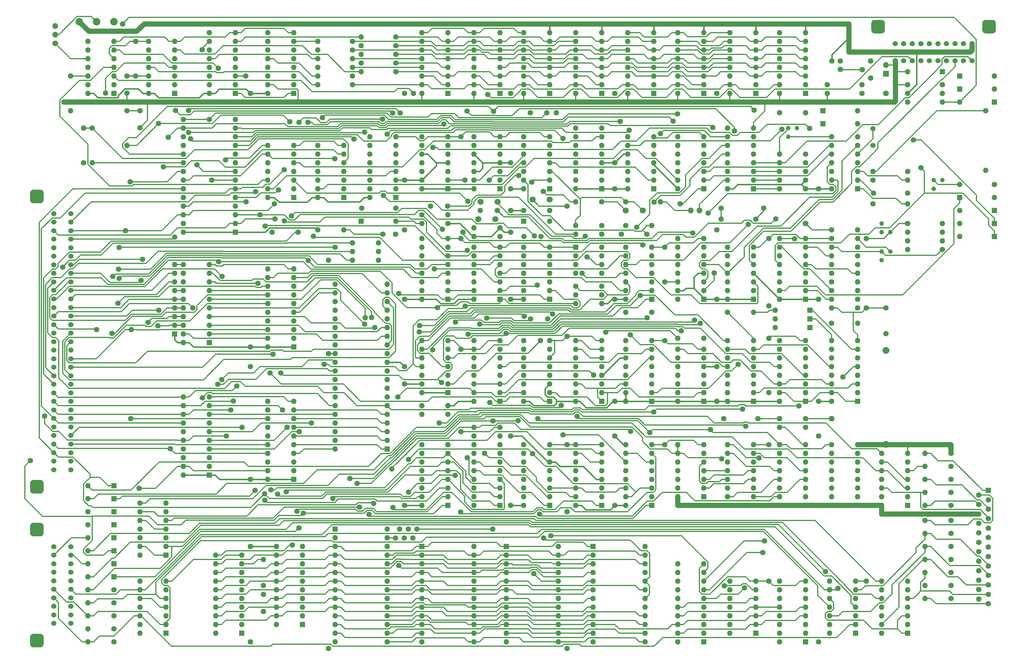
<source format=gbl>
G04 #@! TF.GenerationSoftware,KiCad,Pcbnew,5.1.10-88a1d61d58~90~ubuntu20.04.1*
G04 #@! TF.CreationDate,2021-07-24T14:54:54+02:00*
G04 #@! TF.ProjectId,mistrum,6d697374-7275-46d2-9e6b-696361645f70,rev?*
G04 #@! TF.SameCoordinates,PX2faf080PYdb58580*
G04 #@! TF.FileFunction,Copper,L4,Bot*
G04 #@! TF.FilePolarity,Positive*
%FSLAX46Y46*%
G04 Gerber Fmt 4.6, Leading zero omitted, Abs format (unit mm)*
G04 Created by KiCad (PCBNEW 5.1.10-88a1d61d58~90~ubuntu20.04.1) date 2021-07-24 14:54:54*
%MOMM*%
%LPD*%
G01*
G04 APERTURE LIST*
G04 #@! TA.AperFunction,ComponentPad*
%ADD10C,1.600000*%
G04 #@! TD*
G04 #@! TA.AperFunction,ComponentPad*
%ADD11C,1.524000*%
G04 #@! TD*
G04 #@! TA.AperFunction,ComponentPad*
%ADD12R,1.600000X1.600000*%
G04 #@! TD*
G04 #@! TA.AperFunction,ComponentPad*
%ADD13O,1.600000X1.600000*%
G04 #@! TD*
G04 #@! TA.AperFunction,ComponentPad*
%ADD14C,1.320800*%
G04 #@! TD*
G04 #@! TA.AperFunction,ComponentPad*
%ADD15C,1.800000*%
G04 #@! TD*
G04 #@! TA.AperFunction,ComponentPad*
%ADD16C,2.000000*%
G04 #@! TD*
G04 #@! TA.AperFunction,ComponentPad*
%ADD17O,2.000000X2.000000*%
G04 #@! TD*
G04 #@! TA.AperFunction,ComponentPad*
%ADD18O,1.700000X1.700000*%
G04 #@! TD*
G04 #@! TA.AperFunction,ComponentPad*
%ADD19C,1.700000*%
G04 #@! TD*
G04 #@! TA.AperFunction,ComponentPad*
%ADD20C,2.200000*%
G04 #@! TD*
G04 #@! TA.AperFunction,ComponentPad*
%ADD21C,1.500000*%
G04 #@! TD*
G04 #@! TA.AperFunction,ComponentPad*
%ADD22C,1.620000*%
G04 #@! TD*
G04 #@! TA.AperFunction,ComponentPad*
%ADD23R,1.700000X1.700000*%
G04 #@! TD*
G04 #@! TA.AperFunction,ViaPad*
%ADD24C,1.600000*%
G04 #@! TD*
G04 #@! TA.AperFunction,Conductor*
%ADD25C,0.350000*%
G04 #@! TD*
G04 #@! TA.AperFunction,Conductor*
%ADD26C,1.500000*%
G04 #@! TD*
G04 #@! TA.AperFunction,Conductor*
%ADD27C,0.400000*%
G04 #@! TD*
G04 APERTURE END LIST*
D10*
X129070000Y66170000D03*
X129070000Y90300000D03*
X129070000Y122685000D03*
X129070000Y162690000D03*
X129070000Y152530000D03*
X188760000Y62360000D03*
X188760000Y92840000D03*
X188760000Y109985000D03*
X188760000Y120145000D03*
X188760000Y162690000D03*
X67475000Y4575000D03*
X67475000Y32515000D03*
X67475000Y52200000D03*
X67475000Y85220000D03*
X67475000Y90935000D03*
X67475000Y165230000D03*
X67475000Y185550000D03*
G04 #@! TA.AperFunction,ComponentPad*
G36*
G01*
X285750920Y185739740D02*
X285750920Y183739740D01*
G75*
G02*
X284750920Y182739740I-1000000J0D01*
G01*
X282750920Y182739740D01*
G75*
G02*
X281750920Y183739740I0J1000000D01*
G01*
X281750920Y185739740D01*
G75*
G02*
X282750920Y186739740I1000000J0D01*
G01*
X284750920Y186739740D01*
G75*
G02*
X285750920Y185739740I0J-1000000D01*
G01*
G37*
G04 #@! TD.AperFunction*
G04 #@! TA.AperFunction,ComponentPad*
G36*
G01*
X253249080Y185739740D02*
X253249080Y183739740D01*
G75*
G02*
X252249080Y182739740I-1000000J0D01*
G01*
X250249080Y182739740D01*
G75*
G02*
X249249080Y183739740I0J1000000D01*
G01*
X249249080Y185739740D01*
G75*
G02*
X250249080Y186739740I1000000J0D01*
G01*
X252249080Y186739740D01*
G75*
G02*
X253249080Y185739740I0J-1000000D01*
G01*
G37*
G04 #@! TD.AperFunction*
D11*
X268749680Y179741020D03*
X271249040Y179741020D03*
X273748400Y179741020D03*
X276250300Y179741020D03*
X278749660Y179741020D03*
X266250320Y179741020D03*
X263750960Y179741020D03*
X261249060Y179741020D03*
X258749700Y179741020D03*
X256250340Y179741020D03*
X256250340Y174742300D03*
X258749700Y174742300D03*
X261249060Y174742300D03*
X263750960Y174742300D03*
X266250320Y174742300D03*
X278749660Y174742300D03*
X276250300Y174742300D03*
X273748400Y174742300D03*
X271249040Y174742300D03*
X268749680Y174742300D03*
X9910980Y54996900D03*
X9910980Y57498800D03*
X9910980Y59998160D03*
X9910980Y62497520D03*
X9910980Y64996880D03*
X9910980Y67498780D03*
X9910980Y69998140D03*
X14912240Y72497500D03*
X14912240Y74996860D03*
X14912240Y77496220D03*
X14912240Y79998120D03*
X14912240Y82497480D03*
X14912240Y84996840D03*
X14912240Y87496200D03*
X14912240Y89998100D03*
X14912240Y92497460D03*
X9910980Y72497500D03*
X9910980Y74996860D03*
X9910980Y77496220D03*
X9910980Y79998120D03*
X9910980Y82497480D03*
X9910980Y84996840D03*
X9910980Y87496200D03*
X9910980Y89998100D03*
X9910980Y92497460D03*
X14912240Y94999360D03*
X14912240Y97498720D03*
X14912240Y99998080D03*
X14912240Y102497440D03*
X14912240Y104999340D03*
X9910980Y94999360D03*
X9910980Y97498720D03*
X9910980Y99998080D03*
X9910980Y104999340D03*
X9910980Y102497440D03*
G04 #@! TA.AperFunction,ComponentPad*
G36*
G01*
X3912260Y136999280D02*
X5912260Y136999280D01*
G75*
G02*
X6912260Y135999280I0J-1000000D01*
G01*
X6912260Y133999280D01*
G75*
G02*
X5912260Y132999280I-1000000J0D01*
G01*
X3912260Y132999280D01*
G75*
G02*
X2912260Y133999280I0J1000000D01*
G01*
X2912260Y135999280D01*
G75*
G02*
X3912260Y136999280I1000000J0D01*
G01*
G37*
G04 #@! TD.AperFunction*
G04 #@! TA.AperFunction,ComponentPad*
G36*
G01*
X3912260Y52000720D02*
X5912260Y52000720D01*
G75*
G02*
X6912260Y51000720I0J-1000000D01*
G01*
X6912260Y49000720D01*
G75*
G02*
X5912260Y48000720I-1000000J0D01*
G01*
X3912260Y48000720D01*
G75*
G02*
X2912260Y49000720I0J1000000D01*
G01*
X2912260Y51000720D01*
G75*
G02*
X3912260Y52000720I1000000J0D01*
G01*
G37*
G04 #@! TD.AperFunction*
X9910980Y119998040D03*
X9910980Y122497400D03*
X9910980Y124996760D03*
X9910980Y127498660D03*
X9910980Y129998020D03*
X9910980Y117498680D03*
X9910980Y114999320D03*
X9910980Y112497420D03*
X9910980Y109998060D03*
X9910980Y107498700D03*
X14909700Y107498700D03*
X14909700Y109998060D03*
X14909700Y112497420D03*
X14909700Y114999320D03*
X14909700Y117498680D03*
X14909700Y129998020D03*
X14909700Y127498660D03*
X14909700Y124996760D03*
X14909700Y122497400D03*
X14909700Y119998040D03*
X14912240Y69998140D03*
X14912240Y67498780D03*
X14912240Y64996880D03*
X14912240Y62497520D03*
X14912240Y59998160D03*
X14912240Y57498800D03*
X14912240Y54996900D03*
X14909700Y22461680D03*
X14909700Y24961040D03*
X14909700Y27460400D03*
X14909700Y29962300D03*
X14909700Y32461660D03*
X14909700Y19962320D03*
X14909700Y17462960D03*
X14909700Y14961060D03*
X14909700Y12461700D03*
X14909700Y9962340D03*
X9910980Y9962340D03*
X9910980Y12461700D03*
X9910980Y14961060D03*
X9910980Y17462960D03*
X9910980Y19962320D03*
X9910980Y32461660D03*
X9910980Y29962300D03*
X9910980Y27460400D03*
X9910980Y24961040D03*
X9910980Y22461680D03*
G04 #@! TA.AperFunction,ComponentPad*
G36*
G01*
X3912260Y6961080D02*
X5912260Y6961080D01*
G75*
G02*
X6912260Y5961080I0J-1000000D01*
G01*
X6912260Y3961080D01*
G75*
G02*
X5912260Y2961080I-1000000J0D01*
G01*
X3912260Y2961080D01*
G75*
G02*
X2912260Y3961080I0J1000000D01*
G01*
X2912260Y5961080D01*
G75*
G02*
X3912260Y6961080I1000000J0D01*
G01*
G37*
G04 #@! TD.AperFunction*
G04 #@! TA.AperFunction,ComponentPad*
G36*
G01*
X3912260Y39462920D02*
X5912260Y39462920D01*
G75*
G02*
X6912260Y38462920I0J-1000000D01*
G01*
X6912260Y36462920D01*
G75*
G02*
X5912260Y35462920I-1000000J0D01*
G01*
X3912260Y35462920D01*
G75*
G02*
X2912260Y36462920I0J1000000D01*
G01*
X2912260Y38462920D01*
G75*
G02*
X3912260Y39462920I1000000J0D01*
G01*
G37*
G04 #@! TD.AperFunction*
D12*
X45250000Y94745000D03*
D13*
X45250000Y97285000D03*
X45250000Y99825000D03*
X45250000Y102365000D03*
X45250000Y104905000D03*
X45250000Y107445000D03*
X45250000Y109985000D03*
X45250000Y112525000D03*
X45250000Y115065000D03*
D14*
X270040000Y139830000D03*
X267500000Y139830000D03*
X267500000Y137290000D03*
X254800000Y118875000D03*
X252260000Y118875000D03*
X252260000Y116335000D03*
X254800000Y124590000D03*
X252260000Y124590000D03*
X252260000Y127130000D03*
D15*
X182370000Y130940000D03*
X177370000Y130940000D03*
X155065000Y134115000D03*
X150065000Y134115000D03*
X139825000Y133480000D03*
X134825000Y133480000D03*
D10*
X116250000Y37595000D03*
X113710000Y37595000D03*
X111170000Y37595000D03*
D12*
X283548000Y48965000D03*
D10*
X283548000Y46195000D03*
X283548000Y43425000D03*
X283548000Y40655000D03*
X283548000Y37885000D03*
X283548000Y35115000D03*
X283548000Y32345000D03*
X283548000Y29575000D03*
X283548000Y26805000D03*
X283548000Y24035000D03*
X283548000Y21265000D03*
X283548000Y18495000D03*
X283548000Y15725000D03*
X280708000Y47580000D03*
X280708000Y44810000D03*
X280708000Y42040000D03*
X280708000Y39270000D03*
X280708000Y36500000D03*
X280708000Y33730000D03*
X280708000Y30960000D03*
X280708000Y28190000D03*
X280708000Y25420000D03*
X280708000Y22650000D03*
X280708000Y19880000D03*
X280708000Y17110000D03*
X109920000Y35000000D03*
X112460000Y35000000D03*
X115000000Y35000000D03*
D16*
X253530000Y89919000D03*
D17*
X253530000Y62419000D03*
D10*
X205270000Y131575000D03*
X217770000Y131575000D03*
D18*
X198920000Y130940000D03*
X196380000Y130940000D03*
D15*
X134150000Y128400000D03*
X139150000Y128400000D03*
D10*
X31280000Y170310000D03*
X31280000Y165310000D03*
X35090000Y160150000D03*
X35090000Y155150000D03*
X240195000Y172215000D03*
X240195000Y174715000D03*
X237695000Y174715000D03*
X147565000Y123320000D03*
X152565000Y123320000D03*
X125180000Y132210000D03*
X120180000Y132210000D03*
X134785000Y130940000D03*
X139785000Y130940000D03*
X110020000Y131575000D03*
X100020000Y131575000D03*
X109960000Y123955000D03*
X106210000Y123955000D03*
D19*
X10325000Y179835000D03*
D18*
X10325000Y182375000D03*
X10325000Y184915000D03*
D20*
X17310000Y186185000D03*
X22390000Y186185000D03*
X27470000Y186185000D03*
D14*
X227495000Y155070000D03*
X224955000Y155070000D03*
X224955000Y152530000D03*
D19*
X230035000Y127130000D03*
D21*
X249720000Y149990000D03*
X249720000Y154890000D03*
D10*
X282740000Y160150000D03*
D13*
X282740000Y142650000D03*
D10*
X259880000Y136020000D03*
X249880000Y136020000D03*
X154470000Y99190000D03*
X149470000Y99190000D03*
X253530000Y102365000D03*
X253530000Y94865000D03*
X216065000Y69980000D03*
X206065000Y69980000D03*
D19*
X237655000Y69980000D03*
X253530000Y165230000D03*
D10*
X176060000Y123955000D03*
X183560000Y123955000D03*
X71285000Y13465000D03*
X71285000Y18465000D03*
D12*
X162725000Y120145000D03*
D13*
X170345000Y112525000D03*
X162725000Y117605000D03*
X170345000Y115065000D03*
X162725000Y115065000D03*
X170345000Y117605000D03*
X162725000Y112525000D03*
X170345000Y120145000D03*
D12*
X27470000Y165230000D03*
D13*
X19850000Y180470000D03*
X27470000Y167770000D03*
X19850000Y177930000D03*
X27470000Y170310000D03*
X19850000Y175390000D03*
X27470000Y172850000D03*
X19850000Y172850000D03*
X27470000Y175390000D03*
X19850000Y170310000D03*
X27470000Y177930000D03*
X19850000Y167770000D03*
X27470000Y180470000D03*
X19850000Y165230000D03*
X147485000Y137290000D03*
X155105000Y152530000D03*
X147485000Y139830000D03*
X155105000Y149990000D03*
X147485000Y142370000D03*
X155105000Y147450000D03*
X147485000Y144910000D03*
X155105000Y144910000D03*
X147485000Y147450000D03*
X155105000Y142370000D03*
X147485000Y149990000D03*
X155105000Y139830000D03*
X147485000Y152530000D03*
D12*
X155105000Y137290000D03*
X107480000Y61090000D03*
D13*
X92240000Y109350000D03*
X107480000Y63630000D03*
X92240000Y106810000D03*
X107480000Y66170000D03*
X92240000Y104270000D03*
X107480000Y68710000D03*
X92240000Y101730000D03*
X107480000Y71250000D03*
X92240000Y99190000D03*
X107480000Y73790000D03*
X92240000Y96650000D03*
X107480000Y76330000D03*
X92240000Y94110000D03*
X107480000Y78870000D03*
X92240000Y91570000D03*
X107480000Y81410000D03*
X92240000Y89030000D03*
X107480000Y83950000D03*
X92240000Y86490000D03*
X107480000Y86490000D03*
X92240000Y83950000D03*
X107480000Y89030000D03*
X92240000Y81410000D03*
X107480000Y91570000D03*
X92240000Y78870000D03*
X107480000Y94110000D03*
X92240000Y76330000D03*
X107480000Y96650000D03*
X92240000Y73790000D03*
X107480000Y99190000D03*
X92240000Y71250000D03*
X107480000Y101730000D03*
X92240000Y68710000D03*
X107480000Y104270000D03*
X92240000Y66170000D03*
X107480000Y106810000D03*
X92240000Y63630000D03*
X107480000Y109350000D03*
X92240000Y61090000D03*
X132880000Y137290000D03*
X140500000Y152530000D03*
X132880000Y139830000D03*
X140500000Y149990000D03*
X132880000Y142370000D03*
X140500000Y147450000D03*
X132880000Y144910000D03*
X140500000Y144910000D03*
X132880000Y147450000D03*
X140500000Y142370000D03*
X132880000Y149990000D03*
X140500000Y139830000D03*
X132880000Y152530000D03*
D12*
X140500000Y137290000D03*
D13*
X35090000Y29975000D03*
X42710000Y45215000D03*
X35090000Y32515000D03*
X42710000Y42675000D03*
X35090000Y35055000D03*
X42710000Y40135000D03*
X35090000Y37595000D03*
X42710000Y37595000D03*
X35090000Y40135000D03*
X42710000Y35055000D03*
X35090000Y42675000D03*
X42710000Y32515000D03*
X35090000Y45215000D03*
D12*
X42710000Y29975000D03*
D13*
X35090000Y7115000D03*
X42710000Y22355000D03*
X35090000Y9655000D03*
X42710000Y19815000D03*
X35090000Y12195000D03*
X42710000Y17275000D03*
X35090000Y14735000D03*
X42710000Y14735000D03*
X35090000Y17275000D03*
X42710000Y12195000D03*
X35090000Y19815000D03*
X42710000Y9655000D03*
X35090000Y22355000D03*
D12*
X42710000Y7115000D03*
D13*
X37630000Y165230000D03*
X45250000Y180470000D03*
X37630000Y167770000D03*
X45250000Y177930000D03*
X37630000Y170310000D03*
X45250000Y175390000D03*
X37630000Y172850000D03*
X45250000Y172850000D03*
X37630000Y175390000D03*
X45250000Y170310000D03*
X37630000Y177930000D03*
X45250000Y167770000D03*
X37630000Y180470000D03*
D12*
X45250000Y165230000D03*
X80175000Y134750000D03*
D13*
X72555000Y149990000D03*
X80175000Y137290000D03*
X72555000Y147450000D03*
X80175000Y139830000D03*
X72555000Y144910000D03*
X80175000Y142370000D03*
X72555000Y142370000D03*
X80175000Y144910000D03*
X72555000Y139830000D03*
X80175000Y147450000D03*
X72555000Y137290000D03*
X80175000Y149990000D03*
X72555000Y134750000D03*
D12*
X94780000Y134750000D03*
D13*
X87160000Y149990000D03*
X94780000Y137290000D03*
X87160000Y147450000D03*
X94780000Y139830000D03*
X87160000Y144910000D03*
X94780000Y142370000D03*
X87160000Y142370000D03*
X94780000Y144910000D03*
X87160000Y139830000D03*
X94780000Y147450000D03*
X87160000Y137290000D03*
X94780000Y149990000D03*
X87160000Y134750000D03*
X102400000Y134750000D03*
X110020000Y152530000D03*
X102400000Y137290000D03*
X110020000Y149990000D03*
X102400000Y139830000D03*
X110020000Y147450000D03*
X102400000Y142370000D03*
X110020000Y144910000D03*
X102400000Y144910000D03*
X110020000Y142370000D03*
X102400000Y147450000D03*
X110020000Y139830000D03*
X102400000Y149990000D03*
X110020000Y137290000D03*
X102400000Y152530000D03*
D12*
X110020000Y134750000D03*
D13*
X55410000Y165230000D03*
X63030000Y183010000D03*
X55410000Y167770000D03*
X63030000Y180470000D03*
X55410000Y170310000D03*
X63030000Y177930000D03*
X55410000Y172850000D03*
X63030000Y175390000D03*
X55410000Y175390000D03*
X63030000Y172850000D03*
X55410000Y177930000D03*
X63030000Y170310000D03*
X55410000Y180470000D03*
X63030000Y167770000D03*
X55410000Y183010000D03*
D12*
X63030000Y165230000D03*
X80175000Y52200000D03*
D13*
X72555000Y75060000D03*
X80175000Y54740000D03*
X72555000Y72520000D03*
X80175000Y57280000D03*
X72555000Y69980000D03*
X80175000Y59820000D03*
X72555000Y67440000D03*
X80175000Y62360000D03*
X72555000Y64900000D03*
X80175000Y64900000D03*
X72555000Y62360000D03*
X80175000Y67440000D03*
X72555000Y59820000D03*
X80175000Y69980000D03*
X72555000Y57280000D03*
X80175000Y72520000D03*
X72555000Y54740000D03*
X80175000Y75060000D03*
X72555000Y52200000D03*
D12*
X55410000Y53470000D03*
D13*
X47790000Y76330000D03*
X55410000Y56010000D03*
X47790000Y73790000D03*
X55410000Y58550000D03*
X47790000Y71250000D03*
X55410000Y61090000D03*
X47790000Y68710000D03*
X55410000Y63630000D03*
X47790000Y66170000D03*
X55410000Y66170000D03*
X47790000Y63630000D03*
X55410000Y68710000D03*
X47790000Y61090000D03*
X55410000Y71250000D03*
X47790000Y58550000D03*
X55410000Y73790000D03*
X47790000Y56010000D03*
X55410000Y76330000D03*
X47790000Y53470000D03*
X47790000Y92205000D03*
X55410000Y115065000D03*
X47790000Y94745000D03*
X55410000Y112525000D03*
X47790000Y97285000D03*
X55410000Y109985000D03*
X47790000Y99825000D03*
X55410000Y107445000D03*
X47790000Y102365000D03*
X55410000Y104905000D03*
X47790000Y104905000D03*
X55410000Y102365000D03*
X47790000Y107445000D03*
X55410000Y99825000D03*
X47790000Y109985000D03*
X55410000Y97285000D03*
X47790000Y112525000D03*
X55410000Y94745000D03*
X47790000Y115065000D03*
D12*
X55410000Y92205000D03*
D13*
X72555000Y90935000D03*
X80175000Y113795000D03*
X72555000Y93475000D03*
X80175000Y111255000D03*
X72555000Y96015000D03*
X80175000Y108715000D03*
X72555000Y98555000D03*
X80175000Y106175000D03*
X72555000Y101095000D03*
X80175000Y103635000D03*
X72555000Y103635000D03*
X80175000Y101095000D03*
X72555000Y106175000D03*
X80175000Y98555000D03*
X72555000Y108715000D03*
X80175000Y96015000D03*
X72555000Y111255000D03*
X80175000Y93475000D03*
X72555000Y113795000D03*
D12*
X80175000Y90935000D03*
X80175000Y165230000D03*
D13*
X72555000Y183010000D03*
X80175000Y167770000D03*
X72555000Y180470000D03*
X80175000Y170310000D03*
X72555000Y177930000D03*
X80175000Y172850000D03*
X72555000Y175390000D03*
X80175000Y175390000D03*
X72555000Y172850000D03*
X80175000Y177930000D03*
X72555000Y170310000D03*
X80175000Y180470000D03*
X72555000Y167770000D03*
X80175000Y183010000D03*
X72555000Y165230000D03*
D12*
X63030000Y124590000D03*
D13*
X47790000Y157610000D03*
X63030000Y127130000D03*
X47790000Y155070000D03*
X63030000Y129670000D03*
X47790000Y152530000D03*
X63030000Y132210000D03*
X47790000Y149990000D03*
X63030000Y134750000D03*
X47790000Y147450000D03*
X63030000Y137290000D03*
X47790000Y144910000D03*
X63030000Y139830000D03*
X47790000Y142370000D03*
X63030000Y142370000D03*
X47790000Y139830000D03*
X63030000Y144910000D03*
X47790000Y137290000D03*
X63030000Y147450000D03*
X47790000Y134750000D03*
X63030000Y149990000D03*
X47790000Y132210000D03*
X63030000Y152530000D03*
X47790000Y129670000D03*
X63030000Y155070000D03*
X47790000Y127130000D03*
X63030000Y157610000D03*
X47790000Y124590000D03*
X57315000Y7115000D03*
X64935000Y29975000D03*
X57315000Y9655000D03*
X64935000Y27435000D03*
X57315000Y12195000D03*
X64935000Y24895000D03*
X57315000Y14735000D03*
X64935000Y22355000D03*
X57315000Y17275000D03*
X64935000Y19815000D03*
X57315000Y19815000D03*
X64935000Y17275000D03*
X57315000Y22355000D03*
X64935000Y14735000D03*
X57315000Y24895000D03*
X64935000Y12195000D03*
X57315000Y27435000D03*
X64935000Y9655000D03*
X57315000Y29975000D03*
D12*
X64935000Y7115000D03*
X200190000Y4575000D03*
D13*
X192570000Y27435000D03*
X200190000Y7115000D03*
X192570000Y24895000D03*
X200190000Y9655000D03*
X192570000Y22355000D03*
X200190000Y12195000D03*
X192570000Y19815000D03*
X200190000Y14735000D03*
X192570000Y17275000D03*
X200190000Y17275000D03*
X192570000Y14735000D03*
X200190000Y19815000D03*
X192570000Y12195000D03*
X200190000Y22355000D03*
X192570000Y9655000D03*
X200190000Y24895000D03*
X192570000Y7115000D03*
X200190000Y27435000D03*
X192570000Y4575000D03*
D12*
X140500000Y44580000D03*
D13*
X132880000Y67440000D03*
X140500000Y47120000D03*
X132880000Y64900000D03*
X140500000Y49660000D03*
X132880000Y62360000D03*
X140500000Y52200000D03*
X132880000Y59820000D03*
X140500000Y54740000D03*
X132880000Y57280000D03*
X140500000Y57280000D03*
X132880000Y54740000D03*
X140500000Y59820000D03*
X132880000Y52200000D03*
X140500000Y62360000D03*
X132880000Y49660000D03*
X140500000Y64900000D03*
X132880000Y47120000D03*
X140500000Y67440000D03*
X132880000Y44580000D03*
D12*
X125260000Y137290000D03*
D13*
X117640000Y152530000D03*
X125260000Y139830000D03*
X117640000Y149990000D03*
X125260000Y142370000D03*
X117640000Y147450000D03*
X125260000Y144910000D03*
X117640000Y144910000D03*
X125260000Y147450000D03*
X117640000Y142370000D03*
X125260000Y149990000D03*
X117640000Y139830000D03*
X125260000Y152530000D03*
X117640000Y137290000D03*
D12*
X125260000Y165230000D03*
D13*
X117640000Y183010000D03*
X125260000Y167770000D03*
X117640000Y180470000D03*
X125260000Y170310000D03*
X117640000Y177930000D03*
X125260000Y172850000D03*
X117640000Y175390000D03*
X125260000Y175390000D03*
X117640000Y172850000D03*
X125260000Y177930000D03*
X117640000Y170310000D03*
X125260000Y180470000D03*
X117640000Y167770000D03*
X125260000Y183010000D03*
X117640000Y165230000D03*
D12*
X125260000Y44580000D03*
D13*
X117640000Y62360000D03*
X125260000Y47120000D03*
X117640000Y59820000D03*
X125260000Y49660000D03*
X117640000Y57280000D03*
X125260000Y52200000D03*
X117640000Y54740000D03*
X125260000Y54740000D03*
X117640000Y52200000D03*
X125260000Y57280000D03*
X117640000Y49660000D03*
X125260000Y59820000D03*
X117640000Y47120000D03*
X125260000Y62360000D03*
X117640000Y44580000D03*
X192570000Y104905000D03*
X200190000Y122685000D03*
X192570000Y107445000D03*
X200190000Y120145000D03*
X192570000Y109985000D03*
X200190000Y117605000D03*
X192570000Y112525000D03*
X200190000Y115065000D03*
X192570000Y115065000D03*
X200190000Y112525000D03*
X192570000Y117605000D03*
X200190000Y109985000D03*
X192570000Y120145000D03*
X200190000Y107445000D03*
X192570000Y122685000D03*
D12*
X200190000Y104905000D03*
X184950000Y44580000D03*
D13*
X177330000Y62360000D03*
X184950000Y47120000D03*
X177330000Y59820000D03*
X184950000Y49660000D03*
X177330000Y57280000D03*
X184950000Y52200000D03*
X177330000Y54740000D03*
X184950000Y54740000D03*
X177330000Y52200000D03*
X184950000Y57280000D03*
X177330000Y49660000D03*
X184950000Y59820000D03*
X177330000Y47120000D03*
X184950000Y62360000D03*
X177330000Y44580000D03*
D12*
X184950000Y75060000D03*
D13*
X177330000Y92840000D03*
X184950000Y77600000D03*
X177330000Y90300000D03*
X184950000Y80140000D03*
X177330000Y87760000D03*
X184950000Y82680000D03*
X177330000Y85220000D03*
X184950000Y85220000D03*
X177330000Y82680000D03*
X184950000Y87760000D03*
X177330000Y80140000D03*
X184950000Y90300000D03*
X177330000Y77600000D03*
X184950000Y92840000D03*
X177330000Y75060000D03*
X162725000Y44580000D03*
X170345000Y62360000D03*
X162725000Y47120000D03*
X170345000Y59820000D03*
X162725000Y49660000D03*
X170345000Y57280000D03*
X162725000Y52200000D03*
X170345000Y54740000D03*
X162725000Y54740000D03*
X170345000Y52200000D03*
X162725000Y57280000D03*
X170345000Y49660000D03*
X162725000Y59820000D03*
X170345000Y47120000D03*
X162725000Y62360000D03*
D12*
X170345000Y44580000D03*
X170345000Y75060000D03*
D13*
X162725000Y92840000D03*
X170345000Y77600000D03*
X162725000Y90300000D03*
X170345000Y80140000D03*
X162725000Y87760000D03*
X170345000Y82680000D03*
X162725000Y85220000D03*
X170345000Y85220000D03*
X162725000Y82680000D03*
X170345000Y87760000D03*
X162725000Y80140000D03*
X170345000Y90300000D03*
X162725000Y77600000D03*
X170345000Y92840000D03*
X162725000Y75060000D03*
X132880000Y165230000D03*
X140500000Y183010000D03*
X132880000Y167770000D03*
X140500000Y180470000D03*
X132880000Y170310000D03*
X140500000Y177930000D03*
X132880000Y172850000D03*
X140500000Y175390000D03*
X132880000Y175390000D03*
X140500000Y172850000D03*
X132880000Y177930000D03*
X140500000Y170310000D03*
X132880000Y180470000D03*
X140500000Y167770000D03*
X132880000Y183010000D03*
D12*
X140500000Y165230000D03*
D13*
X192570000Y137290000D03*
X200190000Y152530000D03*
X192570000Y139830000D03*
X200190000Y149990000D03*
X192570000Y142370000D03*
X200190000Y147450000D03*
X192570000Y144910000D03*
X200190000Y144910000D03*
X192570000Y147450000D03*
X200190000Y142370000D03*
X192570000Y149990000D03*
X200190000Y139830000D03*
X192570000Y152530000D03*
D12*
X200190000Y137290000D03*
D13*
X75095000Y9655000D03*
X82715000Y32515000D03*
X75095000Y12195000D03*
X82715000Y29975000D03*
X75095000Y14735000D03*
X82715000Y27435000D03*
X75095000Y17275000D03*
X82715000Y24895000D03*
X75095000Y19815000D03*
X82715000Y22355000D03*
X75095000Y22355000D03*
X82715000Y19815000D03*
X75095000Y24895000D03*
X82715000Y17275000D03*
X75095000Y27435000D03*
X82715000Y14735000D03*
X75095000Y29975000D03*
X82715000Y12195000D03*
X75095000Y32515000D03*
D12*
X82715000Y9655000D03*
D13*
X132880000Y75060000D03*
X140500000Y92840000D03*
X132880000Y77600000D03*
X140500000Y90300000D03*
X132880000Y80140000D03*
X140500000Y87760000D03*
X132880000Y82680000D03*
X140500000Y85220000D03*
X132880000Y85220000D03*
X140500000Y82680000D03*
X132880000Y87760000D03*
X140500000Y80140000D03*
X132880000Y90300000D03*
X140500000Y77600000D03*
X132880000Y92840000D03*
D12*
X140500000Y75060000D03*
D13*
X147485000Y75060000D03*
X155105000Y92840000D03*
X147485000Y77600000D03*
X155105000Y90300000D03*
X147485000Y80140000D03*
X155105000Y87760000D03*
X147485000Y82680000D03*
X155105000Y85220000D03*
X147485000Y85220000D03*
X155105000Y82680000D03*
X147485000Y87760000D03*
X155105000Y80140000D03*
X147485000Y90300000D03*
X155105000Y77600000D03*
X147485000Y92840000D03*
D12*
X155105000Y75060000D03*
D13*
X147485000Y44580000D03*
X155105000Y62360000D03*
X147485000Y47120000D03*
X155105000Y59820000D03*
X147485000Y49660000D03*
X155105000Y57280000D03*
X147485000Y52200000D03*
X155105000Y54740000D03*
X147485000Y54740000D03*
X155105000Y52200000D03*
X147485000Y57280000D03*
X155105000Y49660000D03*
X147485000Y59820000D03*
X155105000Y47120000D03*
X147485000Y62360000D03*
D12*
X155105000Y44580000D03*
D13*
X162725000Y137290000D03*
X170345000Y155070000D03*
X162725000Y139830000D03*
X170345000Y152530000D03*
X162725000Y142370000D03*
X170345000Y149990000D03*
X162725000Y144910000D03*
X170345000Y147450000D03*
X162725000Y147450000D03*
X170345000Y144910000D03*
X162725000Y149990000D03*
X170345000Y142370000D03*
X162725000Y152530000D03*
X170345000Y139830000D03*
X162725000Y155070000D03*
D12*
X170345000Y137290000D03*
X155105000Y165230000D03*
D13*
X147485000Y183010000D03*
X155105000Y167770000D03*
X147485000Y180470000D03*
X155105000Y170310000D03*
X147485000Y177930000D03*
X155105000Y172850000D03*
X147485000Y175390000D03*
X155105000Y175390000D03*
X147485000Y172850000D03*
X155105000Y177930000D03*
X147485000Y170310000D03*
X155105000Y180470000D03*
X147485000Y167770000D03*
X155105000Y183010000D03*
X147485000Y165230000D03*
D12*
X200190000Y75060000D03*
D13*
X192570000Y90300000D03*
X200190000Y77600000D03*
X192570000Y87760000D03*
X200190000Y80140000D03*
X192570000Y85220000D03*
X200190000Y82680000D03*
X192570000Y82680000D03*
X200190000Y85220000D03*
X192570000Y80140000D03*
X200190000Y87760000D03*
X192570000Y77600000D03*
X200190000Y90300000D03*
X192570000Y75060000D03*
D12*
X125260000Y77600000D03*
D13*
X117640000Y92840000D03*
X125260000Y80140000D03*
X117640000Y90300000D03*
X125260000Y82680000D03*
X117640000Y87760000D03*
X125260000Y85220000D03*
X117640000Y85220000D03*
X125260000Y87760000D03*
X117640000Y82680000D03*
X125260000Y90300000D03*
X117640000Y80140000D03*
X125260000Y92840000D03*
X117640000Y77600000D03*
D12*
X215430000Y7115000D03*
D13*
X207810000Y22355000D03*
X215430000Y9655000D03*
X207810000Y19815000D03*
X215430000Y12195000D03*
X207810000Y17275000D03*
X215430000Y14735000D03*
X207810000Y14735000D03*
X215430000Y17275000D03*
X207810000Y12195000D03*
X215430000Y19815000D03*
X207810000Y9655000D03*
X215430000Y22355000D03*
X207810000Y7115000D03*
D12*
X200190000Y47120000D03*
D13*
X192570000Y62360000D03*
X200190000Y49660000D03*
X192570000Y59820000D03*
X200190000Y52200000D03*
X192570000Y57280000D03*
X200190000Y54740000D03*
X192570000Y54740000D03*
X200190000Y57280000D03*
X192570000Y52200000D03*
X200190000Y59820000D03*
X192570000Y49660000D03*
X200190000Y62360000D03*
X192570000Y47120000D03*
D12*
X170345000Y165230000D03*
D13*
X162725000Y183010000D03*
X170345000Y167770000D03*
X162725000Y180470000D03*
X170345000Y170310000D03*
X162725000Y177930000D03*
X170345000Y172850000D03*
X162725000Y175390000D03*
X170345000Y175390000D03*
X162725000Y172850000D03*
X170345000Y177930000D03*
X162725000Y170310000D03*
X170345000Y180470000D03*
X162725000Y167770000D03*
X170345000Y183010000D03*
X162725000Y165230000D03*
D12*
X214795000Y104905000D03*
D13*
X207175000Y120145000D03*
X214795000Y107445000D03*
X207175000Y117605000D03*
X214795000Y109985000D03*
X207175000Y115065000D03*
X214795000Y112525000D03*
X207175000Y112525000D03*
X214795000Y115065000D03*
X207175000Y109985000D03*
X214795000Y117605000D03*
X207175000Y107445000D03*
X214795000Y120145000D03*
X207175000Y104905000D03*
D12*
X230035000Y4575000D03*
D13*
X222415000Y22355000D03*
X230035000Y7115000D03*
X222415000Y19815000D03*
X230035000Y9655000D03*
X222415000Y17275000D03*
X230035000Y12195000D03*
X222415000Y14735000D03*
X230035000Y14735000D03*
X222415000Y12195000D03*
X230035000Y17275000D03*
X222415000Y9655000D03*
X230035000Y19815000D03*
X222415000Y7115000D03*
X230035000Y22355000D03*
X222415000Y4575000D03*
X207175000Y44580000D03*
X214795000Y62360000D03*
X207175000Y47120000D03*
X214795000Y59820000D03*
X207175000Y49660000D03*
X214795000Y57280000D03*
X207175000Y52200000D03*
X214795000Y54740000D03*
X207175000Y54740000D03*
X214795000Y52200000D03*
X207175000Y57280000D03*
X214795000Y49660000D03*
X207175000Y59820000D03*
X214795000Y47120000D03*
X207175000Y62360000D03*
D12*
X214795000Y44580000D03*
X185585000Y165230000D03*
D13*
X177965000Y183010000D03*
X185585000Y167770000D03*
X177965000Y180470000D03*
X185585000Y170310000D03*
X177965000Y177930000D03*
X185585000Y172850000D03*
X177965000Y175390000D03*
X185585000Y175390000D03*
X177965000Y172850000D03*
X185585000Y177930000D03*
X177965000Y170310000D03*
X185585000Y180470000D03*
X177965000Y167770000D03*
X185585000Y183010000D03*
X177965000Y165230000D03*
X207175000Y75060000D03*
X214795000Y92840000D03*
X207175000Y77600000D03*
X214795000Y90300000D03*
X207175000Y80140000D03*
X214795000Y87760000D03*
X207175000Y82680000D03*
X214795000Y85220000D03*
X207175000Y85220000D03*
X214795000Y82680000D03*
X207175000Y87760000D03*
X214795000Y80140000D03*
X207175000Y90300000D03*
X214795000Y77600000D03*
X207175000Y92840000D03*
D12*
X214795000Y75060000D03*
X245275000Y44580000D03*
D13*
X237655000Y62360000D03*
X245275000Y47120000D03*
X237655000Y59820000D03*
X245275000Y49660000D03*
X237655000Y57280000D03*
X245275000Y52200000D03*
X237655000Y54740000D03*
X245275000Y54740000D03*
X237655000Y52200000D03*
X245275000Y57280000D03*
X237655000Y49660000D03*
X245275000Y59820000D03*
X237655000Y47120000D03*
X245275000Y62360000D03*
X237655000Y44580000D03*
X222415000Y44580000D03*
X230035000Y62360000D03*
X222415000Y47120000D03*
X230035000Y59820000D03*
X222415000Y49660000D03*
X230035000Y57280000D03*
X222415000Y52200000D03*
X230035000Y54740000D03*
X222415000Y54740000D03*
X230035000Y52200000D03*
X222415000Y57280000D03*
X230035000Y49660000D03*
X222415000Y59820000D03*
X230035000Y47120000D03*
X222415000Y62360000D03*
D12*
X230035000Y44580000D03*
D13*
X132880000Y32515000D03*
X117640000Y4575000D03*
X132880000Y29975000D03*
X117640000Y7115000D03*
X132880000Y27435000D03*
X117640000Y9655000D03*
X132880000Y24895000D03*
X117640000Y12195000D03*
X132880000Y22355000D03*
X117640000Y14735000D03*
X132880000Y19815000D03*
X117640000Y17275000D03*
X132880000Y17275000D03*
X117640000Y19815000D03*
X132880000Y14735000D03*
X117640000Y22355000D03*
X132880000Y12195000D03*
X117640000Y24895000D03*
X132880000Y9655000D03*
X117640000Y27435000D03*
X132880000Y7115000D03*
X117640000Y29975000D03*
X132880000Y4575000D03*
D12*
X117640000Y32515000D03*
D13*
X192570000Y165230000D03*
X200190000Y183010000D03*
X192570000Y167770000D03*
X200190000Y180470000D03*
X192570000Y170310000D03*
X200190000Y177930000D03*
X192570000Y172850000D03*
X200190000Y175390000D03*
X192570000Y175390000D03*
X200190000Y172850000D03*
X192570000Y177930000D03*
X200190000Y170310000D03*
X192570000Y180470000D03*
X200190000Y167770000D03*
X192570000Y183010000D03*
D12*
X200190000Y165230000D03*
X185585000Y137290000D03*
D13*
X177965000Y152530000D03*
X185585000Y139830000D03*
X177965000Y149990000D03*
X185585000Y142370000D03*
X177965000Y147450000D03*
X185585000Y144910000D03*
X177965000Y144910000D03*
X185585000Y147450000D03*
X177965000Y142370000D03*
X185585000Y149990000D03*
X177965000Y139830000D03*
X185585000Y152530000D03*
X177965000Y137290000D03*
X132880000Y104905000D03*
X140500000Y120145000D03*
X132880000Y107445000D03*
X140500000Y117605000D03*
X132880000Y109985000D03*
X140500000Y115065000D03*
X132880000Y112525000D03*
X140500000Y112525000D03*
X132880000Y115065000D03*
X140500000Y109985000D03*
X132880000Y117605000D03*
X140500000Y107445000D03*
X132880000Y120145000D03*
D12*
X140500000Y104905000D03*
X245275000Y75060000D03*
D13*
X237655000Y92840000D03*
X245275000Y77600000D03*
X237655000Y90300000D03*
X245275000Y80140000D03*
X237655000Y87760000D03*
X245275000Y82680000D03*
X237655000Y85220000D03*
X245275000Y85220000D03*
X237655000Y82680000D03*
X245275000Y87760000D03*
X237655000Y80140000D03*
X245275000Y90300000D03*
X237655000Y77600000D03*
X245275000Y92840000D03*
X237655000Y75060000D03*
X222415000Y75060000D03*
X230035000Y92840000D03*
X222415000Y77600000D03*
X230035000Y90300000D03*
X222415000Y80140000D03*
X230035000Y87760000D03*
X222415000Y82680000D03*
X230035000Y85220000D03*
X222415000Y85220000D03*
X230035000Y82680000D03*
X222415000Y87760000D03*
X230035000Y80140000D03*
X222415000Y90300000D03*
X230035000Y77600000D03*
X222415000Y92840000D03*
D12*
X230035000Y75060000D03*
X215430000Y165230000D03*
D13*
X207810000Y183010000D03*
X215430000Y167770000D03*
X207810000Y180470000D03*
X215430000Y170310000D03*
X207810000Y177930000D03*
X215430000Y172850000D03*
X207810000Y175390000D03*
X215430000Y175390000D03*
X207810000Y172850000D03*
X215430000Y177930000D03*
X207810000Y170310000D03*
X215430000Y180470000D03*
X207810000Y167770000D03*
X215430000Y183010000D03*
X207810000Y165230000D03*
X177330000Y104905000D03*
X184950000Y120145000D03*
X177330000Y107445000D03*
X184950000Y117605000D03*
X177330000Y109985000D03*
X184950000Y115065000D03*
X177330000Y112525000D03*
X184950000Y112525000D03*
X177330000Y115065000D03*
X184950000Y109985000D03*
X177330000Y117605000D03*
X184950000Y107445000D03*
X177330000Y120145000D03*
D12*
X184950000Y104905000D03*
X214795000Y137290000D03*
D13*
X207175000Y155070000D03*
X214795000Y139830000D03*
X207175000Y152530000D03*
X214795000Y142370000D03*
X207175000Y149990000D03*
X214795000Y144910000D03*
X207175000Y147450000D03*
X214795000Y147450000D03*
X207175000Y144910000D03*
X214795000Y149990000D03*
X207175000Y142370000D03*
X214795000Y152530000D03*
X207175000Y139830000D03*
X214795000Y155070000D03*
X207175000Y137290000D03*
D12*
X230035000Y104905000D03*
D13*
X222415000Y122685000D03*
X230035000Y107445000D03*
X222415000Y120145000D03*
X230035000Y109985000D03*
X222415000Y117605000D03*
X230035000Y112525000D03*
X222415000Y115065000D03*
X230035000Y115065000D03*
X222415000Y112525000D03*
X230035000Y117605000D03*
X222415000Y109985000D03*
X230035000Y120145000D03*
X222415000Y107445000D03*
X230035000Y122685000D03*
X222415000Y104905000D03*
X117640000Y104905000D03*
X125260000Y122685000D03*
X117640000Y107445000D03*
X125260000Y120145000D03*
X117640000Y109985000D03*
X125260000Y117605000D03*
X117640000Y112525000D03*
X125260000Y115065000D03*
X117640000Y115065000D03*
X125260000Y112525000D03*
X117640000Y117605000D03*
X125260000Y109985000D03*
X117640000Y120145000D03*
X125260000Y107445000D03*
X117640000Y122685000D03*
D12*
X125260000Y104905000D03*
X142405000Y32515000D03*
D13*
X157645000Y4575000D03*
X142405000Y29975000D03*
X157645000Y7115000D03*
X142405000Y27435000D03*
X157645000Y9655000D03*
X142405000Y24895000D03*
X157645000Y12195000D03*
X142405000Y22355000D03*
X157645000Y14735000D03*
X142405000Y19815000D03*
X157645000Y17275000D03*
X142405000Y17275000D03*
X157645000Y19815000D03*
X142405000Y14735000D03*
X157645000Y22355000D03*
X142405000Y12195000D03*
X157645000Y24895000D03*
X142405000Y9655000D03*
X157645000Y27435000D03*
X142405000Y7115000D03*
X157645000Y29975000D03*
X142405000Y4575000D03*
X157645000Y32515000D03*
D12*
X230035000Y165230000D03*
D13*
X222415000Y183010000D03*
X230035000Y167770000D03*
X222415000Y180470000D03*
X230035000Y170310000D03*
X222415000Y177930000D03*
X230035000Y172850000D03*
X222415000Y175390000D03*
X230035000Y175390000D03*
X222415000Y172850000D03*
X230035000Y177930000D03*
X222415000Y170310000D03*
X230035000Y180470000D03*
X222415000Y167770000D03*
X230035000Y183010000D03*
X222415000Y165230000D03*
D12*
X245275000Y137290000D03*
D13*
X237655000Y152530000D03*
X245275000Y139830000D03*
X237655000Y149990000D03*
X245275000Y142370000D03*
X237655000Y147450000D03*
X245275000Y144910000D03*
X237655000Y144910000D03*
X245275000Y147450000D03*
X237655000Y142370000D03*
X245275000Y149990000D03*
X237655000Y139830000D03*
X245275000Y152530000D03*
X237655000Y137290000D03*
X183045000Y32515000D03*
X167805000Y4575000D03*
X183045000Y29975000D03*
X167805000Y7115000D03*
X183045000Y27435000D03*
X167805000Y9655000D03*
X183045000Y24895000D03*
X167805000Y12195000D03*
X183045000Y22355000D03*
X167805000Y14735000D03*
X183045000Y19815000D03*
X167805000Y17275000D03*
X183045000Y17275000D03*
X167805000Y19815000D03*
X183045000Y14735000D03*
X167805000Y22355000D03*
X183045000Y12195000D03*
X167805000Y24895000D03*
X183045000Y9655000D03*
X167805000Y27435000D03*
X183045000Y7115000D03*
X167805000Y29975000D03*
X183045000Y4575000D03*
D12*
X167805000Y32515000D03*
D13*
X252260000Y44580000D03*
X259880000Y59820000D03*
X252260000Y47120000D03*
X259880000Y57280000D03*
X252260000Y49660000D03*
X259880000Y54740000D03*
X252260000Y52200000D03*
X259880000Y52200000D03*
X252260000Y54740000D03*
X259880000Y49660000D03*
X252260000Y57280000D03*
X259880000Y47120000D03*
X252260000Y59820000D03*
D12*
X259880000Y44580000D03*
D13*
X237020000Y7115000D03*
X244640000Y22355000D03*
X237020000Y9655000D03*
X244640000Y19815000D03*
X237020000Y12195000D03*
X244640000Y17275000D03*
X237020000Y14735000D03*
X244640000Y14735000D03*
X237020000Y17275000D03*
X244640000Y12195000D03*
X237020000Y19815000D03*
X244640000Y9655000D03*
X237020000Y22355000D03*
D12*
X244640000Y7115000D03*
D13*
X252260000Y7115000D03*
X259880000Y22355000D03*
X252260000Y9655000D03*
X259880000Y19815000D03*
X252260000Y12195000D03*
X259880000Y17275000D03*
X252260000Y14735000D03*
X259880000Y14735000D03*
X252260000Y17275000D03*
X259880000Y12195000D03*
X252260000Y19815000D03*
X259880000Y9655000D03*
X252260000Y22355000D03*
D12*
X259880000Y7115000D03*
D13*
X107480000Y37595000D03*
X92240000Y4575000D03*
X107480000Y35055000D03*
X92240000Y7115000D03*
X107480000Y32515000D03*
X92240000Y9655000D03*
X107480000Y29975000D03*
X92240000Y12195000D03*
X107480000Y27435000D03*
X92240000Y14735000D03*
X107480000Y24895000D03*
X92240000Y17275000D03*
X107480000Y22355000D03*
X92240000Y19815000D03*
X107480000Y19815000D03*
X92240000Y22355000D03*
X107480000Y17275000D03*
X92240000Y24895000D03*
X107480000Y14735000D03*
X92240000Y27435000D03*
X107480000Y12195000D03*
X92240000Y29975000D03*
X107480000Y9655000D03*
X92240000Y32515000D03*
X107480000Y7115000D03*
X92240000Y35055000D03*
X107480000Y4575000D03*
D12*
X92240000Y37595000D03*
D22*
X249085000Y174675000D03*
X246585000Y172175000D03*
X249085000Y169675000D03*
D23*
X253530000Y170945000D03*
D18*
X253530000Y173485000D03*
D12*
X155105000Y104905000D03*
D13*
X147485000Y120145000D03*
X155105000Y107445000D03*
X147485000Y117605000D03*
X155105000Y109985000D03*
X147485000Y115065000D03*
X155105000Y112525000D03*
X147485000Y112525000D03*
X155105000Y115065000D03*
X147485000Y109985000D03*
X155105000Y117605000D03*
X147485000Y107445000D03*
X155105000Y120145000D03*
X147485000Y104905000D03*
X155105000Y127765000D03*
D12*
X147485000Y127765000D03*
X99860000Y127765000D03*
D13*
X110020000Y127765000D03*
D12*
X27470000Y50295000D03*
D13*
X19850000Y50295000D03*
X19850000Y46485000D03*
D12*
X27470000Y46485000D03*
X27470000Y42675000D03*
D13*
X19850000Y42675000D03*
D12*
X27470000Y38865000D03*
D13*
X19850000Y38865000D03*
D12*
X27470000Y35055000D03*
D13*
X19850000Y35055000D03*
D12*
X27470000Y31245000D03*
D13*
X19850000Y31245000D03*
X19850000Y27435000D03*
D12*
X27470000Y27435000D03*
D13*
X19850000Y23625000D03*
D12*
X27470000Y23625000D03*
X275120000Y134750000D03*
D13*
X285280000Y134750000D03*
X275120000Y130940000D03*
D12*
X285280000Y130940000D03*
D13*
X275120000Y123320000D03*
D12*
X285280000Y123320000D03*
D13*
X275120000Y127130000D03*
D12*
X285280000Y127130000D03*
X270040000Y171580000D03*
D13*
X259880000Y171580000D03*
X275120000Y162690000D03*
D12*
X285280000Y162690000D03*
X275120000Y166500000D03*
D13*
X285280000Y166500000D03*
X285280000Y170310000D03*
D12*
X275120000Y170310000D03*
D13*
X221145000Y101730000D03*
D12*
X231305000Y101730000D03*
X231305000Y99190000D03*
D13*
X221145000Y99190000D03*
D12*
X231305000Y96650000D03*
D13*
X221145000Y96650000D03*
D10*
X147485000Y130940000D03*
D13*
X155105000Y130940000D03*
D10*
X170345000Y126495000D03*
D13*
X162725000Y126495000D03*
X187490000Y133480000D03*
D10*
X177330000Y133480000D03*
D13*
X73825000Y124590000D03*
D10*
X81445000Y124590000D03*
D13*
X117640000Y127130000D03*
D10*
X125260000Y127130000D03*
X27470000Y19815000D03*
D13*
X19850000Y19815000D03*
X19850000Y16005000D03*
D10*
X27470000Y16005000D03*
X27470000Y12195000D03*
D13*
X19850000Y12195000D03*
X19850000Y8385000D03*
D10*
X27470000Y8385000D03*
X27470000Y4575000D03*
D13*
X19850000Y4575000D03*
X31280000Y149990000D03*
D10*
X31280000Y160150000D03*
D13*
X99860000Y171580000D03*
D10*
X110020000Y171580000D03*
X33820000Y170310000D03*
D13*
X33820000Y180470000D03*
X99860000Y174120000D03*
D10*
X110020000Y174120000D03*
X97320000Y167770000D03*
D13*
X87160000Y167770000D03*
X99860000Y176660000D03*
D10*
X110020000Y176660000D03*
D13*
X99860000Y181740000D03*
D10*
X110020000Y181740000D03*
D13*
X87160000Y175390000D03*
D10*
X97320000Y175390000D03*
X110020000Y179200000D03*
D13*
X99860000Y179200000D03*
X87160000Y177930000D03*
D10*
X97320000Y177930000D03*
X97320000Y180470000D03*
D13*
X87160000Y180470000D03*
D10*
X97320000Y170310000D03*
D13*
X87160000Y170310000D03*
X87160000Y172850000D03*
D10*
X97320000Y172850000D03*
D13*
X117640000Y71250000D03*
D10*
X125260000Y71250000D03*
X18580000Y144910000D03*
D13*
X18580000Y155070000D03*
D10*
X184950000Y101095000D03*
D13*
X177330000Y101095000D03*
X21120000Y144910000D03*
D10*
X21120000Y155070000D03*
X117640000Y73790000D03*
D13*
X125260000Y73790000D03*
X162725000Y133480000D03*
D10*
X170345000Y133480000D03*
X22390000Y96015000D03*
D13*
X32550000Y96015000D03*
D10*
X140500000Y123320000D03*
D13*
X132880000Y123320000D03*
D10*
X140500000Y125860000D03*
D13*
X132880000Y125860000D03*
D10*
X230035000Y69980000D03*
D13*
X222415000Y69980000D03*
X222415000Y67440000D03*
D10*
X230035000Y67440000D03*
X236385000Y167770000D03*
D13*
X246545000Y167770000D03*
D10*
X246545000Y165230000D03*
D13*
X236385000Y165230000D03*
D10*
X259880000Y162690000D03*
D13*
X270040000Y162690000D03*
X270040000Y165230000D03*
D10*
X259880000Y165230000D03*
X270040000Y167770000D03*
D13*
X259880000Y167770000D03*
X275120000Y138560000D03*
D10*
X285280000Y138560000D03*
X259880000Y142370000D03*
D13*
X249720000Y142370000D03*
X222415000Y137290000D03*
D10*
X230035000Y137290000D03*
X230035000Y139830000D03*
D13*
X222415000Y139830000D03*
D10*
X230035000Y142370000D03*
D13*
X222415000Y142370000D03*
X222415000Y144910000D03*
D10*
X230035000Y144910000D03*
D13*
X184950000Y126495000D03*
D10*
X177330000Y126495000D03*
X245275000Y102365000D03*
D13*
X237655000Y102365000D03*
X237655000Y104905000D03*
D10*
X245275000Y104905000D03*
D13*
X245275000Y107445000D03*
D10*
X237655000Y107445000D03*
D13*
X245275000Y109985000D03*
D10*
X237655000Y109985000D03*
X237655000Y112525000D03*
D13*
X245275000Y112525000D03*
D10*
X245275000Y115065000D03*
D13*
X237655000Y115065000D03*
X237655000Y117605000D03*
D10*
X245275000Y117605000D03*
X259880000Y127130000D03*
D13*
X270040000Y127130000D03*
X270040000Y124590000D03*
D10*
X259880000Y124590000D03*
D13*
X259880000Y119510000D03*
D10*
X270040000Y119510000D03*
X245275000Y120145000D03*
D13*
X237655000Y120145000D03*
X245275000Y122685000D03*
D10*
X237655000Y122685000D03*
X237655000Y125225000D03*
D13*
X245275000Y125225000D03*
D10*
X117640000Y129670000D03*
D13*
X125260000Y129670000D03*
D10*
X149390000Y159515000D03*
D13*
X157010000Y159515000D03*
X162725000Y123955000D03*
D10*
X170345000Y123955000D03*
D13*
X94780000Y125225000D03*
D10*
X87160000Y125225000D03*
X104940000Y121415000D03*
D13*
X97320000Y121415000D03*
X259880000Y132845000D03*
D10*
X249720000Y132845000D03*
X249720000Y139830000D03*
D13*
X259880000Y139830000D03*
X222415000Y147450000D03*
D10*
X230035000Y147450000D03*
X222415000Y159515000D03*
D13*
X230035000Y159515000D03*
X200190000Y93475000D03*
D10*
X192570000Y93475000D03*
D13*
X205270000Y128400000D03*
D10*
X215430000Y128400000D03*
X259880000Y122050000D03*
D13*
X270040000Y122050000D03*
D10*
X237655000Y97920000D03*
D13*
X245275000Y97920000D03*
D10*
X14770000Y170310000D03*
D13*
X14770000Y160150000D03*
X264960000Y59820000D03*
D10*
X272580000Y59820000D03*
X272580000Y56010000D03*
D13*
X264960000Y56010000D03*
X264960000Y52200000D03*
D10*
X272580000Y52200000D03*
X272580000Y48390000D03*
D13*
X264960000Y48390000D03*
X264960000Y44580000D03*
D10*
X272580000Y44580000D03*
X272580000Y40135000D03*
D13*
X264960000Y40135000D03*
X264960000Y36325000D03*
D10*
X272580000Y36325000D03*
D13*
X264960000Y32515000D03*
D10*
X272580000Y32515000D03*
D13*
X264960000Y28705000D03*
D10*
X272580000Y28705000D03*
X272580000Y24895000D03*
D13*
X264960000Y24895000D03*
X264960000Y21085000D03*
D10*
X272580000Y21085000D03*
X272580000Y17275000D03*
D13*
X264960000Y17275000D03*
D10*
X170345000Y106175000D03*
D13*
X162725000Y106175000D03*
D10*
X104940000Y118875000D03*
D13*
X97320000Y118875000D03*
X97320000Y116335000D03*
D10*
X104940000Y116335000D03*
D13*
X170345000Y108715000D03*
D10*
X162725000Y108715000D03*
X162725000Y103635000D03*
D13*
X170345000Y103635000D03*
X71285000Y28705000D03*
D10*
X71285000Y21085000D03*
D13*
X214795000Y101095000D03*
D10*
X207175000Y101095000D03*
D12*
X235115000Y160150000D03*
D13*
X245275000Y160150000D03*
X245275000Y156340000D03*
D12*
X235115000Y156340000D03*
D10*
X90335000Y2670000D03*
X90335000Y89030000D03*
X90335000Y116335000D03*
X112560000Y80140000D03*
X112560000Y44580000D03*
X112560000Y85220000D03*
X112560000Y104905000D03*
X112560000Y125225000D03*
X112560000Y139830000D03*
X112560000Y165230000D03*
X112560000Y185550000D03*
X143675000Y64900000D03*
X143675000Y104905000D03*
X143675000Y44580000D03*
X143675000Y124590000D03*
X143675000Y130940000D03*
X143675000Y137290000D03*
X143675000Y144910000D03*
X143675000Y165230000D03*
X143675000Y185550000D03*
X160185000Y42675000D03*
X160185000Y62360000D03*
X160185000Y2670000D03*
X160185000Y94110000D03*
X160185000Y132210000D03*
X160185000Y162690000D03*
X174155000Y64900000D03*
X174155000Y75060000D03*
X174155000Y44580000D03*
X174155000Y104905000D03*
X174155000Y137290000D03*
X174155000Y144910000D03*
X174155000Y165230000D03*
X174155000Y185550000D03*
X204000000Y44580000D03*
X204000000Y75060000D03*
X204000000Y85220000D03*
X204000000Y104905000D03*
X204000000Y125205000D03*
X204000000Y165230000D03*
X204000000Y185550000D03*
X219240000Y22355000D03*
X219240000Y62360000D03*
X219240000Y77600000D03*
X219240000Y93520000D03*
X219240000Y103000000D03*
X219240000Y122685000D03*
X219240000Y162690000D03*
X233845000Y4575000D03*
X233845000Y64900000D03*
X233845000Y75060000D03*
X233845000Y104905000D03*
X233845000Y137290000D03*
X233845000Y185550000D03*
X247815000Y22355000D03*
X247815000Y62360000D03*
X247815000Y102365000D03*
X247815000Y122685000D03*
X247815000Y162690000D03*
D24*
X55410000Y162690000D03*
X12865000Y162690000D03*
X90335000Y162690000D03*
X22390000Y162690000D03*
X140500000Y185550000D03*
X125260000Y185550000D03*
X34879600Y49564800D03*
X149801700Y139168600D03*
X115227000Y165230000D03*
X58048400Y172570700D03*
X210267900Y85887500D03*
X49328400Y153791500D03*
X202797514Y155165000D03*
X111334990Y159476500D03*
X49291000Y160194988D03*
X109121800Y159458400D03*
X45551600Y160194990D03*
X41991300Y143679700D03*
X73478000Y49145100D03*
X32223500Y139301300D03*
X53346600Y177961500D03*
X64957300Y67440000D03*
X75398100Y47871300D03*
X66195600Y133459800D03*
X66109990Y170265400D03*
X45250000Y123149100D03*
X218014990Y34160600D03*
X214962800Y160317800D03*
X138617700Y159952098D03*
X30839800Y124999800D03*
X32437500Y69980000D03*
X81101900Y42829800D03*
X74450500Y132836400D03*
X68982300Y136395800D03*
X81646800Y37942800D03*
X91560010Y46604800D03*
X40370400Y97159000D03*
X209146800Y154184500D03*
X97752000Y151797800D03*
X35838100Y116627500D03*
X130848000Y160023000D03*
X212512900Y67710600D03*
X163138500Y70630700D03*
X35445600Y110449600D03*
X37443400Y98165800D03*
X100925800Y153836200D03*
X178695400Y94461300D03*
X124101600Y156213200D03*
X217487100Y30735600D03*
X58145000Y115895200D03*
X228099100Y73690100D03*
X82952300Y42230900D03*
X3036500Y57677300D03*
X71706800Y46045600D03*
X74628500Y128434300D03*
X68806087Y48913513D03*
X60456000Y64900000D03*
X7128200Y70721500D03*
X51783800Y144245100D03*
X59170000Y111607900D03*
X50569700Y102376400D03*
X56099200Y139814300D03*
X212133700Y20419000D03*
X154256100Y159486300D03*
X55406300Y157610000D03*
X40620100Y101730000D03*
X43386800Y152341800D03*
X175735600Y157007300D03*
X63507700Y79527500D03*
X123696000Y125381100D03*
X70247300Y129677300D03*
X62448900Y75137800D03*
X61662100Y72520000D03*
X75631500Y136906300D03*
X77321300Y142809300D03*
X43989700Y61138400D03*
X77928100Y48506000D03*
X71557900Y47948200D03*
X30010000Y185550000D03*
X153173600Y136484100D03*
X137376800Y139796700D03*
X146054200Y141161700D03*
X142292600Y94891500D03*
X76317400Y83349600D03*
X123390800Y80529300D03*
X165968400Y117295600D03*
X165532500Y123349700D03*
X60133100Y145732900D03*
X77396100Y127829700D03*
X130970400Y119238700D03*
X192492700Y159219900D03*
X88534990Y158118008D03*
X178403400Y154461300D03*
X107480000Y153235000D03*
X213256400Y126841300D03*
X196963900Y124317400D03*
X155923600Y100572800D03*
X158959990Y65203300D03*
X136054600Y59818100D03*
X49884500Y151907200D03*
X158959700Y152025000D03*
X164578400Y112568500D03*
X131102000Y133607000D03*
X81691400Y156747200D03*
X106113600Y157643700D03*
X152099900Y42040300D03*
X84275700Y156713800D03*
X191255010Y157087900D03*
X85875000Y123374100D03*
X137571200Y74675700D03*
X158498100Y73799900D03*
X130295010Y139830000D03*
X120882600Y149336400D03*
X231156700Y154941000D03*
X167944800Y82702900D03*
X150048500Y59738600D03*
X121280300Y113822900D03*
X113785010Y58001768D03*
X103535900Y45146300D03*
X120761000Y90070700D03*
X197457800Y98789500D03*
X193637500Y95646300D03*
X193270100Y132865500D03*
X130973400Y58524200D03*
X127398200Y53385700D03*
X113785010Y48436169D03*
X147617100Y99956500D03*
X183604600Y99493900D03*
X152403600Y92786500D03*
X206181100Y20984700D03*
X151399600Y109096100D03*
X134558700Y97600200D03*
X102139000Y41884500D03*
X187534990Y153395700D03*
X180574100Y126032900D03*
X185604400Y133367100D03*
X128965900Y42635700D03*
X211552700Y72756400D03*
X122755500Y68637500D03*
X185552400Y71869200D03*
X99374800Y44061100D03*
X240944900Y82135000D03*
X116985500Y97234700D03*
X116863700Y95380100D03*
X108888600Y55176700D03*
X109182900Y43958500D03*
X153340300Y34965900D03*
X150442800Y24552600D03*
X205484800Y58211400D03*
X138425200Y37595000D03*
X131240600Y94697300D03*
X199190900Y97905600D03*
X201491500Y130172600D03*
X203240022Y112644955D03*
X136587200Y99385600D03*
X79732800Y32980900D03*
X98662900Y50987000D03*
X178747500Y66183000D03*
X235862300Y25130700D03*
X239477800Y20268800D03*
X106431400Y135342200D03*
X171465800Y95234800D03*
X101086100Y99488700D03*
X100922200Y97638300D03*
X102963200Y99587500D03*
X69673600Y109591500D03*
X59081000Y81398900D03*
X57855600Y80007300D03*
X103862700Y96645000D03*
X81726300Y66170000D03*
X78205000Y67446300D03*
X85342600Y68710000D03*
X53379200Y76040300D03*
X76810800Y72527400D03*
X130375300Y102916100D03*
X89065000Y85855000D03*
X28969900Y120073000D03*
X92264800Y120145000D03*
X28819100Y113701800D03*
X12466800Y114297200D03*
X79470600Y129311700D03*
X150629900Y123421400D03*
X26932500Y94901500D03*
X155453200Y35670800D03*
X145864200Y69336300D03*
X96550100Y52441300D03*
X138446700Y69273600D03*
X263751000Y143399300D03*
X129664400Y124546900D03*
X221288500Y128447200D03*
X261604900Y151589500D03*
X136944000Y164849000D03*
X25050000Y165252300D03*
X78949600Y156933400D03*
X40524000Y156365600D03*
X110851600Y106636200D03*
X74041600Y88806600D03*
X92135010Y146092300D03*
X28699200Y103769300D03*
X182299200Y120851900D03*
X71798659Y126365641D03*
X29002200Y111049900D03*
X84351200Y116221100D03*
X73194000Y83346400D03*
X122251000Y102466600D03*
X151615000Y69922200D03*
X184342400Y65866500D03*
X202136700Y66711100D03*
X110655000Y76330000D03*
X216336500Y58423600D03*
X181615100Y105998300D03*
X127494900Y98197800D03*
X110890400Y26923300D03*
X27151800Y111577700D03*
X226789600Y122625700D03*
X223065700Y154696500D03*
D25*
X19850000Y175390000D02*
X14770000Y175390000D01*
X14770000Y175390000D02*
X10325000Y179835000D01*
X14770000Y170310000D02*
X19850000Y170310000D01*
X33820000Y180470000D02*
X32145000Y180470000D01*
X32145000Y180470000D02*
X30875000Y179200000D01*
X30875000Y179200000D02*
X26947500Y179200000D01*
X26947500Y179200000D02*
X26155400Y178407900D01*
X26155400Y178407900D02*
X26155400Y176704600D01*
X26155400Y176704600D02*
X27470000Y175390000D01*
X37630000Y180470000D02*
X33820000Y180470000D01*
X213755000Y22355000D02*
X212459600Y23650400D01*
X212459600Y23650400D02*
X207114100Y23650400D01*
X207114100Y23650400D02*
X202008700Y18545000D01*
X202008700Y18545000D02*
X199703300Y18545000D01*
X199703300Y18545000D02*
X198930100Y19318200D01*
X198930100Y19318200D02*
X198930100Y26175100D01*
X198930100Y26175100D02*
X200190000Y27435000D01*
X148061000Y162690000D02*
X147485000Y163266000D01*
X147485000Y163266000D02*
X147485000Y165230000D01*
D26*
X148061000Y162690000D02*
X160185000Y162690000D01*
D25*
X80175000Y149990000D02*
X81850000Y149990000D01*
X94780000Y149990000D02*
X93105000Y149990000D01*
X93105000Y149990000D02*
X91869500Y151225500D01*
X91869500Y151225500D02*
X83085500Y151225500D01*
X83085500Y151225500D02*
X81850000Y149990000D01*
X55410000Y115065000D02*
X57085000Y115065000D01*
X80175000Y113795000D02*
X78500000Y113795000D01*
X78500000Y113795000D02*
X77249800Y115045200D01*
X77249800Y115045200D02*
X59681700Y115045200D01*
X59681700Y115045200D02*
X59303600Y114667100D01*
X59303600Y114667100D02*
X57482900Y114667100D01*
X57482900Y114667100D02*
X57085000Y115065000D01*
X42710000Y22355000D02*
X44385000Y22355000D01*
X64935000Y29975000D02*
X60164800Y29975000D01*
X60164800Y29975000D02*
X58894800Y28705000D01*
X58894800Y28705000D02*
X50735000Y28705000D01*
X50735000Y28705000D02*
X44385000Y22355000D01*
X188760000Y62360000D02*
X186625000Y62360000D01*
X184950000Y62360000D02*
X186625000Y62360000D01*
X188760000Y62360000D02*
X188760000Y62360100D01*
X188760000Y62360100D02*
X190031800Y63631900D01*
X190031800Y63631900D02*
X197243100Y63631900D01*
X197243100Y63631900D02*
X198515000Y62360000D01*
X230035000Y92840000D02*
X228360000Y92840000D01*
X219240000Y93520000D02*
X219788700Y94068700D01*
X219788700Y94068700D02*
X227131300Y94068700D01*
X227131300Y94068700D02*
X228360000Y92840000D01*
X80175000Y75060000D02*
X78500000Y75060000D01*
X55410000Y76330000D02*
X57085000Y76330000D01*
X57085000Y76330000D02*
X57140200Y76385200D01*
X57140200Y76385200D02*
X77174800Y76385200D01*
X77174800Y76385200D02*
X78500000Y75060000D01*
X228360000Y122685000D02*
X228360000Y122794700D01*
X228360000Y122794700D02*
X227244400Y123910300D01*
X227244400Y123910300D02*
X220465300Y123910300D01*
X220465300Y123910300D02*
X219240000Y122685000D01*
X188760000Y92840000D02*
X189712500Y91887500D01*
X189712500Y91887500D02*
X196927500Y91887500D01*
X196927500Y91887500D02*
X198515000Y90300000D01*
X200190000Y62360000D02*
X198515000Y62360000D01*
X59220000Y162690000D02*
X59422500Y162892500D01*
X59422500Y162892500D02*
X59623300Y162892500D01*
D26*
X59220000Y162690000D02*
X80610100Y162690000D01*
X37267700Y162690000D02*
X59220000Y162690000D01*
X163965600Y162690000D02*
X178539400Y162690000D01*
D25*
X125260000Y122685000D02*
X123585000Y122685000D01*
X72555000Y167770000D02*
X74230000Y167770000D01*
X80610100Y162690000D02*
X81406300Y163486200D01*
X81406300Y163486200D02*
X81406300Y166219100D01*
X81406300Y166219100D02*
X81170000Y166455400D01*
X81170000Y166455400D02*
X75544600Y166455400D01*
X75544600Y166455400D02*
X74230000Y167770000D01*
D26*
X80610100Y162690000D02*
X90335000Y162690000D01*
D25*
X140500000Y152530000D02*
X142175000Y152530000D01*
X155105000Y152530000D02*
X153430000Y152530000D01*
X153430000Y152530000D02*
X152176000Y153784000D01*
X152176000Y153784000D02*
X143429000Y153784000D01*
X143429000Y153784000D02*
X142175000Y152530000D01*
X230035000Y75060000D02*
X231710000Y75060000D01*
X231710000Y75060000D02*
X234250000Y77600000D01*
X234250000Y77600000D02*
X237655000Y77600000D01*
X224090000Y77600000D02*
X226630000Y75060000D01*
X226630000Y75060000D02*
X230035000Y75060000D01*
X207798100Y162690000D02*
X207810000Y162701900D01*
X207810000Y162701900D02*
X207810000Y165230000D01*
D26*
X193830300Y162690000D02*
X207798100Y162690000D01*
D25*
X178539400Y162690000D02*
X177965000Y163264400D01*
X177965000Y163264400D02*
X177965000Y165230000D01*
D26*
X178539400Y162690000D02*
X188760000Y162690000D01*
X118727900Y162690000D02*
X131778200Y162690000D01*
D25*
X123585000Y122685000D02*
X122080100Y124189900D01*
X122080100Y124189900D02*
X122080100Y125329800D01*
X122080100Y125329800D02*
X117739900Y129670000D01*
X117739900Y129670000D02*
X117640000Y129670000D01*
X142175000Y120145000D02*
X143400300Y121370300D01*
X143400300Y121370300D02*
X152204700Y121370300D01*
X152204700Y121370300D02*
X153430000Y120145000D01*
X160185000Y62360000D02*
X162725000Y62360000D01*
X156780000Y62360000D02*
X160185000Y62360000D01*
X140500000Y120145000D02*
X142175000Y120145000D01*
X155105000Y120145000D02*
X153430000Y120145000D01*
X155942500Y120145000D02*
X155105000Y120145000D01*
X155942500Y120145000D02*
X156780000Y120145000D01*
X222415000Y77600000D02*
X224090000Y77600000D01*
X198515000Y122685000D02*
X197245000Y121415000D01*
X197245000Y121415000D02*
X190030000Y121415000D01*
X190030000Y121415000D02*
X188760000Y120145000D01*
X214795000Y156745000D02*
X218058000Y160008000D01*
X218058000Y160008000D02*
X218058000Y162690000D01*
X138825000Y67440000D02*
X137555000Y66170000D01*
X137555000Y66170000D02*
X129070000Y66170000D01*
X129070000Y122685000D02*
X130264600Y121490400D01*
X130264600Y121490400D02*
X137479600Y121490400D01*
X137479600Y121490400D02*
X138825000Y120145000D01*
X129070000Y122685000D02*
X126935000Y122685000D01*
X125260000Y122685000D02*
X126935000Y122685000D01*
X156558400Y92840000D02*
X156558400Y89213400D01*
X156558400Y89213400D02*
X155105000Y87760000D01*
X156780000Y120145000D02*
X161050000Y120145000D01*
X155942500Y62360000D02*
X155105000Y62360000D01*
X230035000Y22355000D02*
X228360000Y22355000D01*
X228360000Y22355000D02*
X227090000Y21085000D01*
X227090000Y21085000D02*
X220510000Y21085000D01*
X220510000Y21085000D02*
X219240000Y22355000D01*
X164400000Y49660000D02*
X165639500Y48420500D01*
X165639500Y48420500D02*
X174415500Y48420500D01*
X174415500Y48420500D02*
X175655000Y49660000D01*
X214795000Y155070000D02*
X214795000Y156745000D01*
D26*
X218058000Y162690000D02*
X219240000Y162690000D01*
X237388800Y162690000D02*
X247815000Y162690000D01*
D25*
X45250000Y180470000D02*
X43575000Y180470000D01*
X27470000Y180470000D02*
X29145000Y180470000D01*
X29145000Y180470000D02*
X30370300Y181695300D01*
X30370300Y181695300D02*
X42349700Y181695300D01*
X42349700Y181695300D02*
X43575000Y180470000D01*
X63030000Y183010000D02*
X61355000Y183010000D01*
X45250000Y180470000D02*
X46925000Y180470000D01*
X46925000Y180470000D02*
X48195000Y181740000D01*
X48195000Y181740000D02*
X60085000Y181740000D01*
X60085000Y181740000D02*
X61355000Y183010000D01*
X155942500Y62360000D02*
X156780000Y62360000D01*
X160185000Y94110000D02*
X167400000Y94110000D01*
X167400000Y94110000D02*
X168670000Y92840000D01*
X237655000Y77600000D02*
X239330000Y77600000D01*
X239330000Y77600000D02*
X241870000Y75060000D01*
X241870000Y75060000D02*
X243600000Y75060000D01*
X219240000Y122685000D02*
X219010000Y122685000D01*
X219010000Y122685000D02*
X216470000Y120145000D01*
X230035000Y122685000D02*
X228360000Y122685000D01*
X188760000Y92840000D02*
X186625000Y92840000D01*
X184950000Y92840000D02*
X186625000Y92840000D01*
X37267700Y162690000D02*
X37267700Y157327700D01*
X37267700Y157327700D02*
X35090000Y155150000D01*
D26*
X31280000Y162690000D02*
X37267700Y162690000D01*
D25*
X111695000Y152530000D02*
X115907300Y152530000D01*
X115907300Y152530000D02*
X115907300Y152529900D01*
X115907300Y152529900D02*
X117132500Y151304700D01*
X117132500Y151304700D02*
X118147500Y151304700D01*
X118147500Y151304700D02*
X119372800Y152530000D01*
X119372800Y152530000D02*
X123585000Y152530000D01*
X35090000Y40135000D02*
X36765000Y40135000D01*
X36765000Y40135000D02*
X39305000Y37595000D01*
X39305000Y37595000D02*
X41035000Y37595000D01*
X129070000Y90300000D02*
X131205000Y90300000D01*
X126935000Y92840000D02*
X129070000Y90705000D01*
X129070000Y90705000D02*
X129070000Y90300000D01*
X132880000Y90300000D02*
X131205000Y90300000D01*
X188760000Y120145000D02*
X186625000Y120145000D01*
X184950000Y120145000D02*
X186625000Y120145000D01*
X160185000Y132210000D02*
X151970000Y132210000D01*
X151970000Y132210000D02*
X150065000Y134115000D01*
X140500000Y67440000D02*
X138825000Y67440000D01*
X200190000Y122685000D02*
X198515000Y122685000D01*
X162725000Y49660000D02*
X164400000Y49660000D01*
X177330000Y49660000D02*
X175655000Y49660000D01*
X155105000Y49660000D02*
X162725000Y49660000D01*
X156558400Y92840000D02*
X156780000Y92840000D01*
X155105000Y92840000D02*
X156558400Y92840000D01*
X140500000Y120145000D02*
X138825000Y120145000D01*
X80175000Y183010000D02*
X78500000Y183010000D01*
X63030000Y183010000D02*
X64705000Y183010000D01*
X64705000Y183010000D02*
X65930300Y184235300D01*
X65930300Y184235300D02*
X77274700Y184235300D01*
X77274700Y184235300D02*
X78500000Y183010000D01*
X244008300Y101115000D02*
X240580000Y101115000D01*
X240580000Y101115000D02*
X239330000Y102365000D01*
X247815000Y102365000D02*
X246565000Y101115000D01*
X246565000Y101115000D02*
X244008300Y101115000D01*
X244008300Y101115000D02*
X244008300Y95781700D01*
X244008300Y95781700D02*
X245275000Y94515000D01*
X245275000Y92840000D02*
X245275000Y94515000D01*
X245275000Y75060000D02*
X243600000Y75060000D01*
X214795000Y120145000D02*
X216470000Y120145000D01*
X138825000Y92840000D02*
X137095000Y92840000D01*
X137095000Y92840000D02*
X134555000Y90300000D01*
X124422500Y152530000D02*
X125260000Y152530000D01*
X125260000Y92840000D02*
X126935000Y92840000D01*
X169116900Y78850300D02*
X165689700Y78850300D01*
X165689700Y78850300D02*
X164400000Y80140000D01*
X170345000Y75060000D02*
X169116900Y76288100D01*
X169116900Y76288100D02*
X169116900Y78850300D01*
X169116900Y78850300D02*
X174365300Y78850300D01*
X174365300Y78850300D02*
X175655000Y80140000D01*
X42710000Y37595000D02*
X41035000Y37595000D01*
D26*
X258782500Y62360000D02*
X272580000Y62360000D01*
X272580000Y62360000D02*
X272580000Y59820000D01*
X253530000Y62360000D02*
X258782500Y62360000D01*
D25*
X246315000Y22355000D02*
X247815000Y22355000D01*
X256250000Y174389600D02*
X256250300Y174389900D01*
X256250300Y174389900D02*
X256250300Y174742300D01*
X237655000Y102365000D02*
X239330000Y102365000D01*
X244640000Y22355000D02*
X246315000Y22355000D01*
X219240000Y22355000D02*
X217105000Y22355000D01*
X215430000Y22355000D02*
X217105000Y22355000D01*
X215430000Y22355000D02*
X213755000Y22355000D01*
X162725000Y120145000D02*
X161050000Y120145000D01*
X200190000Y90300000D02*
X198515000Y90300000D01*
X162725000Y62360000D02*
X170345000Y62360000D01*
X156780000Y92840000D02*
X158915000Y92840000D01*
X158915000Y92840000D02*
X160185000Y94110000D01*
X124422500Y152530000D02*
X123585000Y152530000D01*
X177370000Y130940000D02*
X174830000Y133480000D01*
X174830000Y133480000D02*
X170345000Y133480000D01*
X110020000Y152530000D02*
X111695000Y152530000D01*
X140500000Y92840000D02*
X138825000Y92840000D01*
D26*
X247815000Y62360000D02*
X253530000Y62360000D01*
D25*
X253530000Y62165000D02*
X253530000Y62360000D01*
X132880000Y90300000D02*
X134555000Y90300000D01*
X177330000Y80140000D02*
X175655000Y80140000D01*
X170345000Y92840000D02*
X168670000Y92840000D01*
X162725000Y80140000D02*
X164400000Y80140000D01*
D26*
X245275000Y62360000D02*
X247815000Y62360000D01*
D25*
X92240000Y89030000D02*
X90335000Y89030000D01*
X192570000Y109985000D02*
X188760000Y109985000D01*
X237655000Y122685000D02*
X230035000Y122685000D01*
X254800000Y124590000D02*
X252895000Y122685000D01*
X252895000Y122685000D02*
X247815000Y122685000D01*
X259880000Y127130000D02*
X257340000Y127130000D01*
X257340000Y127130000D02*
X254800000Y124590000D01*
X253530000Y102365000D02*
X247815000Y102365000D01*
D26*
X12865000Y162690000D02*
X31280000Y162690000D01*
D25*
X31280000Y165310000D02*
X31280000Y162690000D01*
X189502900Y152139500D02*
X191135700Y153772300D01*
X198947700Y153772300D02*
X199390001Y153329999D01*
X185975500Y152139500D02*
X189502900Y152139500D01*
X199390001Y153329999D02*
X200190000Y152530000D01*
X185585000Y152530000D02*
X185975500Y152139500D01*
X191135700Y153772300D02*
X198947700Y153772300D01*
X214795000Y62360000D02*
X219240000Y62360000D01*
X224090000Y67440000D02*
X222415000Y67440000D01*
X229170000Y62360000D02*
X224090000Y67440000D01*
X230035000Y62360000D02*
X229170000Y62360000D01*
X259880000Y61495000D02*
X259880000Y59820000D01*
X259880000Y62360000D02*
X259880000Y61495000D01*
X258782500Y62360000D02*
X259880000Y62360000D01*
X214795000Y93475000D02*
X207175000Y101095000D01*
X214795000Y92840000D02*
X214795000Y93475000D01*
X206085000Y139830000D02*
X207175000Y139830000D01*
X198920000Y132665000D02*
X206085000Y139830000D01*
X198920000Y130940000D02*
X198920000Y132665000D01*
X256250000Y167770000D02*
X259880000Y167770000D01*
X256250000Y168758300D02*
X256250000Y167770000D01*
X258205000Y171580000D02*
X259880000Y171580000D01*
X256468600Y171580000D02*
X258205000Y171580000D01*
X256250000Y171361400D02*
X256468600Y171580000D01*
X256070000Y173485000D02*
X253530000Y173485000D01*
X256250000Y173305000D02*
X256070000Y173485000D01*
X256250000Y173154900D02*
X256250000Y173305000D01*
X11341000Y182375000D02*
X10325000Y182375000D01*
X11468000Y182502000D02*
X11341000Y182375000D01*
X22390000Y186185000D02*
X20860500Y187714500D01*
X20860500Y187714500D02*
X16674800Y187714500D01*
X16674800Y187714500D02*
X11468000Y182507700D01*
X11468000Y182507700D02*
X11468000Y182502000D01*
X236385000Y165230000D02*
X236385000Y162817000D01*
D26*
X236258000Y162690000D02*
X237388800Y162690000D01*
D25*
X236385000Y162817000D02*
X236258000Y162690000D01*
D26*
X224175000Y162690000D02*
X236258000Y162690000D01*
D25*
X222415000Y162817000D02*
X222542000Y162690000D01*
X222415000Y165230000D02*
X222415000Y162817000D01*
D26*
X222542000Y162690000D02*
X224175000Y162690000D01*
X219240000Y162690000D02*
X222542000Y162690000D01*
X192570000Y162690000D02*
X193830300Y162690000D01*
D25*
X192570000Y165230000D02*
X192570000Y162690000D01*
D26*
X188760000Y162690000D02*
X192570000Y162690000D01*
D25*
X162725000Y165230000D02*
X162725000Y162817000D01*
X162725000Y162817000D02*
X162852000Y162690000D01*
D26*
X162852000Y162690000D02*
X163965600Y162690000D01*
X160185000Y162690000D02*
X162852000Y162690000D01*
D25*
X132880000Y165230000D02*
X132880000Y162690000D01*
D26*
X132880000Y162690000D02*
X148061000Y162690000D01*
X131778200Y162690000D02*
X132880000Y162690000D01*
D25*
X117640000Y164098630D02*
X117640000Y162690000D01*
X117640000Y165230000D02*
X117640000Y164098630D01*
D26*
X117640000Y162690000D02*
X118727900Y162690000D01*
X90335000Y162690000D02*
X117640000Y162690000D01*
X207798100Y162690000D02*
X218058000Y162690000D01*
X256324000Y168684300D02*
X256250000Y168758300D01*
X256324000Y162944000D02*
X256324000Y168684300D01*
X256070000Y162690000D02*
X256324000Y162944000D01*
X247815000Y162690000D02*
X256070000Y162690000D01*
X256250000Y168758300D02*
X256324000Y168832300D01*
X256250000Y174741960D02*
X256250340Y174742300D01*
X256324000Y168771340D02*
X256324000Y174755000D01*
D25*
X138825000Y152530000D02*
X140500000Y152530000D01*
X137428000Y153927000D02*
X138825000Y152530000D01*
X125260000Y152530000D02*
X126935000Y152530000D01*
X126935000Y152530000D02*
X129070000Y152530000D01*
X130467000Y153927000D02*
X137428000Y153927000D01*
X129070000Y152530000D02*
X130467000Y153927000D01*
D27*
X207175000Y75060000D02*
X208850000Y75060000D01*
X213120000Y75060000D02*
X208850000Y75060000D01*
D26*
X215430000Y185550000D02*
X228774700Y185550000D01*
X204000000Y185550000D02*
X215430000Y185550000D01*
D27*
X215430000Y185550000D02*
X215430000Y183010000D01*
D26*
X169084700Y185550000D02*
X174155000Y185550000D01*
D27*
X162725000Y44580000D02*
X164400000Y44580000D01*
X174155000Y44580000D02*
X172892900Y43317900D01*
X172892900Y43317900D02*
X165662100Y43317900D01*
X165662100Y43317900D02*
X164400000Y44580000D01*
X175655000Y44580000D02*
X174155000Y44580000D01*
X242735000Y181559000D02*
X237695000Y176519000D01*
X237695000Y176519000D02*
X237695000Y174715000D01*
D26*
X233845000Y185550000D02*
X242735000Y185550000D01*
X242735000Y185550000D02*
X242735000Y181559000D01*
X242735000Y181559000D02*
X242735000Y177295000D01*
X242735000Y177295000D02*
X262500100Y177295000D01*
D27*
X161050000Y75060000D02*
X157000100Y75060000D01*
D26*
X185279100Y185550000D02*
X198064700Y185550000D01*
D25*
X185279100Y185550000D02*
X185585000Y185244100D01*
D27*
X185585000Y185244100D02*
X185585000Y183010000D01*
D26*
X174155000Y185550000D02*
X185279100Y185550000D01*
X143675000Y185550000D02*
X153874000Y185550000D01*
D25*
X86563700Y125821300D02*
X87160000Y125225000D01*
D27*
X143675000Y144910000D02*
X140500000Y144910000D01*
X125260000Y73790000D02*
X126935000Y73790000D01*
X131205000Y75060000D02*
X128205000Y75060000D01*
X128205000Y75060000D02*
X126935000Y73790000D01*
D25*
X132880000Y123320000D02*
X134555000Y123320000D01*
D27*
X134555000Y123320000D02*
X137960000Y123320000D01*
X137960000Y123320000D02*
X140500000Y125860000D01*
X37630000Y165230000D02*
X39305000Y165230000D01*
X39305000Y165230000D02*
X40533500Y164001500D01*
X145810000Y44580000D02*
X143675000Y44580000D01*
X147485000Y44580000D02*
X145810000Y44580000D01*
X47790000Y92205000D02*
X49465000Y92205000D01*
X67475000Y90935000D02*
X50735000Y90935000D01*
X50735000Y90935000D02*
X49465000Y92205000D01*
X72555000Y90935000D02*
X67475000Y90935000D01*
X45250000Y94745000D02*
X45250000Y93070000D01*
X47790000Y92205000D02*
X46115000Y92205000D01*
X46115000Y92205000D02*
X45250000Y93070000D01*
X262500100Y177295000D02*
X262500100Y167850100D01*
X262500100Y167850100D02*
X259880000Y165230000D01*
X200190000Y112525000D02*
X198515000Y112525000D01*
X198515000Y112525000D02*
X197307600Y111317600D01*
X197307600Y111317600D02*
X197307600Y108165700D01*
X172020000Y144910000D02*
X174155000Y144910000D01*
X125260000Y137290000D02*
X132880000Y137290000D01*
X119315000Y137290000D02*
X125260000Y137290000D01*
X138825000Y144910000D02*
X135420000Y144910000D01*
X135420000Y144910000D02*
X135420000Y143235000D01*
X135420000Y143235000D02*
X134555000Y142370000D01*
X132880000Y142370000D02*
X134555000Y142370000D01*
X78500000Y90935000D02*
X74230000Y90935000D01*
X121855000Y144910000D02*
X123585000Y144910000D01*
X119315000Y147450000D02*
X121855000Y144910000D01*
X121855000Y144910000D02*
X121855000Y144045000D01*
X121855000Y144045000D02*
X117640000Y139830000D01*
X72555000Y90935000D02*
X74230000Y90935000D01*
X80175000Y90935000D02*
X78500000Y90935000D01*
X197307600Y108165700D02*
X194965700Y108165700D01*
X194965700Y108165700D02*
X194245000Y107445000D01*
D25*
X200190000Y104905000D02*
X200190000Y105283300D01*
D27*
X200190000Y105283300D02*
X197307600Y108165700D01*
X192570000Y107445000D02*
X194245000Y107445000D01*
X204000000Y104905000D02*
X200190000Y104905000D01*
X174155000Y137290000D02*
X170345000Y137290000D01*
X177965000Y137290000D02*
X174155000Y137290000D01*
X162725000Y75060000D02*
X161050000Y75060000D01*
D25*
X185585000Y144910000D02*
X185585000Y144275000D01*
D27*
X185585000Y144275000D02*
X192570000Y137290000D01*
X55410000Y53470000D02*
X57085000Y53470000D01*
X67475000Y52200000D02*
X58355000Y52200000D01*
X58355000Y52200000D02*
X57085000Y53470000D01*
X70880000Y52200000D02*
X67475000Y52200000D01*
X78500000Y52200000D02*
X74230000Y52200000D01*
X194245000Y75060000D02*
X198515000Y75060000D01*
X184950000Y75060000D02*
X183275000Y75060000D01*
X183275000Y75060000D02*
X179005000Y75060000D01*
X214795000Y75060000D02*
X216470000Y75060000D01*
X222415000Y75060000D02*
X216470000Y75060000D01*
X170345000Y144910000D02*
X172020000Y144910000D01*
X67475000Y165230000D02*
X70880000Y165230000D01*
X72555000Y165230000D02*
X70880000Y165230000D01*
X67475000Y165230000D02*
X66220100Y166484900D01*
X58339900Y166484900D02*
X57085000Y165230000D01*
X55410000Y165230000D02*
X57085000Y165230000D01*
X116802500Y44580000D02*
X117640000Y44580000D01*
X112560000Y44580000D02*
X115965000Y44580000D01*
X116802500Y44580000D02*
X115965000Y44580000D01*
X132880000Y75060000D02*
X131205000Y75060000D01*
X233845000Y75060000D02*
X235980000Y75060000D01*
X237655000Y75060000D02*
X235980000Y75060000D01*
X230035000Y137290000D02*
X228809700Y138515300D01*
X230035000Y139830000D02*
X228809700Y138604700D01*
D25*
X228809700Y138604700D02*
X228809700Y138515300D01*
D27*
X207175000Y104905000D02*
X214795000Y104905000D01*
X204000000Y104905000D02*
X207175000Y104905000D01*
X228360000Y104905000D02*
X224090000Y104905000D01*
X192570000Y75060000D02*
X194245000Y75060000D01*
X143675000Y124590000D02*
X141770000Y124590000D01*
X141770000Y124590000D02*
X140500000Y125860000D01*
X233845000Y137290000D02*
X230035000Y137290000D01*
X222415000Y104905000D02*
X224090000Y104905000D01*
X230035000Y104905000D02*
X228360000Y104905000D01*
X233845000Y104905000D02*
X230035000Y104905000D01*
X233845000Y137290000D02*
X237655000Y137290000D01*
X192570000Y75060000D02*
X186625000Y75060000D01*
X184950000Y75060000D02*
X186625000Y75060000D01*
X125260000Y144910000D02*
X123585000Y144910000D01*
X177330000Y75060000D02*
X179005000Y75060000D01*
X143675000Y137290000D02*
X147485000Y137290000D01*
X177330000Y44580000D02*
X175655000Y44580000D01*
X214795000Y75060000D02*
X213120000Y75060000D01*
X112560000Y85220000D02*
X111290000Y86490000D01*
X111290000Y86490000D02*
X109155000Y86490000D01*
X170345000Y103635000D02*
X172020000Y103635000D01*
X174155000Y104905000D02*
X173290000Y104905000D01*
X173290000Y104905000D02*
X172020000Y103635000D01*
X147485000Y130940000D02*
X143675000Y130940000D01*
X140500000Y144910000D02*
X138825000Y144910000D01*
X117640000Y137290000D02*
X119315000Y137290000D01*
X112560000Y104905000D02*
X117640000Y104905000D01*
X117640000Y147450000D02*
X119315000Y147450000D01*
X107480000Y86490000D02*
X109155000Y86490000D01*
X200190000Y75060000D02*
X198515000Y75060000D01*
X72555000Y52200000D02*
X70880000Y52200000D01*
X73420000Y32515000D02*
X67475000Y32515000D01*
X80175000Y52200000D02*
X78500000Y52200000D01*
X75095000Y32515000D02*
X73420000Y32515000D01*
X72555000Y52200000D02*
X74230000Y52200000D01*
X204000000Y75060000D02*
X200190000Y75060000D01*
X207175000Y75060000D02*
X204000000Y75060000D01*
D26*
X207175000Y44580000D02*
X204000000Y44580000D01*
X214795000Y44580000D02*
X207175000Y44580000D01*
X222415000Y44580000D02*
X214795000Y44580000D01*
X230035000Y44580000D02*
X222415000Y44580000D01*
X237655000Y44580000D02*
X230035000Y44580000D01*
X245275000Y44580000D02*
X237655000Y44580000D01*
X252260000Y44580000D02*
X245275000Y44580000D01*
X204000000Y44580000D02*
X192570000Y44580000D01*
X192570000Y44580000D02*
X192570000Y47120000D01*
D27*
X170345000Y137290000D02*
X162725000Y137290000D01*
D26*
X125260000Y185550000D02*
X140500000Y185550000D01*
X112560000Y185550000D02*
X125260000Y185550000D01*
X280708000Y42040000D02*
X252260000Y42040000D01*
X252260000Y42040000D02*
X252260000Y44580000D01*
X140500000Y185550000D02*
X143675000Y185550000D01*
D27*
X112560000Y139830000D02*
X110020000Y139830000D01*
X117640000Y139830000D02*
X112560000Y139830000D01*
X177330000Y77600000D02*
X177330000Y75060000D01*
X147485000Y104905000D02*
X143675000Y104905000D01*
X200190000Y85220000D02*
X204000000Y85220000D01*
X117640000Y77600000D02*
X125260000Y77600000D01*
X112560000Y80140000D02*
X117640000Y80140000D01*
X177330000Y75060000D02*
X174155000Y75060000D01*
X177330000Y104905000D02*
X174155000Y104905000D01*
X47790000Y53470000D02*
X55410000Y53470000D01*
X47790000Y124590000D02*
X63030000Y124590000D01*
D26*
X67475000Y185550000D02*
X112560000Y185550000D01*
D27*
X176695000Y62360000D02*
X174155000Y64900000D01*
D25*
X177330000Y62360000D02*
X176695000Y62360000D01*
X170980000Y82680000D02*
X170345000Y82680000D01*
X170980000Y83085000D02*
X170980000Y82680000D01*
D27*
X175655000Y87760000D02*
X170980000Y83085000D01*
X177330000Y87760000D02*
X175655000Y87760000D01*
D25*
X132683200Y123320000D02*
X132880000Y123320000D01*
D27*
X128873200Y127130000D02*
X132683200Y123320000D01*
X125260000Y127130000D02*
X128873200Y127130000D01*
X222415000Y104905000D02*
X214795000Y112525000D01*
X176695000Y147450000D02*
X174155000Y144910000D01*
X177965000Y147450000D02*
X176695000Y147450000D01*
X21525000Y165230000D02*
X22750400Y164004600D01*
X19850000Y165230000D02*
X21525000Y165230000D01*
X170345000Y185423000D02*
X170345000Y183010000D01*
D25*
X170472000Y185550000D02*
X170345000Y185423000D01*
X169084700Y185550000D02*
X170472000Y185550000D01*
D27*
X230035000Y183010000D02*
X230035000Y185423000D01*
D26*
X230162000Y185550000D02*
X233845000Y185550000D01*
D25*
X230035000Y185423000D02*
X230162000Y185550000D01*
D26*
X228774700Y185550000D02*
X230162000Y185550000D01*
D25*
X155105000Y185423000D02*
X155232000Y185550000D01*
D26*
X155232000Y185550000D02*
X169084700Y185550000D01*
D27*
X155105000Y183010000D02*
X155105000Y185423000D01*
D26*
X153874000Y185550000D02*
X155232000Y185550000D01*
X200190000Y185550000D02*
X204000000Y185550000D01*
D27*
X200190000Y183010000D02*
X200190000Y185550000D01*
D26*
X198064700Y185550000D02*
X200190000Y185550000D01*
D27*
X132880000Y147450000D02*
X135420000Y144910000D01*
X58355000Y166500000D02*
X58339900Y166484900D01*
X66205000Y166500000D02*
X58355000Y166500000D01*
X66220100Y166484900D02*
X66205000Y166500000D01*
X53735000Y165230000D02*
X55410000Y165230000D01*
X52465000Y163960000D02*
X53735000Y165230000D01*
X40575000Y163960000D02*
X52465000Y163960000D01*
X40533500Y164001500D02*
X40575000Y163960000D01*
X34624999Y166560001D02*
X35955000Y165230000D01*
X30679999Y166560001D02*
X34624999Y166560001D01*
X28720001Y164600003D02*
X30679999Y166560001D01*
X35955000Y165230000D02*
X37630000Y165230000D01*
X28720001Y164174701D02*
X28720001Y164600003D01*
X28505300Y163960000D02*
X28720001Y164174701D01*
X22750400Y163960000D02*
X28505300Y163960000D01*
X88835000Y134750000D02*
X87160000Y134750000D01*
X90105000Y133480000D02*
X88835000Y134750000D01*
X99455000Y133480000D02*
X90105000Y133480000D01*
X100725000Y134750000D02*
X99455000Y133480000D01*
X102400000Y134750000D02*
X100725000Y134750000D01*
X149160000Y75060000D02*
X147485000Y75060000D01*
X150421000Y73790000D02*
X149160000Y75051000D01*
X156375000Y73790000D02*
X150421000Y73790000D01*
X157000100Y74415100D02*
X156375000Y73790000D01*
X149160000Y75051000D02*
X149160000Y75060000D01*
X157000100Y75060000D02*
X157000100Y74415100D01*
X156780000Y57280000D02*
X155105000Y57280000D01*
X158050000Y56010000D02*
X156780000Y57280000D01*
X164860000Y56010000D02*
X158050000Y56010000D01*
X168670000Y52200000D02*
X164860000Y56010000D01*
X170345000Y52200000D02*
X168670000Y52200000D01*
X157000100Y75477300D02*
X157000100Y75060000D01*
X156147400Y76330000D02*
X157000100Y75477300D01*
X153708000Y77055999D02*
X154433999Y76330000D01*
X153708000Y78743000D02*
X153708000Y77055999D01*
X154433999Y76330000D02*
X156147400Y76330000D01*
X155105000Y80140000D02*
X153708000Y78743000D01*
X73060800Y125860000D02*
X86525000Y125860000D01*
X63030000Y124590000D02*
X71790800Y124590000D01*
X86525000Y125860000D02*
X86563700Y125821300D01*
X71790800Y124590000D02*
X73060800Y125860000D01*
X119315000Y104905000D02*
X117640000Y104905000D01*
X121862400Y104905000D02*
X119315000Y104905000D01*
X123132400Y103635000D02*
X121862400Y104905000D01*
X127038000Y103635000D02*
X123132400Y103635000D01*
X128308000Y104905000D02*
X127038000Y103635000D01*
X132880000Y104905000D02*
X128308000Y104905000D01*
X74425700Y134750000D02*
X74230000Y134750000D01*
X74230000Y134750000D02*
X72555000Y134750000D01*
X75822700Y133353000D02*
X74425700Y134750000D01*
X84088000Y133353000D02*
X75822700Y133353000D01*
X85485000Y134750000D02*
X84088000Y133353000D01*
X87160000Y134750000D02*
X85485000Y134750000D01*
X208850000Y137290000D02*
X207175000Y137290000D01*
X210120000Y138560000D02*
X208850000Y137290000D01*
X228765000Y138560000D02*
X210120000Y138560000D01*
X228809700Y138515300D02*
X228765000Y138560000D01*
X146977000Y64900000D02*
X143675000Y64900000D01*
X154597000Y57280000D02*
X146977000Y64900000D01*
X155105000Y57280000D02*
X154597000Y57280000D01*
X173641899Y75060000D02*
X171746888Y73164989D01*
X171746888Y73164989D02*
X165751381Y73164989D01*
X163856370Y75060000D02*
X162725000Y75060000D01*
X174155000Y75060000D02*
X173641899Y75060000D01*
X165751381Y73164989D02*
X163856370Y75060000D01*
D26*
X34188003Y183378003D02*
X36360000Y185550000D01*
X36360000Y185550000D02*
X67475000Y185550000D01*
X20116997Y183378003D02*
X34188003Y183378003D01*
X17310000Y186185000D02*
X20116997Y183378003D01*
X278295300Y177295000D02*
X278750000Y177749700D01*
X262500100Y177295000D02*
X278295300Y177295000D01*
D25*
X278749660Y177750040D02*
X278750000Y177749700D01*
D26*
X278749660Y179741020D02*
X278749660Y177750040D01*
D25*
X46115000Y56010000D02*
X39669800Y49564800D01*
X39669800Y49564800D02*
X34879600Y49564800D01*
X70880000Y93475000D02*
X50735000Y93475000D01*
X50735000Y93475000D02*
X49465000Y94745000D01*
X47790000Y56010000D02*
X46115000Y56010000D01*
X72555000Y54740000D02*
X70880000Y54740000D01*
X70880000Y54740000D02*
X50735000Y54740000D01*
X50735000Y54740000D02*
X49465000Y56010000D01*
X72555000Y93475000D02*
X70880000Y93475000D01*
X47790000Y56010000D02*
X49465000Y56010000D01*
X47790000Y94745000D02*
X49465000Y94745000D01*
X155105000Y139830000D02*
X150463100Y139830000D01*
X150463100Y139830000D02*
X149801700Y139168600D01*
X110528000Y166627000D02*
X113830000Y166627000D01*
X109639000Y165738000D02*
X110528000Y166627000D01*
X82251600Y168995400D02*
X85509000Y165738000D01*
X28784600Y168995400D02*
X82251600Y168995400D01*
X113830000Y166627000D02*
X115227000Y165230000D01*
X85509000Y165738000D02*
X109639000Y165738000D01*
X27470000Y170310000D02*
X28784600Y168995400D01*
X27470000Y172850000D02*
X24420000Y172850000D01*
X24420000Y172850000D02*
X20610000Y169040000D01*
X20610000Y169040000D02*
X17438100Y169040000D01*
X17438100Y169040000D02*
X11627700Y163229600D01*
X11627700Y163229600D02*
X11627700Y158495300D01*
X11627700Y158495300D02*
X19850000Y150273000D01*
X19850000Y150273000D02*
X19850000Y144436600D01*
X19850000Y144436600D02*
X26210600Y138076000D01*
X26210600Y138076000D02*
X32731100Y138076000D01*
X32731100Y138076000D02*
X33215100Y138560000D01*
X33215100Y138560000D02*
X69610000Y138560000D01*
X69610000Y138560000D02*
X70880000Y139830000D01*
X72555000Y139830000D02*
X70880000Y139830000D01*
X80175000Y165230000D02*
X78500000Y165230000D01*
X63030000Y165230000D02*
X64705000Y165230000D01*
X64705000Y165230000D02*
X65935600Y163999400D01*
X65935600Y163999400D02*
X77269400Y163999400D01*
X77269400Y163999400D02*
X78500000Y165230000D01*
X27470000Y177930000D02*
X29145000Y177930000D01*
X58048400Y172570700D02*
X56543700Y174075400D01*
X56543700Y174075400D02*
X44431400Y174075400D01*
X44431400Y174075400D02*
X41846800Y176660000D01*
X41846800Y176660000D02*
X30415000Y176660000D01*
X30415000Y176660000D02*
X29145000Y177930000D01*
X186625000Y77600000D02*
X187895000Y78870000D01*
X187895000Y78870000D02*
X201605900Y78870000D01*
X201605900Y78870000D02*
X206685900Y83950000D01*
X206685900Y83950000D02*
X208330400Y83950000D01*
X208330400Y83950000D02*
X210267900Y85887500D01*
X184950000Y77600000D02*
X186625000Y77600000D01*
X172215700Y156300000D02*
X172748200Y155767500D01*
X107367300Y154617500D02*
X107737700Y154987900D01*
X172748200Y155767500D02*
X202195014Y155767500D01*
X102912300Y154617500D02*
X107367300Y154617500D01*
X107737700Y154987900D02*
X125315100Y154987900D01*
X161039500Y156300000D02*
X172215700Y156300000D01*
X138247229Y155653400D02*
X160392900Y155653400D01*
X160392900Y155653400D02*
X161039500Y156300000D01*
X138173596Y155727033D02*
X138247229Y155653400D01*
X126054233Y155727033D02*
X138173596Y155727033D01*
X102417800Y155112000D02*
X102912300Y154617500D01*
X125315100Y154987900D02*
X126054233Y155727033D01*
X94347900Y155112000D02*
X102417800Y155112000D01*
X93519900Y154284000D02*
X94347900Y155112000D01*
X68356400Y153791500D02*
X68848900Y154284000D01*
X49328400Y153791500D02*
X68356400Y153791500D01*
X202195014Y155767500D02*
X202797514Y155165000D01*
X68848900Y154284000D02*
X93519900Y154284000D01*
X111334990Y159476500D02*
X110127690Y160683800D01*
X110127690Y160683800D02*
X49779812Y160683800D01*
X49779812Y160683800D02*
X49291000Y160194988D01*
X35090000Y160150000D02*
X31280000Y160150000D01*
X109121800Y159458400D02*
X108510500Y160069700D01*
X50978716Y160069700D02*
X49879002Y158969986D01*
X108510500Y160069700D02*
X50978716Y160069700D01*
X46351599Y159394991D02*
X45551600Y160194990D01*
X46776604Y158969986D02*
X46351599Y159394991D01*
X49879002Y158969986D02*
X46776604Y158969986D01*
X93105000Y147450000D02*
X91872600Y148682400D01*
X91872600Y148682400D02*
X70937700Y148682400D01*
X70937700Y148682400D02*
X65895300Y143640000D01*
X65895300Y143640000D02*
X60056800Y143640000D01*
X60056800Y143640000D02*
X58206000Y145490800D01*
X58206000Y145490800D02*
X50197500Y145490800D01*
X50197500Y145490800D02*
X48386400Y143679700D01*
X48386400Y143679700D02*
X41991300Y143679700D01*
X94780000Y147450000D02*
X93105000Y147450000D01*
X81850000Y101095000D02*
X87565000Y106810000D01*
X87565000Y106810000D02*
X92240000Y106810000D01*
X80175000Y101095000D02*
X81850000Y101095000D01*
X33820000Y170310000D02*
X31280000Y170310000D01*
X37630000Y170310000D02*
X33820000Y170310000D01*
X45250000Y177930000D02*
X46925000Y177930000D01*
X99860000Y171580000D02*
X95077200Y171580000D01*
X95077200Y171580000D02*
X90041800Y176615400D01*
X90041800Y176615400D02*
X85271200Y176615400D01*
X85271200Y176615400D02*
X82686600Y179200000D01*
X82686600Y179200000D02*
X59529800Y179200000D01*
X59529800Y179200000D02*
X57027500Y176697700D01*
X57027500Y176697700D02*
X48157300Y176697700D01*
X48157300Y176697700D02*
X46925000Y177930000D01*
X230035000Y115065000D02*
X231710000Y115065000D01*
X245275000Y112525000D02*
X243600000Y112525000D01*
X243600000Y112525000D02*
X242330000Y113795000D01*
X242330000Y113795000D02*
X232980000Y113795000D01*
X232980000Y113795000D02*
X231710000Y115065000D01*
X237039200Y104905000D02*
X237655000Y104905000D01*
X237039200Y104905000D02*
X235980000Y104905000D01*
X235980000Y104905000D02*
X233440000Y107445000D01*
X233440000Y107445000D02*
X231710000Y107445000D01*
X230035000Y107445000D02*
X231710000Y107445000D01*
X70880000Y62360000D02*
X45329200Y62360000D01*
X45329200Y62360000D02*
X45191700Y62497500D01*
X45191700Y62497500D02*
X14912200Y62497500D01*
X46115000Y142370000D02*
X43046300Y139301300D01*
X43046300Y139301300D02*
X32223500Y139301300D01*
X47790000Y142370000D02*
X46115000Y142370000D01*
X125260000Y59820000D02*
X130542800Y54537200D01*
X130542800Y54537200D02*
X130542800Y52789400D01*
X130542800Y52789400D02*
X132357600Y50974600D01*
X132357600Y50974600D02*
X137510400Y50974600D01*
X137510400Y50974600D02*
X138825000Y49660000D01*
X140500000Y49660000D02*
X138825000Y49660000D01*
X53346600Y177961500D02*
X53346600Y178406600D01*
X53346600Y178406600D02*
X55410000Y180470000D01*
X72555000Y62360000D02*
X70880000Y62360000D01*
X114373011Y56776767D02*
X116146244Y58550000D01*
X106727900Y49741400D02*
X113763267Y56776767D01*
X73478000Y49145100D02*
X74609370Y49145100D01*
X124460001Y59020001D02*
X125260000Y59820000D01*
X74609370Y49145100D02*
X75205670Y49741400D01*
X123990000Y58550000D02*
X124460001Y59020001D01*
X113763267Y56776767D02*
X114373011Y56776767D01*
X116146244Y58550000D02*
X123990000Y58550000D01*
X75205670Y49741400D02*
X106727900Y49741400D01*
X14912200Y64996900D02*
X17355300Y67440000D01*
X17355300Y67440000D02*
X64957300Y67440000D01*
X125260000Y54740000D02*
X121894100Y54740000D01*
X121894100Y54740000D02*
X120579400Y53425300D01*
X120579400Y53425300D02*
X112706500Y53425300D01*
X112706500Y53425300D02*
X107711600Y48430400D01*
X107711600Y48430400D02*
X89571100Y48430400D01*
X89571100Y48430400D02*
X88391900Y47251200D01*
X88391900Y47251200D02*
X76018200Y47251200D01*
X76018200Y47251200D02*
X75398100Y47871300D01*
X126935000Y54740000D02*
X127777000Y54740000D01*
X127777000Y54740000D02*
X129042100Y53474900D01*
X129042100Y53474900D02*
X129042100Y49224900D01*
X129042100Y49224900D02*
X132417000Y45850000D01*
X132417000Y45850000D02*
X137555000Y45850000D01*
X137555000Y45850000D02*
X138825000Y44580000D01*
X125260000Y54740000D02*
X126935000Y54740000D01*
X140500000Y44580000D02*
X138825000Y44580000D01*
X49465000Y132210000D02*
X50714800Y133459800D01*
X50714800Y133459800D02*
X66195600Y133459800D01*
X47790000Y132210000D02*
X49465000Y132210000D01*
X66065390Y170310000D02*
X66109990Y170265400D01*
X63030000Y170310000D02*
X66065390Y170310000D01*
X45250000Y123149100D02*
X44649600Y122548700D01*
X44649600Y122548700D02*
X14961000Y122548700D01*
X14961000Y122548700D02*
X14909700Y122497400D01*
X47790000Y115065000D02*
X45250000Y115065000D01*
X200190000Y22355000D02*
X211995600Y34160600D01*
X211995600Y34160600D02*
X216883620Y34160600D01*
X216883620Y34160600D02*
X218014990Y34160600D01*
X30047100Y149479200D02*
X30047100Y150491100D01*
X140037401Y161371799D02*
X138617700Y159952098D01*
X33965000Y152232600D02*
X43152400Y161420000D01*
X32076300Y147450000D02*
X30047100Y149479200D01*
X213908801Y161371799D02*
X140037401Y161371799D01*
X31788600Y152232600D02*
X33965000Y152232600D01*
X30047100Y150491100D02*
X31788600Y152232600D01*
X47790000Y147450000D02*
X32076300Y147450000D01*
X214962800Y160317800D02*
X213908801Y161371799D01*
X137149798Y161420000D02*
X138617700Y159952098D01*
X43152400Y161420000D02*
X137149798Y161420000D01*
X81101900Y42829800D02*
X81728300Y43456200D01*
X81728300Y43456200D02*
X98246900Y43456200D01*
X98246900Y43456200D02*
X98867300Y42835800D01*
X98867300Y42835800D02*
X100388500Y42835800D01*
X100388500Y42835800D02*
X101270100Y43717400D01*
X101270100Y43717400D02*
X103309600Y43717400D01*
X103309600Y43717400D02*
X104325300Y42701700D01*
X104325300Y42701700D02*
X119166700Y42701700D01*
X119166700Y42701700D02*
X123585000Y47120000D01*
X47790000Y129670000D02*
X46115000Y129670000D01*
X30839800Y124999800D02*
X41444800Y124999800D01*
X41444800Y124999800D02*
X46115000Y129670000D01*
X14909700Y124996800D02*
X14912700Y124999800D01*
X14912700Y124999800D02*
X30839800Y124999800D01*
X32437500Y69980000D02*
X72555000Y69980000D01*
X48405900Y129670000D02*
X47790000Y129670000D01*
X49465000Y129670000D02*
X50708400Y130913400D01*
X50708400Y130913400D02*
X72527500Y130913400D01*
X72527500Y130913400D02*
X74450500Y132836400D01*
X125260000Y47120000D02*
X123585000Y47120000D01*
X48405900Y129670000D02*
X49465000Y129670000D01*
X29145000Y23625000D02*
X39549200Y23625000D01*
X39549200Y23625000D02*
X52816200Y36892000D01*
X52816200Y36892000D02*
X80596000Y36892000D01*
X80596000Y36892000D02*
X81646800Y37942800D01*
X68982300Y136395800D02*
X68651100Y136064600D01*
X68651100Y136064600D02*
X61847000Y136064600D01*
X61847000Y136064600D02*
X61157200Y135374800D01*
X61157200Y135374800D02*
X51264600Y135374800D01*
X51264600Y135374800D02*
X49369800Y133480000D01*
X49369800Y133480000D02*
X20891000Y133480000D01*
X20891000Y133480000D02*
X14909700Y127498700D01*
X27470000Y23625000D02*
X29145000Y23625000D01*
X115999787Y46611157D02*
X111777204Y46611157D01*
X117640000Y47120000D02*
X116508630Y47120000D01*
X116508630Y47120000D02*
X115999787Y46611157D01*
X111268362Y47120000D02*
X92075210Y47120000D01*
X111777204Y46611157D02*
X111268362Y47120000D01*
X92075210Y47120000D02*
X91560010Y46604800D01*
X97752000Y151797800D02*
X97066700Y152483100D01*
X97066700Y152483100D02*
X69595700Y152483100D01*
X69595700Y152483100D02*
X67102600Y149990000D01*
X67102600Y149990000D02*
X63030000Y149990000D01*
X14909700Y114999300D02*
X15758700Y114999300D01*
X15758700Y114999300D02*
X17386900Y116627500D01*
X17386900Y116627500D02*
X35838100Y116627500D01*
X43575000Y97285000D02*
X43449100Y97159100D01*
X43449100Y97159100D02*
X40370400Y97159100D01*
X40370400Y97159100D02*
X40370400Y97159000D01*
X45250000Y97285000D02*
X43575000Y97285000D01*
X125260000Y167770000D02*
X123585000Y167770000D01*
X123585000Y167770000D02*
X121045000Y170310000D01*
X121045000Y170310000D02*
X119315000Y170310000D01*
X117640000Y170310000D02*
X119315000Y170310000D01*
X47790000Y97285000D02*
X45250000Y97285000D01*
X144111100Y158654900D02*
X139488444Y158654900D01*
X209146800Y154184500D02*
X209146800Y155315870D01*
X132143912Y158727088D02*
X130848000Y160023000D01*
X139416256Y158727088D02*
X132143912Y158727088D01*
X139488444Y158654900D02*
X139416256Y158727088D01*
X146203800Y160747600D02*
X144111100Y158654900D01*
X209146800Y155315870D02*
X203715070Y160747600D01*
X203715070Y160747600D02*
X146203800Y160747600D01*
X45250000Y99825000D02*
X43575000Y99825000D01*
X37443400Y98165800D02*
X38581700Y99304100D01*
X38581700Y99304100D02*
X43054100Y99304100D01*
X43054100Y99304100D02*
X43575000Y99825000D01*
X163138500Y70630700D02*
X163847000Y69922200D01*
X163847000Y69922200D02*
X181135900Y69922200D01*
X181135900Y69922200D02*
X182948500Y68109600D01*
X182948500Y68109600D02*
X212113900Y68109600D01*
X212113900Y68109600D02*
X212512900Y67710600D01*
X100925800Y153836200D02*
X100773300Y153683700D01*
X100773300Y153683700D02*
X69097600Y153683700D01*
X69097600Y153683700D02*
X67943900Y152530000D01*
X67943900Y152530000D02*
X64705000Y152530000D01*
X35445600Y110449600D02*
X34820500Y109824500D01*
X34820500Y109824500D02*
X26288200Y109824500D01*
X26288200Y109824500D02*
X23615300Y112497400D01*
X23615300Y112497400D02*
X14909700Y112497400D01*
X47790000Y99825000D02*
X45250000Y99825000D01*
X63030000Y152530000D02*
X64705000Y152530000D01*
X134555000Y170310000D02*
X137095000Y167770000D01*
X137095000Y167770000D02*
X138825000Y167770000D01*
X132880000Y170310000D02*
X134555000Y170310000D01*
X140500000Y167770000D02*
X138825000Y167770000D01*
X45250000Y102365000D02*
X43040600Y102365000D01*
X43040600Y102365000D02*
X41180300Y100504700D01*
X41180300Y100504700D02*
X32535700Y100504700D01*
X32535700Y100504700D02*
X30779400Y98748400D01*
X30779400Y98748400D02*
X9409500Y98748400D01*
X9409500Y98748400D02*
X8677100Y99480800D01*
X8677100Y99480800D02*
X8677100Y105451500D01*
X8677100Y105451500D02*
X9536900Y106311300D01*
X9536900Y106311300D02*
X10506000Y106311300D01*
X10506000Y106311300D02*
X14192800Y109998100D01*
X14192800Y109998100D02*
X14909700Y109998100D01*
X47790000Y102365000D02*
X45250000Y102365000D01*
X124101600Y156213200D02*
X123702700Y155814300D01*
X123702700Y155814300D02*
X107715100Y155814300D01*
X107715100Y155814300D02*
X107118600Y155217800D01*
X107118600Y155217800D02*
X105108700Y155217800D01*
X105108700Y155217800D02*
X104614200Y155712300D01*
X104614200Y155712300D02*
X94099200Y155712300D01*
X94099200Y155712300D02*
X93271200Y154884300D01*
X93271200Y154884300D02*
X64890700Y154884300D01*
X64890700Y154884300D02*
X64705000Y155070000D01*
X63030000Y155070000D02*
X64705000Y155070000D01*
X149160000Y170310000D02*
X151700000Y167770000D01*
X151700000Y167770000D02*
X153430000Y167770000D01*
X155105000Y167770000D02*
X153430000Y167770000D01*
X147485000Y170310000D02*
X149160000Y170310000D01*
X181542100Y91614600D02*
X178695400Y94461300D01*
X185435100Y91614600D02*
X181542100Y91614600D01*
X207175000Y85220000D02*
X205774500Y85220000D01*
X205774500Y85220000D02*
X204504400Y86490100D01*
X190559600Y86490100D02*
X185435100Y91614600D01*
X204504400Y86490100D02*
X190559600Y86490100D01*
X45250000Y112525000D02*
X43575000Y112525000D01*
X43575000Y112525000D02*
X38548700Y107498700D01*
X38548700Y107498700D02*
X14909700Y107498700D01*
X201865000Y19815000D02*
X212785600Y30735600D01*
X212785600Y30735600D02*
X217487100Y30735600D01*
X200190000Y19815000D02*
X201865000Y19815000D01*
X123585000Y112525000D02*
X122315100Y111255100D01*
X122315100Y111255100D02*
X114637700Y111255100D01*
X114637700Y111255100D02*
X112200100Y113692700D01*
X112200100Y113692700D02*
X85146700Y113692700D01*
X85146700Y113692700D02*
X82944200Y115895200D01*
X82944200Y115895200D02*
X58145000Y115895200D01*
X58145000Y115895200D02*
X57718100Y116322100D01*
X57718100Y116322100D02*
X43421400Y116322100D01*
X43421400Y116322100D02*
X36323500Y109224200D01*
X36323500Y109224200D02*
X25739200Y109224200D01*
X25739200Y109224200D02*
X23770100Y111193300D01*
X23770100Y111193300D02*
X13605600Y111193300D01*
X13605600Y111193300D02*
X9911000Y107498700D01*
X125260000Y112525000D02*
X123585000Y112525000D01*
X9911000Y109998100D02*
X8076700Y108163800D01*
X8076700Y108163800D02*
X8076700Y95108200D01*
X8076700Y95108200D02*
X9436500Y93748400D01*
X9436500Y93748400D02*
X10353500Y93748400D01*
X10353500Y93748400D02*
X11311300Y92790600D01*
X11311300Y92790600D02*
X11311300Y81866900D01*
X11311300Y81866900D02*
X14377700Y78800500D01*
X14377700Y78800500D02*
X56534700Y78800500D01*
X56534700Y78800500D02*
X56596000Y78739200D01*
X56596000Y78739200D02*
X59881700Y78739200D01*
X59881700Y78739200D02*
X61946800Y80804300D01*
X61946800Y80804300D02*
X64564200Y80804300D01*
X64564200Y80804300D02*
X65944900Y79423600D01*
X65944900Y79423600D02*
X87086600Y79423600D01*
X87086600Y79423600D02*
X88954800Y77555400D01*
X88954800Y77555400D02*
X94870400Y77555400D01*
X94870400Y77555400D02*
X98635800Y73790000D01*
X98635800Y73790000D02*
X107480000Y73790000D01*
X237655000Y152530000D02*
X224955000Y152530000D01*
X108279999Y72990001D02*
X107480000Y73790000D01*
X131434500Y72539800D02*
X108730200Y72539800D01*
X131857500Y72962800D02*
X131434500Y72539800D01*
X212498700Y73690100D02*
X212205100Y73983700D01*
X184131700Y73654400D02*
X183017278Y72539978D01*
X212205100Y73983700D02*
X210499100Y73983700D01*
X210499100Y73983700D02*
X210169800Y73654400D01*
X108730200Y72539800D02*
X108279999Y72990001D01*
X210169800Y73654400D02*
X184131700Y73654400D01*
X183017278Y72539978D02*
X164660122Y72539978D01*
X164660122Y72539978D02*
X164143500Y73056600D01*
X228099100Y73690100D02*
X212498700Y73690100D01*
X161616800Y72539800D02*
X149938759Y72539800D01*
X149938759Y72539800D02*
X149515759Y72962800D01*
X164143500Y73056600D02*
X162133600Y73056600D01*
X162133600Y73056600D02*
X161616800Y72539800D01*
X149515759Y72962800D02*
X131857500Y72962800D01*
X82952300Y42230900D02*
X82315500Y41594100D01*
X82315500Y41594100D02*
X75753600Y41594100D01*
X75753600Y41594100D02*
X74353200Y40193700D01*
X74353200Y40193700D02*
X48502200Y40193700D01*
X48502200Y40193700D02*
X47173500Y38865000D01*
X47173500Y38865000D02*
X40265300Y38865000D01*
X40265300Y38865000D02*
X37725300Y41405000D01*
X37725300Y41405000D02*
X21170800Y41405000D01*
X21170800Y41405000D02*
X21126000Y41360200D01*
X123585000Y44580000D02*
X121073600Y42068600D01*
X121073600Y42068600D02*
X104109400Y42068600D01*
X104109400Y42068600D02*
X103061700Y43116300D01*
X103061700Y43116300D02*
X101631300Y43116300D01*
X101631300Y43116300D02*
X100745900Y42230900D01*
X100745900Y42230900D02*
X82952300Y42230900D01*
X125260000Y44580000D02*
X123585000Y44580000D01*
X25795000Y31245000D02*
X24560100Y30010100D01*
X24560100Y30010100D02*
X19351100Y30010100D01*
X19351100Y30010100D02*
X18571300Y30789900D01*
X18571300Y30789900D02*
X18571300Y31769000D01*
X18571300Y31769000D02*
X21126000Y34323700D01*
X21126000Y34323700D02*
X21126000Y41360200D01*
X27470000Y31245000D02*
X25795000Y31245000D01*
X21126000Y41360200D02*
X6559800Y41360200D01*
X6559800Y41360200D02*
X1435000Y46485000D01*
X1435000Y56075800D02*
X3036500Y57677300D01*
X1435000Y46485000D02*
X1435000Y56075800D01*
X64705000Y127130000D02*
X66009300Y128434300D01*
X66009300Y128434300D02*
X74628500Y128434300D01*
X63030000Y127130000D02*
X64705000Y127130000D01*
X62414200Y127130000D02*
X63030000Y127130000D01*
X62414200Y127130000D02*
X61355000Y127130000D01*
X61355000Y127130000D02*
X60085000Y125860000D01*
X60085000Y125860000D02*
X46130400Y125860000D01*
X46130400Y125860000D02*
X44017500Y123747100D01*
X44017500Y123747100D02*
X11160700Y123747100D01*
X11160700Y123747100D02*
X9911000Y124996800D01*
X119050200Y45850000D02*
X104565100Y45850000D01*
X92140712Y45372500D02*
X72379900Y45372500D01*
X72379900Y45372500D02*
X71706800Y46045600D01*
X104043500Y46371600D02*
X93139812Y46371600D01*
X104565100Y45850000D02*
X104043500Y46371600D01*
X93139812Y46371600D02*
X92140712Y45372500D01*
X122860200Y49660000D02*
X119050200Y45850000D01*
X125260000Y49660000D02*
X122860200Y49660000D01*
X67172674Y47280100D02*
X68006088Y48113514D01*
X27470000Y46485000D02*
X29145000Y46485000D01*
X68006088Y48113514D02*
X68806087Y48913513D01*
X29940100Y47280100D02*
X67172674Y47280100D01*
X29145000Y46485000D02*
X29940100Y47280100D01*
X61355000Y142370000D02*
X53658900Y142370000D01*
X53658900Y142370000D02*
X51783800Y144245100D01*
X63030000Y142370000D02*
X61355000Y142370000D01*
X46115000Y63630000D02*
X46060100Y63684900D01*
X46060100Y63684900D02*
X13827100Y63684900D01*
X13827100Y63684900D02*
X11327700Y66184300D01*
X11327700Y66184300D02*
X9537400Y66184300D01*
X9537400Y66184300D02*
X7128200Y68593500D01*
X7128200Y68593500D02*
X7128200Y70721500D01*
X47790000Y63630000D02*
X49465000Y63630000D01*
X60456000Y64900000D02*
X50735000Y64900000D01*
X50735000Y64900000D02*
X49465000Y63630000D01*
X47790000Y63630000D02*
X46115000Y63630000D01*
X9911000Y104999300D02*
X10717400Y104999300D01*
X10717400Y104999300D02*
X14440300Y108722200D01*
X14440300Y108722200D02*
X25392100Y108722200D01*
X25392100Y108722200D02*
X25490400Y108623900D01*
X25490400Y108623900D02*
X36572200Y108623900D01*
X36572200Y108623900D02*
X41736900Y113788600D01*
X41736900Y113788600D02*
X56989300Y113788600D01*
X56989300Y113788600D02*
X59170000Y111607900D01*
X50569700Y102376400D02*
X49311100Y103635000D01*
X49311100Y103635000D02*
X31980300Y103635000D01*
X31980300Y103635000D02*
X29646500Y101301200D01*
X29646500Y101301200D02*
X11214100Y101301200D01*
X11214100Y101301200D02*
X9911000Y99998100D01*
X63030000Y139830000D02*
X56114900Y139830000D01*
X56114900Y139830000D02*
X56099200Y139814300D01*
X43575000Y109985000D02*
X39896300Y106306300D01*
X39896300Y106306300D02*
X16219200Y106306300D01*
X16219200Y106306300D02*
X14912200Y104999300D01*
X212133700Y20419000D02*
X210304300Y18589600D01*
X210304300Y18589600D02*
X205227300Y18589600D01*
X205227300Y18589600D02*
X203912700Y17275000D01*
X203912700Y17275000D02*
X200190000Y17275000D01*
X192570000Y170310000D02*
X194245000Y170310000D01*
X194245000Y170310000D02*
X196785000Y167770000D01*
X196785000Y167770000D02*
X200190000Y167770000D01*
X45250000Y109985000D02*
X43575000Y109985000D01*
X45250000Y104905000D02*
X31887700Y104905000D01*
X31887700Y104905000D02*
X29480100Y102497400D01*
X29480100Y102497400D02*
X14912200Y102497400D01*
X47790000Y104905000D02*
X45250000Y104905000D01*
X47790000Y157610000D02*
X55406300Y157610000D01*
X168670000Y167770000D02*
X166130000Y170310000D01*
X166130000Y170310000D02*
X164400000Y170310000D01*
X169729200Y167770000D02*
X170345000Y167770000D01*
X169729200Y167770000D02*
X168670000Y167770000D01*
X162725000Y170310000D02*
X164400000Y170310000D01*
X128450323Y158127077D02*
X139167724Y158127077D01*
X152824400Y158054600D02*
X154256100Y159486300D01*
X107378100Y159469300D02*
X108631900Y158215500D01*
X108631900Y158215500D02*
X119398900Y158215500D01*
X57265600Y159469300D02*
X107378100Y159469300D01*
X139167724Y158127077D02*
X139240201Y158054600D01*
X127287300Y159290100D02*
X128450323Y158127077D01*
X120473500Y159290100D02*
X127287300Y159290100D01*
X139240201Y158054600D02*
X152824400Y158054600D01*
X119398900Y158215500D02*
X120473500Y159290100D01*
X55406300Y157610000D02*
X57265600Y159469300D01*
X40620100Y101730000D02*
X32911900Y101730000D01*
X32911900Y101730000D02*
X31180000Y99998100D01*
X31180000Y99998100D02*
X14912200Y99998100D01*
X45250000Y107445000D02*
X47790000Y107445000D01*
X46115000Y155070000D02*
X43386800Y152341800D01*
X47790000Y155070000D02*
X46115000Y155070000D01*
X93022500Y155484600D02*
X93850500Y156312600D01*
X47790000Y155070000D02*
X56257000Y155070000D01*
X138422128Y156327044D02*
X138495472Y156253700D01*
X160144200Y156253700D02*
X160897800Y157007300D01*
X57489500Y156302500D02*
X77519600Y156302500D01*
X93850500Y156312600D02*
X104862900Y156312600D01*
X122570200Y156414600D02*
X123633200Y157477600D01*
X138495472Y156253700D02*
X160144200Y156253700D01*
X125720756Y156327044D02*
X138422128Y156327044D01*
X124570200Y157477600D02*
X125720756Y156327044D01*
X123633200Y157477600D02*
X124570200Y157477600D01*
X105357400Y155818100D02*
X106869900Y155818100D01*
X104862900Y156312600D02*
X105357400Y155818100D01*
X78337500Y155484600D02*
X93022500Y155484600D01*
X106869900Y155818100D02*
X107466400Y156414600D01*
X77519600Y156302500D02*
X78337500Y155484600D01*
X160897800Y157007300D02*
X175735600Y157007300D01*
X107466400Y156414600D02*
X122570200Y156414600D01*
X56257000Y155070000D02*
X57489500Y156302500D01*
X223150700Y120145000D02*
X222415000Y120145000D01*
X229500700Y113795000D02*
X223150700Y120145000D01*
X231305000Y113795000D02*
X229500700Y113795000D01*
X237655000Y107445000D02*
X231305000Y113795000D01*
X49465000Y76330000D02*
X51335100Y78200100D01*
X51335100Y78200100D02*
X56286100Y78200100D01*
X56286100Y78200100D02*
X56361100Y78125100D01*
X56361100Y78125100D02*
X62105300Y78125100D01*
X62105300Y78125100D02*
X63507700Y79527500D01*
X47790000Y76330000D02*
X49465000Y76330000D01*
X70247300Y129677300D02*
X77372200Y129677300D01*
X77372200Y129677300D02*
X78963100Y128086400D01*
X78963100Y128086400D02*
X80334100Y128086400D01*
X80334100Y128086400D02*
X81997000Y129749300D01*
X81997000Y129749300D02*
X115498300Y129749300D01*
X115498300Y129749300D02*
X116644400Y130895400D01*
X116644400Y130895400D02*
X118181700Y130895400D01*
X118181700Y130895400D02*
X123696000Y125381100D01*
X64705000Y129670000D02*
X64712300Y129677300D01*
X64712300Y129677300D02*
X70247300Y129677300D01*
X63030000Y129670000D02*
X64705000Y129670000D01*
X47790000Y76330000D02*
X46115000Y76330000D01*
X46115000Y76330000D02*
X46031600Y76246600D01*
X46031600Y76246600D02*
X11160600Y76246600D01*
X11160600Y76246600D02*
X9911000Y77496200D01*
X47790000Y73790000D02*
X52969100Y73790000D01*
X52969100Y73790000D02*
X54194500Y75015400D01*
X54194500Y75015400D02*
X62326500Y75015400D01*
X62326500Y75015400D02*
X62448900Y75137800D01*
X46952500Y73790000D02*
X47790000Y73790000D01*
X46952500Y73790000D02*
X46115000Y73790000D01*
X46115000Y73790000D02*
X11117900Y73790000D01*
X11117900Y73790000D02*
X9911000Y74996900D01*
X47790000Y71250000D02*
X49465000Y71250000D01*
X61662100Y72520000D02*
X50735000Y72520000D01*
X50735000Y72520000D02*
X49465000Y71250000D01*
X46952500Y71250000D02*
X47790000Y71250000D01*
X64705000Y134750000D02*
X69117000Y134750000D01*
X69117000Y134750000D02*
X70431600Y136064600D01*
X70431600Y136064600D02*
X74789800Y136064600D01*
X74789800Y136064600D02*
X75631500Y136906300D01*
X63030000Y134750000D02*
X64705000Y134750000D01*
X46952500Y71250000D02*
X46115000Y71250000D01*
X9911000Y72497500D02*
X11158500Y71250000D01*
X11158500Y71250000D02*
X46115000Y71250000D01*
X61355000Y137290000D02*
X60085100Y136020100D01*
X60085100Y136020100D02*
X18989300Y136020100D01*
X18989300Y136020100D02*
X11717600Y128748400D01*
X11717600Y128748400D02*
X9466500Y128748400D01*
X9466500Y128748400D02*
X6275800Y125557700D01*
X6275800Y125557700D02*
X6275800Y73633300D01*
X6275800Y73633300D02*
X9911000Y69998100D01*
X64705000Y137290000D02*
X65131000Y137716000D01*
X65131000Y137716000D02*
X71086000Y137716000D01*
X71086000Y137716000D02*
X71953300Y138583300D01*
X71953300Y138583300D02*
X73095300Y138583300D01*
X73095300Y138583300D02*
X77321300Y142809300D01*
X63030000Y137290000D02*
X64705000Y137290000D01*
X62192500Y137290000D02*
X63030000Y137290000D01*
X62192500Y137290000D02*
X61355000Y137290000D01*
X9911000Y69998100D02*
X11199100Y68710000D01*
X11199100Y68710000D02*
X46115000Y68710000D01*
X46952500Y68710000D02*
X47790000Y68710000D01*
X46952500Y68710000D02*
X46115000Y68710000D01*
X43989700Y61138400D02*
X45308100Y59820000D01*
X45308100Y59820000D02*
X70880000Y59820000D01*
X43989700Y61138400D02*
X43880200Y61247900D01*
X43880200Y61247900D02*
X11160600Y61247900D01*
X11160600Y61247900D02*
X9911000Y62497500D01*
X123585000Y57280000D02*
X122270400Y55965400D01*
X122270400Y55965400D02*
X114242100Y55965400D01*
X114242100Y55965400D02*
X107307400Y49030700D01*
X107307400Y49030700D02*
X78452800Y49030700D01*
X78452800Y49030700D02*
X77928100Y48506000D01*
X125260000Y57280000D02*
X123585000Y57280000D01*
X126935000Y57280000D02*
X129642400Y54572600D01*
X129642400Y54572600D02*
X129642400Y51162200D01*
X129642400Y51162200D02*
X132370000Y48434600D01*
X132370000Y48434600D02*
X137510400Y48434600D01*
X137510400Y48434600D02*
X138825000Y47120000D01*
X72555000Y59820000D02*
X70880000Y59820000D01*
X140500000Y47120000D02*
X138825000Y47120000D01*
X125260000Y57280000D02*
X126935000Y57280000D01*
X47790000Y137290000D02*
X15498500Y137290000D01*
X15498500Y137290000D02*
X5675500Y127467000D01*
X5675500Y127467000D02*
X5675500Y64233700D01*
X5675500Y64233700D02*
X9911000Y59998200D01*
X25795000Y50295000D02*
X23306700Y52783300D01*
X23306700Y52783300D02*
X20521200Y52783300D01*
X20521200Y52783300D02*
X20521200Y53653800D01*
X20521200Y53653800D02*
X15488800Y58686200D01*
X15488800Y58686200D02*
X11223000Y58686200D01*
X11223000Y58686200D02*
X9911000Y59998200D01*
X27470000Y50295000D02*
X25795000Y50295000D01*
X125260000Y52200000D02*
X125260000Y52157900D01*
X125260000Y52157900D02*
X130150100Y47267800D01*
X130150100Y47267800D02*
X130150100Y45555700D01*
X130150100Y45555700D02*
X132363800Y43342000D01*
X132363800Y43342000D02*
X141536900Y43342000D01*
X141536900Y43342000D02*
X141745200Y43550300D01*
X141745200Y43550300D02*
X141745200Y50954800D01*
X141745200Y50954800D02*
X140500000Y52200000D01*
X123585000Y52200000D02*
X119775000Y48390000D01*
X72357899Y47148201D02*
X71557900Y47948200D01*
X125260000Y52200000D02*
X123585000Y52200000D01*
X115551843Y48390000D02*
X114373011Y47211168D01*
X114373011Y47211168D02*
X112025736Y47211168D01*
X112025736Y47211168D02*
X111406804Y47830100D01*
X88580400Y46590700D02*
X72915400Y46590700D01*
X111406804Y47830100D02*
X89819800Y47830100D01*
X89819800Y47830100D02*
X88580400Y46590700D01*
X72915400Y46590700D02*
X72357899Y47148201D01*
X119775000Y48390000D02*
X115551843Y48390000D01*
X67554700Y43945000D02*
X71557900Y47948200D01*
X20521200Y52783300D02*
X18583200Y50845300D01*
X20686533Y44500012D02*
X21241544Y43945000D01*
X18583200Y50845300D02*
X18583200Y45973200D01*
X18583200Y45973200D02*
X20056388Y44500012D01*
X21241544Y43945000D02*
X67554700Y43945000D01*
X20056388Y44500012D02*
X20686533Y44500012D01*
X237655000Y117605000D02*
X235980000Y117605000D01*
X235980000Y117605000D02*
X233440000Y120145000D01*
X233440000Y120145000D02*
X231710000Y120145000D01*
X230035000Y120145000D02*
X231710000Y120145000D01*
X21120000Y155070000D02*
X30010000Y146180000D01*
X30010000Y146180000D02*
X48584600Y146180000D01*
X48584600Y146180000D02*
X51124600Y148720000D01*
X51124600Y148720000D02*
X66755800Y148720000D01*
X66755800Y148720000D02*
X69918600Y151882800D01*
X69918600Y151882800D02*
X94645300Y151882800D01*
X94645300Y151882800D02*
X96041500Y150486600D01*
X96041500Y150486600D02*
X96041500Y146171500D01*
X96041500Y146171500D02*
X94780000Y144910000D01*
X18580000Y155070000D02*
X21120000Y155070000D01*
X194245000Y183010000D02*
X195483100Y181771900D01*
X195483100Y181771900D02*
X200879700Y181771900D01*
X200879700Y181771900D02*
X202117800Y183010000D01*
X202117800Y183010000D02*
X207810000Y183010000D01*
X132880000Y183010000D02*
X131205000Y183010000D01*
X117640000Y183010000D02*
X119315000Y183010000D01*
X119315000Y183010000D02*
X120584900Y184279900D01*
X120584900Y184279900D02*
X129935100Y184279900D01*
X129935100Y184279900D02*
X131205000Y183010000D01*
X192570000Y183010000D02*
X190895000Y183010000D01*
X177965000Y183010000D02*
X181499600Y183010000D01*
X181499600Y183010000D02*
X182769500Y181740100D01*
X182769500Y181740100D02*
X189625100Y181740100D01*
X189625100Y181740100D02*
X190895000Y183010000D01*
X147485000Y183010000D02*
X145810000Y183010000D01*
X132880000Y183010000D02*
X134555000Y183010000D01*
X134555000Y183010000D02*
X135824900Y184279900D01*
X135824900Y184279900D02*
X144540100Y184279900D01*
X144540100Y184279900D02*
X145810000Y183010000D01*
X192570000Y183010000D02*
X194245000Y183010000D01*
X147485000Y180470000D02*
X145810000Y180470000D01*
X147485000Y180470000D02*
X149160000Y180470000D01*
X149160000Y180470000D02*
X150430000Y179200000D01*
X150430000Y179200000D02*
X156359100Y179200000D01*
X156359100Y179200000D02*
X157629100Y180470000D01*
X157629100Y180470000D02*
X162725000Y180470000D01*
X134555000Y180470000D02*
X135824900Y179200100D01*
X135824900Y179200100D02*
X144540100Y179200100D01*
X144540100Y179200100D02*
X145810000Y180470000D01*
X206135000Y180470000D02*
X204865100Y179200100D01*
X204865100Y179200100D02*
X199546100Y179200100D01*
X199546100Y179200100D02*
X198276200Y180470000D01*
X198276200Y180470000D02*
X192570000Y180470000D01*
X207810000Y180470000D02*
X206135000Y180470000D01*
X117640000Y180470000D02*
X115965000Y180470000D01*
X97320000Y180470000D02*
X115965000Y180470000D01*
X132880000Y180470000D02*
X131205000Y180470000D01*
X132880000Y180470000D02*
X134555000Y180470000D01*
X117640000Y180470000D02*
X120394100Y180470000D01*
X120394100Y180470000D02*
X121664000Y179200100D01*
X121664000Y179200100D02*
X129935100Y179200100D01*
X129935100Y179200100D02*
X131205000Y180470000D01*
X185585000Y170310000D02*
X189720200Y170310000D01*
X189720200Y170310000D02*
X190990200Y171580000D01*
X190990200Y171580000D02*
X193824100Y171580000D01*
X193824100Y171580000D02*
X195094100Y170310000D01*
X195094100Y170310000D02*
X200190000Y170310000D01*
X172020000Y170310000D02*
X173264000Y171554000D01*
X173264000Y171554000D02*
X179091100Y171554000D01*
X179091100Y171554000D02*
X180335100Y170310000D01*
X180335100Y170310000D02*
X185585000Y170310000D01*
X125260000Y170310000D02*
X123585000Y170310000D01*
X110020000Y171580000D02*
X122315000Y171580000D01*
X122315000Y171580000D02*
X123585000Y170310000D01*
X170345000Y170310000D02*
X168670000Y170310000D01*
X155105000Y170310000D02*
X156780000Y170310000D01*
X156780000Y170310000D02*
X158021000Y171551000D01*
X158021000Y171551000D02*
X167429000Y171551000D01*
X167429000Y171551000D02*
X168670000Y170310000D01*
X154267500Y170310000D02*
X155105000Y170310000D01*
X140500000Y170310000D02*
X138825000Y170310000D01*
X215430000Y170310000D02*
X213755000Y170310000D01*
X230035000Y170310000D02*
X228360000Y170310000D01*
X215430000Y170310000D02*
X217105000Y170310000D01*
X217105000Y170310000D02*
X218374900Y171579900D01*
X218374900Y171579900D02*
X227090100Y171579900D01*
X227090100Y171579900D02*
X228360000Y170310000D01*
X200190000Y170310000D02*
X203892700Y170310000D01*
X203892700Y170310000D02*
X205136600Y171553900D01*
X205136600Y171553900D02*
X212511100Y171553900D01*
X212511100Y171553900D02*
X213755000Y170310000D01*
X170345000Y170310000D02*
X172020000Y170310000D01*
X140500000Y170310000D02*
X142175000Y170310000D01*
X154267500Y170310000D02*
X153430000Y170310000D01*
X125260000Y170310000D02*
X126935000Y170310000D01*
X126935000Y170310000D02*
X128204900Y171579900D01*
X128204900Y171579900D02*
X137555100Y171579900D01*
X137555100Y171579900D02*
X138825000Y170310000D01*
X142175000Y170310000D02*
X143400400Y171535400D01*
X143400400Y171535400D02*
X152204600Y171535400D01*
X152204600Y171535400D02*
X153430000Y170310000D01*
X192570000Y177930000D02*
X198457200Y177930000D01*
X198457200Y177930000D02*
X199701200Y176686000D01*
X199701200Y176686000D02*
X201795800Y176686000D01*
X201795800Y176686000D02*
X203039800Y177930000D01*
X203039800Y177930000D02*
X207810000Y177930000D01*
X177965000Y177930000D02*
X173194800Y177930000D01*
X173194800Y177930000D02*
X171962500Y176697700D01*
X171962500Y176697700D02*
X168234900Y176697700D01*
X168234900Y176697700D02*
X167002600Y177930000D01*
X167002600Y177930000D02*
X164400000Y177930000D01*
X161050000Y177930000D02*
X159811500Y176691500D01*
X159811500Y176691500D02*
X150398500Y176691500D01*
X150398500Y176691500D02*
X149160000Y177930000D01*
X162725000Y177930000D02*
X161050000Y177930000D01*
X147485000Y177930000D02*
X145810000Y177930000D01*
X147485000Y177930000D02*
X149160000Y177930000D01*
X134555000Y177930000D02*
X135224700Y177260300D01*
X135224700Y177260300D02*
X137196500Y177260300D01*
X137196500Y177260300D02*
X137796700Y176660100D01*
X137796700Y176660100D02*
X144540100Y176660100D01*
X144540100Y176660100D02*
X145810000Y177930000D01*
X162725000Y177930000D02*
X164400000Y177930000D01*
X132880000Y177930000D02*
X131205000Y177930000D01*
X117640000Y177930000D02*
X120394100Y177930000D01*
X120394100Y177930000D02*
X121619500Y176704600D01*
X121619500Y176704600D02*
X129979600Y176704600D01*
X129979600Y176704600D02*
X131205000Y177930000D01*
X97320000Y177930000D02*
X117640000Y177930000D01*
X132880000Y177930000D02*
X134555000Y177930000D01*
X200190000Y172850000D02*
X201865000Y172850000D01*
X201865000Y172850000D02*
X203090300Y174075300D01*
X203090300Y174075300D02*
X212529700Y174075300D01*
X212529700Y174075300D02*
X213755000Y172850000D01*
X185585000Y172850000D02*
X189720200Y172850000D01*
X189720200Y172850000D02*
X190990200Y174120000D01*
X190990200Y174120000D02*
X193824100Y174120000D01*
X193824100Y174120000D02*
X195094100Y172850000D01*
X195094100Y172850000D02*
X200190000Y172850000D01*
X215430000Y172850000D02*
X213755000Y172850000D01*
X172020000Y172850000D02*
X173290000Y174120000D01*
X173290000Y174120000D02*
X179219100Y174120000D01*
X179219100Y174120000D02*
X180489100Y172850000D01*
X180489100Y172850000D02*
X185585000Y172850000D01*
X140500000Y172850000D02*
X142175000Y172850000D01*
X142175000Y172850000D02*
X143419000Y174094000D01*
X143419000Y174094000D02*
X148710100Y174094000D01*
X148710100Y174094000D02*
X149954100Y172850000D01*
X149954100Y172850000D02*
X155105000Y172850000D01*
X170345000Y172850000D02*
X168670000Y172850000D01*
X155105000Y172850000D02*
X159412200Y172850000D01*
X159412200Y172850000D02*
X160644500Y174082300D01*
X160644500Y174082300D02*
X167437700Y174082300D01*
X167437700Y174082300D02*
X168670000Y172850000D01*
X170345000Y172850000D02*
X172020000Y172850000D01*
X125260000Y172850000D02*
X123585000Y172850000D01*
X110020000Y174120000D02*
X122315000Y174120000D01*
X122315000Y174120000D02*
X123585000Y172850000D01*
X230035000Y172850000D02*
X228360000Y172850000D01*
X215430000Y172850000D02*
X217105000Y172850000D01*
X217105000Y172850000D02*
X218330300Y174075300D01*
X218330300Y174075300D02*
X227134700Y174075300D01*
X227134700Y174075300D02*
X228360000Y172850000D01*
X192570000Y175390000D02*
X190895000Y175390000D01*
X192570000Y175390000D02*
X194245000Y175390000D01*
X194245000Y175390000D02*
X195515000Y174120000D01*
X195515000Y174120000D02*
X201444100Y174120000D01*
X201444100Y174120000D02*
X202714100Y175390000D01*
X202714100Y175390000D02*
X207810000Y175390000D01*
X179640000Y175390000D02*
X180909900Y174120100D01*
X180909900Y174120100D02*
X189625100Y174120100D01*
X189625100Y174120100D02*
X190895000Y175390000D01*
X147485000Y175390000D02*
X149160000Y175390000D01*
X149160000Y175390000D02*
X150430000Y174120000D01*
X150430000Y174120000D02*
X159071500Y174120000D01*
X159071500Y174120000D02*
X160341500Y175390000D01*
X160341500Y175390000D02*
X162725000Y175390000D01*
X177965000Y175390000D02*
X179640000Y175390000D01*
X97320000Y175390000D02*
X117640000Y175390000D01*
X200190000Y175390000D02*
X198515000Y175390000D01*
X200190000Y175390000D02*
X201865000Y175390000D01*
X201865000Y175390000D02*
X203097300Y176622300D01*
X203097300Y176622300D02*
X212522700Y176622300D01*
X212522700Y176622300D02*
X213755000Y175390000D01*
X187260000Y175390000D02*
X188529900Y176659900D01*
X188529900Y176659900D02*
X197245100Y176659900D01*
X197245100Y176659900D02*
X198515000Y175390000D01*
X215430000Y175390000D02*
X213755000Y175390000D01*
X155105000Y175390000D02*
X156780000Y175390000D01*
X170345000Y175390000D02*
X166106700Y175390000D01*
X166106700Y175390000D02*
X164836700Y176660000D01*
X164836700Y176660000D02*
X160762400Y176660000D01*
X160762400Y176660000D02*
X159492400Y175390000D01*
X159492400Y175390000D02*
X156780000Y175390000D01*
X171182500Y175390000D02*
X170345000Y175390000D01*
X171182500Y175390000D02*
X172020000Y175390000D01*
X155105000Y175390000D02*
X153430000Y175390000D01*
X140500000Y175390000D02*
X144635200Y175390000D01*
X144635200Y175390000D02*
X145905200Y176660000D01*
X145905200Y176660000D02*
X149506100Y176660000D01*
X149506100Y176660000D02*
X150776100Y175390000D01*
X150776100Y175390000D02*
X153430000Y175390000D01*
X125260000Y175390000D02*
X130030200Y175390000D01*
X130030200Y175390000D02*
X131300100Y176659900D01*
X131300100Y176659900D02*
X135864200Y176659900D01*
X135864200Y176659900D02*
X137134100Y175390000D01*
X137134100Y175390000D02*
X140500000Y175390000D01*
X110020000Y176660000D02*
X120624100Y176660000D01*
X120624100Y176660000D02*
X121894100Y175390000D01*
X121894100Y175390000D02*
X125260000Y175390000D01*
X185585000Y175390000D02*
X183910000Y175390000D01*
X185585000Y175390000D02*
X187260000Y175390000D01*
X172020000Y175390000D02*
X173289900Y176659900D01*
X173289900Y176659900D02*
X182640100Y176659900D01*
X182640100Y176659900D02*
X183910000Y175390000D01*
X230035000Y175390000D02*
X228360000Y175390000D01*
X215430000Y175390000D02*
X217105000Y175390000D01*
X217105000Y175390000D02*
X218330300Y176615300D01*
X218330300Y176615300D02*
X227134700Y176615300D01*
X227134700Y176615300D02*
X228360000Y175390000D01*
X192570000Y172850000D02*
X190895000Y172850000D01*
X192570000Y172850000D02*
X194245000Y172850000D01*
X194245000Y172850000D02*
X195515000Y171580000D01*
X195515000Y171580000D02*
X201444100Y171580000D01*
X201444100Y171580000D02*
X202714100Y172850000D01*
X202714100Y172850000D02*
X207810000Y172850000D01*
X179640000Y172850000D02*
X180909900Y171580100D01*
X180909900Y171580100D02*
X189625100Y171580100D01*
X189625100Y171580100D02*
X190895000Y172850000D01*
X97320000Y172850000D02*
X117640000Y172850000D01*
X177965000Y172850000D02*
X179640000Y172850000D01*
X140500000Y177930000D02*
X144635200Y177930000D01*
X144635200Y177930000D02*
X145905200Y179200000D01*
X145905200Y179200000D02*
X148739100Y179200000D01*
X148739100Y179200000D02*
X150009100Y177930000D01*
X150009100Y177930000D02*
X155105000Y177930000D01*
X126935000Y177930000D02*
X130030200Y177930000D01*
X130030200Y177930000D02*
X131300200Y179200000D01*
X131300200Y179200000D02*
X134134100Y179200000D01*
X134134100Y179200000D02*
X135404100Y177930000D01*
X135404100Y177930000D02*
X140500000Y177930000D01*
X215430000Y177930000D02*
X213755000Y177930000D01*
X200190000Y177930000D02*
X201865000Y177930000D01*
X201865000Y177930000D02*
X202465400Y178530400D01*
X202465400Y178530400D02*
X205560600Y178530400D01*
X205560600Y178530400D02*
X206185500Y179155300D01*
X206185500Y179155300D02*
X212529700Y179155300D01*
X212529700Y179155300D02*
X213755000Y177930000D01*
X187260000Y177930000D02*
X188530000Y179200000D01*
X188530000Y179200000D02*
X198036300Y179200000D01*
X198036300Y179200000D02*
X199306300Y177930000D01*
X199306300Y177930000D02*
X200190000Y177930000D01*
X216267500Y177930000D02*
X215430000Y177930000D01*
X216267500Y177930000D02*
X217105000Y177930000D01*
X185585000Y177930000D02*
X187260000Y177930000D01*
X184747500Y177930000D02*
X185585000Y177930000D01*
X184747500Y177930000D02*
X183910000Y177930000D01*
X110020000Y179200000D02*
X120815000Y179200000D01*
X120815000Y179200000D02*
X122085000Y177930000D01*
X122085000Y177930000D02*
X125260000Y177930000D01*
X170345000Y177930000D02*
X168670000Y177930000D01*
X155105000Y177930000D02*
X156780000Y177930000D01*
X156780000Y177930000D02*
X158005300Y179155300D01*
X158005300Y179155300D02*
X167444700Y179155300D01*
X167444700Y179155300D02*
X168670000Y177930000D01*
X125260000Y177930000D02*
X126935000Y177930000D01*
X172020000Y177930000D02*
X173289900Y179199900D01*
X173289900Y179199900D02*
X182640100Y179199900D01*
X182640100Y179199900D02*
X183910000Y177930000D01*
X170345000Y177930000D02*
X172020000Y177930000D01*
X230035000Y177930000D02*
X228360000Y177930000D01*
X217105000Y177930000D02*
X218330300Y179155300D01*
X218330300Y179155300D02*
X227134700Y179155300D01*
X227134700Y179155300D02*
X228360000Y177930000D01*
X215430000Y180470000D02*
X213755000Y180470000D01*
X200190000Y180470000D02*
X202951600Y180470000D01*
X202951600Y180470000D02*
X204183900Y181702300D01*
X204183900Y181702300D02*
X212522700Y181702300D01*
X212522700Y181702300D02*
X213755000Y180470000D01*
X125260000Y180470000D02*
X123585000Y180470000D01*
X110020000Y181740000D02*
X122315000Y181740000D01*
X122315000Y181740000D02*
X123585000Y180470000D01*
X230035000Y180470000D02*
X228360000Y180470000D01*
X215430000Y180470000D02*
X217105000Y180470000D01*
X217105000Y180470000D02*
X218337300Y181702300D01*
X218337300Y181702300D02*
X227127700Y181702300D01*
X227127700Y181702300D02*
X228360000Y180470000D01*
X155105000Y180470000D02*
X153430000Y180470000D01*
X155105000Y180470000D02*
X156780000Y180470000D01*
X156780000Y180470000D02*
X158012300Y181702300D01*
X158012300Y181702300D02*
X167437700Y181702300D01*
X167437700Y181702300D02*
X168670000Y180470000D01*
X153430000Y180470000D02*
X152160000Y181740000D01*
X152160000Y181740000D02*
X143445000Y181740000D01*
X143445000Y181740000D02*
X142175000Y180470000D01*
X170345000Y180470000D02*
X168670000Y180470000D01*
X172020000Y180470000D02*
X173254000Y181704000D01*
X173254000Y181704000D02*
X181107500Y181704000D01*
X181107500Y181704000D02*
X182341500Y180470000D01*
X182341500Y180470000D02*
X185585000Y180470000D01*
X170345000Y180470000D02*
X172020000Y180470000D01*
X140500000Y180470000D02*
X138825000Y180470000D01*
X125260000Y180470000D02*
X126935000Y180470000D01*
X126935000Y180470000D02*
X128204900Y181739900D01*
X128204900Y181739900D02*
X137555100Y181739900D01*
X137555100Y181739900D02*
X138825000Y180470000D01*
X140500000Y180470000D02*
X142175000Y180470000D01*
X115965000Y167770000D02*
X97320000Y167770000D01*
X206135000Y167770000D02*
X204865100Y166500100D01*
X204865100Y166500100D02*
X195514900Y166500100D01*
X195514900Y166500100D02*
X194245000Y167770000D01*
X220740000Y167770000D02*
X219470100Y166500100D01*
X219470100Y166500100D02*
X210754900Y166500100D01*
X210754900Y166500100D02*
X209485000Y167770000D01*
X117640000Y167770000D02*
X115965000Y167770000D01*
X145810000Y167770000D02*
X144539900Y166499900D01*
X144539900Y166499900D02*
X135825100Y166499900D01*
X135825100Y166499900D02*
X134555000Y167770000D01*
X161050000Y167770000D02*
X159780000Y166500000D01*
X159780000Y166500000D02*
X150430000Y166500000D01*
X150430000Y166500000D02*
X149160000Y167770000D01*
X176290000Y167770000D02*
X175064600Y166544600D01*
X175064600Y166544600D02*
X165625400Y166544600D01*
X165625400Y166544600D02*
X164400000Y167770000D01*
X117640000Y167770000D02*
X119315000Y167770000D01*
X119315000Y167770000D02*
X120540300Y166544700D01*
X120540300Y166544700D02*
X129979700Y166544700D01*
X129979700Y166544700D02*
X131205000Y167770000D01*
X132880000Y167770000D02*
X131205000Y167770000D01*
X190895000Y167770000D02*
X189625100Y166500100D01*
X189625100Y166500100D02*
X180909900Y166500100D01*
X180909900Y166500100D02*
X179640000Y167770000D01*
X162725000Y167770000D02*
X161050000Y167770000D01*
X162725000Y167770000D02*
X164400000Y167770000D01*
X222415000Y167770000D02*
X220740000Y167770000D01*
X207810000Y167770000D02*
X209485000Y167770000D01*
X192570000Y167770000D02*
X190895000Y167770000D01*
X207810000Y167770000D02*
X206135000Y167770000D01*
X147485000Y167770000D02*
X149160000Y167770000D01*
X177965000Y167770000D02*
X176290000Y167770000D01*
X177965000Y167770000D02*
X179640000Y167770000D01*
X192570000Y167770000D02*
X194245000Y167770000D01*
X147485000Y167770000D02*
X145810000Y167770000D01*
X132880000Y167770000D02*
X134555000Y167770000D01*
X221799200Y144910000D02*
X222415000Y144910000D01*
X221799200Y144910000D02*
X220740000Y144910000D01*
X214795000Y144910000D02*
X220740000Y144910000D01*
X277538100Y175953900D02*
X278749700Y174742300D01*
X222415000Y144910000D02*
X224090000Y144910000D01*
X259245000Y163960000D02*
X260350500Y163960000D01*
X224090000Y144910000D02*
X230440000Y151260000D01*
X241928000Y151260000D02*
X246733300Y156065300D01*
X268492100Y172101600D02*
X268492100Y172277600D01*
X251350300Y156065300D02*
X259245000Y163960000D01*
X268492100Y172277600D02*
X269999400Y173784900D01*
X230440000Y151260000D02*
X241928000Y151260000D01*
X269999400Y173784900D02*
X269999400Y175259500D01*
X269999400Y175259500D02*
X270693800Y175953900D01*
X246733300Y156065300D02*
X251350300Y156065300D01*
X260350500Y163960000D02*
X268492100Y172101600D01*
X270693800Y175953900D02*
X277538100Y175953900D01*
X270040000Y162690000D02*
X275120000Y162690000D01*
X31915000Y187455000D02*
X30010000Y185550000D01*
X280000000Y181000000D02*
X273545000Y187455000D01*
X280000000Y167570000D02*
X280000000Y181000000D01*
X273545000Y187455000D02*
X31915000Y187455000D01*
X275120000Y162690000D02*
X280000000Y167570000D01*
X147485000Y139830000D02*
X147485000Y139752500D01*
X147485000Y139752500D02*
X148739500Y138498000D01*
X148739500Y138498000D02*
X148739500Y133537600D01*
X148739500Y133537600D02*
X152924600Y129352500D01*
X152924600Y129352500D02*
X155259400Y129352500D01*
X155259400Y129352500D02*
X159421200Y125190700D01*
X159421200Y125190700D02*
X179683500Y125190700D01*
X179683500Y125190700D02*
X180066600Y124807600D01*
X180066600Y124807600D02*
X181941200Y124807600D01*
X181941200Y124807600D02*
X182324300Y125190700D01*
X182324300Y125190700D02*
X183560000Y123955000D01*
X183275000Y126495000D02*
X183275000Y126141400D01*
X183275000Y126141400D02*
X182324300Y125190700D01*
X184950000Y126495000D02*
X183275000Y126495000D01*
X153173600Y136484100D02*
X154217300Y135440400D01*
X154217300Y135440400D02*
X159089600Y135440400D01*
X159089600Y135440400D02*
X161050000Y133480000D01*
X162725000Y133480000D02*
X161050000Y133480000D01*
X147485000Y144910000D02*
X146684100Y144910000D01*
X146684100Y144910000D02*
X142829500Y141055400D01*
X142829500Y141055400D02*
X138635500Y141055400D01*
X138635500Y141055400D02*
X137376800Y139796700D01*
X183910000Y139830000D02*
X180100000Y143640000D01*
X180100000Y143640000D02*
X158050000Y143640000D01*
X158050000Y143640000D02*
X156780000Y144910000D01*
X185585000Y139830000D02*
X183910000Y139830000D01*
X155105000Y144910000D02*
X156780000Y144910000D01*
X132880000Y139830000D02*
X134555000Y139830000D01*
X134555000Y139830000D02*
X138320300Y143595300D01*
X138320300Y143595300D02*
X144163000Y143595300D01*
X144163000Y143595300D02*
X147485000Y146917300D01*
X147485000Y146917300D02*
X147485000Y147450000D01*
X177330000Y133480000D02*
X179830000Y133480000D01*
X179830000Y133480000D02*
X182370000Y130940000D01*
X164029100Y134178700D02*
X164594800Y134744400D01*
X164594800Y134744400D02*
X176065600Y134744400D01*
X176065600Y134744400D02*
X177330000Y133480000D01*
X162725000Y128170000D02*
X164029100Y129474100D01*
X164029100Y129474100D02*
X164029100Y134178700D01*
X162725000Y126495000D02*
X162725000Y128170000D01*
X155837800Y142370000D02*
X164029100Y134178700D01*
X155105000Y142370000D02*
X155837800Y142370000D01*
X132327001Y133018999D02*
X132327001Y133980701D01*
X144922830Y141161700D02*
X146054200Y141161700D01*
X133756100Y135409800D02*
X140848800Y135409800D01*
X132327001Y133980701D02*
X133756100Y135409800D01*
X131518002Y132210000D02*
X132327001Y133018999D01*
X141987700Y138226570D02*
X144922830Y141161700D01*
X141987700Y136548700D02*
X141987700Y138226570D01*
X125180000Y132210000D02*
X131518002Y132210000D01*
X140848800Y135409800D02*
X141987700Y136548700D01*
X220740000Y85220000D02*
X219470000Y86490000D01*
X219470000Y86490000D02*
X214038600Y86490000D01*
X214038600Y86490000D02*
X211498600Y89030000D01*
X211498600Y89030000D02*
X206626200Y89030000D01*
X206626200Y89030000D02*
X199188600Y96467600D01*
X199188600Y96467600D02*
X194549100Y96467600D01*
X194549100Y96467600D02*
X194145100Y96871600D01*
X194145100Y96871600D02*
X192561000Y96871600D01*
X192561000Y96871600D02*
X192364700Y97067900D01*
X192364700Y97067900D02*
X158853500Y97067900D01*
X158853500Y97067900D02*
X156677100Y94891500D01*
X156677100Y94891500D02*
X142292600Y94891500D01*
X122510100Y81410000D02*
X122510100Y81694000D01*
X122510100Y81694000D02*
X124766100Y83950000D01*
X124766100Y83950000D02*
X125750500Y83950000D01*
X125750500Y83950000D02*
X126488900Y84688400D01*
X126488900Y84688400D02*
X126488900Y85754800D01*
X126488900Y85754800D02*
X125753700Y86490000D01*
X125753700Y86490000D02*
X124786600Y86490000D01*
X124786600Y86490000D02*
X124029300Y87247300D01*
X124029300Y87247300D02*
X124029300Y93342300D01*
X124029300Y93342300D02*
X124815600Y94128600D01*
X124815600Y94128600D02*
X127060600Y94128600D01*
X127060600Y94128600D02*
X127717300Y93471900D01*
X127717300Y93471900D02*
X131748200Y93471900D01*
X131748200Y93471900D02*
X132534400Y94258100D01*
X132534400Y94258100D02*
X141659200Y94258100D01*
X141659200Y94258100D02*
X142292600Y94891500D01*
X222415000Y85220000D02*
X220740000Y85220000D01*
X123390800Y80529300D02*
X122510100Y81410000D01*
X122510100Y81410000D02*
X112139300Y81410000D01*
X112139300Y81410000D02*
X110898000Y82651300D01*
X110898000Y82651300D02*
X77015700Y82651300D01*
X77015700Y82651300D02*
X76317400Y83349600D01*
X168670000Y115065000D02*
X166439400Y117295600D01*
X166439400Y117295600D02*
X165968400Y117295600D01*
X170345000Y115065000D02*
X168670000Y115065000D01*
X139825000Y133480000D02*
X139825000Y133047200D01*
X139825000Y133047200D02*
X143224200Y129648000D01*
X143224200Y129648000D02*
X149335100Y129648000D01*
X149335100Y129648000D02*
X155628500Y123354600D01*
X155628500Y123354600D02*
X161592600Y123354600D01*
X161592600Y123354600D02*
X162217500Y122729700D01*
X162217500Y122729700D02*
X164912500Y122729700D01*
X164912500Y122729700D02*
X165532500Y123349700D01*
X72555000Y149990000D02*
X70880000Y149990000D01*
X70880000Y149990000D02*
X67114600Y146224600D01*
X67114600Y146224600D02*
X60624800Y146224600D01*
X60624800Y146224600D02*
X60133100Y145732900D01*
X77396100Y127829700D02*
X77739700Y127486100D01*
X77739700Y127486100D02*
X87738500Y127486100D01*
X87738500Y127486100D02*
X89242800Y128990400D01*
X89242800Y128990400D02*
X113830000Y128990400D01*
X113830000Y128990400D02*
X114455000Y128365400D01*
X114455000Y128365400D02*
X118195400Y128365400D01*
X118195400Y128365400D02*
X119032300Y127528500D01*
X119032300Y127528500D02*
X119032300Y124583100D01*
X119032300Y124583100D02*
X124740400Y118875000D01*
X124740400Y118875000D02*
X130606700Y118875000D01*
X130606700Y118875000D02*
X130970400Y119238700D01*
X81850000Y144910000D02*
X83104400Y143655600D01*
X83104400Y143655600D02*
X112038500Y143655600D01*
X112038500Y143655600D02*
X117058300Y148675400D01*
X117058300Y148675400D02*
X118469100Y148675400D01*
X118469100Y148675400D02*
X121053800Y151260100D01*
X121053800Y151260100D02*
X155603200Y151260100D01*
X155603200Y151260100D02*
X156085400Y150777900D01*
X156085400Y150777900D02*
X160836200Y150777900D01*
X160836200Y150777900D02*
X161351100Y151292800D01*
X161351100Y151292800D02*
X167432800Y151292800D01*
X167432800Y151292800D02*
X168670000Y152530000D01*
X80175000Y144910000D02*
X81850000Y144910000D01*
X170345000Y152530000D02*
X168670000Y152530000D01*
X72555000Y137290000D02*
X74230000Y137290000D01*
X110020000Y142370000D02*
X108345000Y142370000D01*
X108345000Y142370000D02*
X107075100Y141100100D01*
X107075100Y141100100D02*
X78040100Y141100100D01*
X78040100Y141100100D02*
X74230000Y137290000D01*
X138919192Y157527066D02*
X127352234Y157527066D01*
X89285982Y158869000D02*
X88534990Y158118008D01*
X192492700Y159219900D02*
X160563300Y159219900D01*
X158797700Y157454300D02*
X138991958Y157454300D01*
X106621200Y158869000D02*
X89285982Y158869000D01*
X123147200Y158689700D02*
X122072700Y157615200D01*
X122072700Y157615200D02*
X107875000Y157615200D01*
X107875000Y157615200D02*
X106621200Y158869000D01*
X127352234Y157527066D02*
X126189600Y158689700D01*
X126189600Y158689700D02*
X123147200Y158689700D01*
X160563300Y159219900D02*
X158797700Y157454300D01*
X138991958Y157454300D02*
X138919192Y157527066D01*
X90105000Y138560000D02*
X88835000Y137290000D01*
X148008100Y143640000D02*
X146263200Y143640000D01*
X150548100Y146180000D02*
X148008100Y143640000D01*
X180703000Y148719900D02*
X176334700Y148719900D01*
X183271600Y146151300D02*
X180703000Y148719900D01*
X141183200Y138560000D02*
X90105000Y138560000D01*
X186144000Y146151300D02*
X183271600Y146151300D01*
X176334700Y148719900D02*
X173794800Y146180000D01*
X192316000Y139979300D02*
X186144000Y146151300D01*
X173794800Y146180000D02*
X150548100Y146180000D01*
X192316000Y139830000D02*
X192316000Y139979300D01*
X88835000Y137290000D02*
X87160000Y137290000D01*
X192570000Y139830000D02*
X192316000Y139830000D01*
X146263200Y143640000D02*
X141183200Y138560000D01*
X107480000Y153235000D02*
X108629300Y154384300D01*
X108629300Y154384300D02*
X126349900Y154384300D01*
X137925064Y155127022D02*
X137998986Y155053100D01*
X177742100Y153800000D02*
X178403400Y154461300D01*
X159847600Y153800000D02*
X177742100Y153800000D01*
X158594500Y155053100D02*
X159847600Y153800000D01*
X137998986Y155053100D02*
X158594500Y155053100D01*
X126349900Y154384300D02*
X127092622Y155127022D01*
X127092622Y155127022D02*
X137925064Y155127022D01*
X94780000Y125225000D02*
X96455000Y125225000D01*
X96455000Y125225000D02*
X97725000Y123955000D01*
X97725000Y123955000D02*
X106210000Y123955000D01*
X205270000Y128400000D02*
X205270000Y131575000D01*
X236919200Y149990000D02*
X237655000Y149990000D01*
X201865000Y142370000D02*
X203134900Y143639900D01*
X203134900Y143639900D02*
X230569100Y143639900D01*
X200190000Y142370000D02*
X201865000Y142370000D01*
X230569100Y143639900D02*
X236919200Y149990000D01*
X236919200Y147450000D02*
X237655000Y147450000D01*
X200190000Y139830000D02*
X201865000Y139830000D01*
X201865000Y139830000D02*
X203135000Y141100000D01*
X203135000Y141100000D02*
X230569200Y141100000D01*
X230569200Y141100000D02*
X236919200Y147450000D01*
X177330000Y115065000D02*
X180378700Y115065000D01*
X180378700Y115065000D02*
X181693300Y116379600D01*
X181693300Y116379600D02*
X194258300Y116379600D01*
X194258300Y116379600D02*
X199293900Y121415200D01*
X199293900Y121415200D02*
X207830300Y121415200D01*
X207830300Y121415200D02*
X213256400Y126841300D01*
X222415000Y137290000D02*
X214795000Y137290000D01*
X222415000Y139830000D02*
X214795000Y139830000D01*
X222415000Y142370000D02*
X214795000Y142370000D01*
X246845300Y137290000D02*
X245275000Y137290000D01*
X259880000Y132845000D02*
X258205000Y132845000D01*
X258205000Y132845000D02*
X256544700Y134505300D01*
X249630000Y134505300D02*
X246845300Y137290000D01*
X256544700Y134505300D02*
X249630000Y134505300D01*
X246070000Y139830000D02*
X245275000Y139830000D01*
X249880000Y136020000D02*
X246070000Y139830000D01*
X245275000Y142370000D02*
X246950000Y142370000D01*
X259880000Y139830000D02*
X258205000Y139830000D01*
X258205000Y139830000D02*
X256935000Y141100000D01*
X256935000Y141100000D02*
X248220000Y141100000D01*
X248220000Y141100000D02*
X246950000Y142370000D01*
X245275000Y147450000D02*
X249720000Y151895000D01*
X249720000Y151895000D02*
X249720000Y154890000D01*
X117640000Y127130000D02*
X115965000Y127130000D01*
X115965000Y127130000D02*
X115330000Y127765000D01*
X115330000Y127765000D02*
X110020000Y127765000D01*
X270040000Y119510000D02*
X268317900Y117787900D01*
X268317900Y117787900D02*
X253347100Y117787900D01*
X253347100Y117787900D02*
X252260000Y118875000D01*
X237655000Y120145000D02*
X239330000Y120145000D01*
X252260000Y118875000D02*
X240600000Y118875000D01*
X240600000Y118875000D02*
X239330000Y120145000D01*
X222415000Y147450000D02*
X222415000Y152255100D01*
X222415000Y152255100D02*
X224955000Y154795100D01*
X224955000Y154795100D02*
X224955000Y155070000D01*
X217770000Y131575000D02*
X217770000Y130740000D01*
X217770000Y130740000D02*
X215430000Y128400000D01*
X105805000Y106810000D02*
X100122900Y112492100D01*
X100122900Y112492100D02*
X85322700Y112492100D01*
X85322700Y112492100D02*
X84085600Y111255000D01*
X84085600Y111255000D02*
X81850000Y111255000D01*
X80175000Y111255000D02*
X81850000Y111255000D01*
X107480000Y106810000D02*
X105805000Y106810000D01*
X139785000Y130940000D02*
X141677500Y129047500D01*
X141677500Y129047500D02*
X148812400Y129047500D01*
X148812400Y129047500D02*
X155164900Y122695000D01*
X155164900Y122695000D02*
X158680600Y122695000D01*
X158680600Y122695000D02*
X159280900Y122094700D01*
X159280900Y122094700D02*
X166010300Y122094700D01*
X166010300Y122094700D02*
X166610600Y122695000D01*
X166610600Y122695000D02*
X184967300Y122695000D01*
X184967300Y122695000D02*
X186789400Y124517100D01*
X186789400Y124517100D02*
X196764200Y124517100D01*
X196764200Y124517100D02*
X196963900Y124317400D01*
X155923600Y100572800D02*
X155285200Y101211200D01*
X155285200Y101211200D02*
X133194800Y101211200D01*
X133194800Y101211200D02*
X132015900Y100032300D01*
X132015900Y100032300D02*
X125773600Y100032300D01*
X125773600Y100032300D02*
X119808200Y94066900D01*
X119808200Y94066900D02*
X117072800Y94066900D01*
X117072800Y94066900D02*
X115784000Y92778100D01*
X115784000Y92778100D02*
X115784000Y87941000D01*
X115784000Y87941000D02*
X115965000Y87760000D01*
X117640000Y87760000D02*
X115965000Y87760000D01*
X169406700Y65203300D02*
X160091360Y65203300D01*
X160091360Y65203300D02*
X158959990Y65203300D01*
X177330000Y57280000D02*
X169406700Y65203300D01*
X161050000Y47120000D02*
X159780000Y48390000D01*
X159780000Y48390000D02*
X154573300Y48390000D01*
X154573300Y48390000D02*
X151212000Y51751300D01*
X151212000Y51751300D02*
X151212000Y52747300D01*
X151212000Y52747300D02*
X147949300Y56010000D01*
X147949300Y56010000D02*
X143537500Y56010000D01*
X143537500Y56010000D02*
X141019800Y58527700D01*
X141019800Y58527700D02*
X137345000Y58527700D01*
X137345000Y58527700D02*
X136054600Y59818100D01*
X162725000Y47120000D02*
X161050000Y47120000D01*
X39305000Y172850000D02*
X40619700Y171535300D01*
X40619700Y171535300D02*
X57351000Y171535300D01*
X57351000Y171535300D02*
X57557400Y171328900D01*
X57557400Y171328900D02*
X59533300Y171328900D01*
X59533300Y171328900D02*
X59739700Y171535300D01*
X59739700Y171535300D02*
X81719700Y171535300D01*
X81719700Y171535300D02*
X85485000Y167770000D01*
X37630000Y172850000D02*
X39305000Y172850000D01*
X87160000Y167770000D02*
X85485000Y167770000D01*
X177330000Y112525000D02*
X175655000Y112525000D01*
X175655000Y112525000D02*
X174426700Y111296700D01*
X174426700Y111296700D02*
X165850200Y111296700D01*
X165850200Y111296700D02*
X164578400Y112568500D01*
X108749300Y152771400D02*
X107247000Y151269100D01*
X137676532Y154527011D02*
X127638011Y154527011D01*
X126894900Y153783900D02*
X109519700Y153783900D01*
X50531700Y151260000D02*
X49884500Y151907200D01*
X156548900Y154435800D02*
X137767743Y154435800D01*
X158959700Y152025000D02*
X156548900Y154435800D01*
X108749300Y153013500D02*
X108749300Y152771400D01*
X107247000Y151269100D02*
X100616300Y151269100D01*
X127638011Y154527011D02*
X126894900Y153783900D01*
X100616300Y151269100D02*
X98802000Y153083400D01*
X137767743Y154435800D02*
X137676532Y154527011D01*
X67522900Y151260000D02*
X50531700Y151260000D01*
X69346300Y153083400D02*
X67522900Y151260000D01*
X98802000Y153083400D02*
X69346300Y153083400D01*
X109519700Y153783900D02*
X108749300Y153013500D01*
X140500000Y115065000D02*
X139185400Y113750400D01*
X139185400Y113750400D02*
X139185400Y112047100D01*
X139185400Y112047100D02*
X139977500Y111255000D01*
X139977500Y111255000D02*
X164376000Y111255000D01*
X164376000Y111255000D02*
X165640900Y109990100D01*
X165640900Y109990100D02*
X173109900Y109990100D01*
X173109900Y109990100D02*
X175655000Y107445000D01*
X177330000Y107445000D02*
X175655000Y107445000D01*
X83985000Y136020000D02*
X105161400Y136020000D01*
X105161400Y136020000D02*
X105711300Y136569900D01*
X105711300Y136569900D02*
X106936800Y136569900D01*
X128733700Y135975300D02*
X131102000Y133607000D01*
X107531400Y135975300D02*
X128733700Y135975300D01*
X106936800Y136569900D02*
X107531400Y135975300D01*
X80175000Y139830000D02*
X83985000Y136020000D01*
X106113600Y157643700D02*
X90711400Y157643700D01*
X90711400Y157643700D02*
X89752900Y156685200D01*
X89752900Y156685200D02*
X88010000Y156685200D01*
X88010000Y156685200D02*
X86721500Y157973700D01*
X86721500Y157973700D02*
X82917900Y157973700D01*
X82917900Y157973700D02*
X81691400Y156747200D01*
X222415000Y47120000D02*
X220740000Y47120000D01*
X220740000Y47120000D02*
X219514600Y45894600D01*
X219514600Y45894600D02*
X197608000Y45894600D01*
X197608000Y45894600D02*
X195112600Y48390000D01*
X195112600Y48390000D02*
X188070200Y48390000D01*
X188070200Y48390000D02*
X185485600Y45805400D01*
X185485600Y45805400D02*
X183651300Y45805400D01*
X183651300Y45805400D02*
X179253100Y41407200D01*
X179253100Y41407200D02*
X152733000Y41407200D01*
X152733000Y41407200D02*
X152099900Y42040300D01*
X105111600Y156912900D02*
X105606100Y156418400D01*
X138670660Y156927055D02*
X138743715Y156854000D01*
X90001600Y156084900D02*
X90829600Y156912900D01*
X190455011Y157887899D02*
X191255010Y157087900D01*
X106621200Y156418400D02*
X107217700Y157014900D01*
X122321500Y157014900D02*
X123384500Y158077900D01*
X190110310Y158232600D02*
X190455011Y157887899D01*
X84275700Y156713800D02*
X85407070Y156713800D01*
X127065340Y156927055D02*
X138670660Y156927055D01*
X123384500Y158077900D02*
X125914495Y158077900D01*
X105606100Y156418400D02*
X106621200Y156418400D01*
X86035970Y156084900D02*
X90001600Y156084900D01*
X125914495Y158077900D02*
X127065340Y156927055D01*
X90829600Y156912900D02*
X105111600Y156912900D01*
X159046500Y156854000D02*
X160425100Y158232600D01*
X138743715Y156854000D02*
X159046500Y156854000D01*
X107217700Y157014900D02*
X122321500Y157014900D01*
X85407070Y156713800D02*
X86035970Y156084900D01*
X160425100Y158232600D02*
X190110310Y158232600D01*
X140500000Y117605000D02*
X138825000Y117605000D01*
X138825000Y117605000D02*
X137581000Y116361000D01*
X137581000Y116361000D02*
X111947900Y116361000D01*
X111947900Y116361000D02*
X105267400Y123041500D01*
X105267400Y123041500D02*
X86207600Y123041500D01*
X86207600Y123041500D02*
X85875000Y123374100D01*
X55410000Y175390000D02*
X57085000Y175390000D01*
X87160000Y175390000D02*
X85485000Y175390000D01*
X85485000Y175390000D02*
X84215100Y176659900D01*
X84215100Y176659900D02*
X58354900Y176659900D01*
X58354900Y176659900D02*
X57085000Y175390000D01*
X63030000Y180470000D02*
X64705000Y180470000D01*
X99860000Y181740000D02*
X65975000Y181740000D01*
X65975000Y181740000D02*
X64705000Y180470000D01*
X72555000Y175390000D02*
X74230000Y175390000D01*
X87160000Y170310000D02*
X85485000Y170310000D01*
X85485000Y170310000D02*
X81675000Y174120000D01*
X81675000Y174120000D02*
X75500000Y174120000D01*
X75500000Y174120000D02*
X74230000Y175390000D01*
X80175000Y180470000D02*
X87160000Y180470000D01*
X172020000Y77600000D02*
X174977500Y77600000D01*
X174977500Y77600000D02*
X176238300Y78860800D01*
X176238300Y78860800D02*
X178666800Y78860800D01*
X178666800Y78860800D02*
X181198300Y76329300D01*
X181198300Y76329300D02*
X197244300Y76329300D01*
X197244300Y76329300D02*
X198515000Y77600000D01*
X170345000Y77600000D02*
X172020000Y77600000D01*
X200190000Y77600000D02*
X198515000Y77600000D01*
X158498100Y73799900D02*
X157863189Y73164989D01*
X150162112Y73164989D02*
X149512802Y73814300D01*
X157863189Y73164989D02*
X150162112Y73164989D01*
X138432600Y73814300D02*
X137571200Y74675700D01*
X149512802Y73814300D02*
X138432600Y73814300D01*
X156780000Y77600000D02*
X155105000Y77600000D01*
X158094600Y76285400D02*
X156780000Y77600000D01*
X172020000Y77600000D02*
X172020000Y74322000D01*
X171488000Y73790000D02*
X168480300Y73790000D01*
X172020000Y74322000D02*
X171488000Y73790000D01*
X165984900Y76285400D02*
X158094600Y76285400D01*
X168480300Y73790000D02*
X165984900Y76285400D01*
X125260000Y139830000D02*
X130295010Y139830000D01*
X210866700Y153800000D02*
X210020500Y152953800D01*
X231156700Y154941000D02*
X229938000Y156159700D01*
X207779900Y153799900D02*
X202349610Y153799900D01*
X202349610Y153799900D02*
X201123610Y155025900D01*
X208626000Y152953800D02*
X207779900Y153799900D01*
X210020500Y152953800D02*
X208626000Y152953800D01*
X122013970Y149336400D02*
X120882600Y149336400D01*
X229938000Y156159700D02*
X218763300Y156159700D01*
X216403600Y153800000D02*
X210866700Y153800000D01*
X122585770Y148764600D02*
X122013970Y149336400D01*
X180508900Y151260000D02*
X175987200Y151260000D01*
X218763300Y156159700D02*
X216403600Y153800000D01*
X184274800Y155025900D02*
X180508900Y151260000D01*
X173491800Y148764600D02*
X122585770Y148764600D01*
X201123610Y155025900D02*
X184274800Y155025900D01*
X175987200Y151260000D02*
X173491800Y148764600D01*
X140500000Y80140000D02*
X142175000Y80140000D01*
X167944800Y82702900D02*
X166697700Y83950000D01*
X166697700Y83950000D02*
X145985000Y83950000D01*
X145985000Y83950000D02*
X142175000Y80140000D01*
X139662500Y80140000D02*
X140500000Y80140000D01*
X139662500Y80140000D02*
X138825000Y80140000D01*
X134555000Y80140000D02*
X138825000Y80140000D01*
X132880000Y80140000D02*
X134555000Y80140000D01*
X140500000Y109985000D02*
X138825000Y109985000D01*
X138825000Y109985000D02*
X134987100Y113822900D01*
X134987100Y113822900D02*
X121280300Y113822900D01*
X180314700Y48429700D02*
X177814500Y50929900D01*
X177814500Y50929900D02*
X162035800Y50929900D01*
X162035800Y50929900D02*
X157000300Y55965400D01*
X157000300Y55965400D02*
X153821700Y55965400D01*
X153821700Y55965400D02*
X150048500Y59738600D01*
X180314700Y48429700D02*
X181545000Y49660000D01*
X181545000Y49660000D02*
X184950000Y49660000D01*
X179005000Y47120000D02*
X180314700Y48429700D01*
X177330000Y47120000D02*
X179005000Y47120000D01*
X114585009Y58801767D02*
X113785010Y58001768D01*
X116828642Y61045400D02*
X114585009Y58801767D01*
X150048500Y59738600D02*
X148741700Y61045400D01*
X148741700Y61045400D02*
X116828642Y61045400D01*
X237655000Y139830000D02*
X239330000Y139830000D01*
X200190000Y109985000D02*
X201415400Y111210400D01*
X201415400Y111210400D02*
X201415400Y113040200D01*
X201415400Y113040200D02*
X200631900Y113823700D01*
X200631900Y113823700D02*
X199656100Y113823700D01*
X199656100Y113823700D02*
X198899900Y114579900D01*
X198899900Y114579900D02*
X198899900Y115596700D01*
X198899900Y115596700D02*
X199593600Y116290400D01*
X199593600Y116290400D02*
X202078800Y116290400D01*
X202078800Y116290400D02*
X204663400Y118875000D01*
X204663400Y118875000D02*
X208400400Y118875000D01*
X208400400Y118875000D02*
X215897600Y126372200D01*
X215897600Y126372200D02*
X222773500Y126372200D01*
X222773500Y126372200D02*
X231204700Y134803400D01*
X231204700Y134803400D02*
X237773500Y134803400D01*
X237773500Y134803400D02*
X239492300Y136522200D01*
X239492300Y136522200D02*
X239492300Y139667700D01*
X239492300Y139667700D02*
X239330000Y139830000D01*
X197457800Y98789500D02*
X196936800Y98268500D01*
X196936800Y98268500D02*
X158177400Y98268500D01*
X158177400Y98268500D02*
X156029100Y96120200D01*
X156029100Y96120200D02*
X143739600Y96120200D01*
X143739600Y96120200D02*
X143135200Y96724600D01*
X143135200Y96724600D02*
X141450100Y96724600D01*
X141450100Y96724600D02*
X140487100Y95761600D01*
X140487100Y95761600D02*
X131909200Y95761600D01*
X131909200Y95761600D02*
X131696800Y95974000D01*
X131696800Y95974000D02*
X125774700Y95974000D01*
X125774700Y95974000D02*
X120761000Y90960300D01*
X120761000Y90960300D02*
X120761000Y90070700D01*
X103535900Y45146300D02*
X103336800Y45345400D01*
X103336800Y45345400D02*
X98926300Y45345400D01*
X98926300Y45345400D02*
X98276500Y44695600D01*
X98276500Y44695600D02*
X69672000Y44695600D01*
X69672000Y44695600D02*
X66407400Y41431000D01*
X66407400Y41431000D02*
X40465000Y41431000D01*
X40465000Y41431000D02*
X39221000Y42675000D01*
X39221000Y42675000D02*
X35090000Y42675000D01*
X207175000Y112525000D02*
X212034000Y117384000D01*
X212034000Y117384000D02*
X212034000Y120032300D01*
X212034000Y120032300D02*
X217773500Y125771800D01*
X217773500Y125771800D02*
X225584700Y125771800D01*
X225584700Y125771800D02*
X233979600Y134166700D01*
X233979600Y134166700D02*
X237985800Y134166700D01*
X237985800Y134166700D02*
X240693000Y136873900D01*
X240693000Y136873900D02*
X240693000Y145408000D01*
X240693000Y145408000D02*
X245275000Y149990000D01*
X200190000Y115065000D02*
X204635000Y115065000D01*
X204635000Y115065000D02*
X206375001Y113324999D01*
X206375001Y113324999D02*
X207175000Y112525000D01*
X200190000Y137290000D02*
X198515000Y137290000D01*
X125260000Y87760000D02*
X126935000Y87760000D01*
X193637500Y95646300D02*
X192637300Y95646300D01*
X192637300Y95646300D02*
X191816000Y96467600D01*
X191816000Y96467600D02*
X160809800Y96467600D01*
X160809800Y96467600D02*
X158633300Y94291100D01*
X158633300Y94291100D02*
X145732700Y94291100D01*
X145732700Y94291100D02*
X143011600Y91570000D01*
X143011600Y91570000D02*
X138799200Y91570000D01*
X138799200Y91570000D02*
X136259200Y89030000D01*
X136259200Y89030000D02*
X128205000Y89030000D01*
X128205000Y89030000D02*
X126935000Y87760000D01*
X198515000Y137290000D02*
X194090500Y132865500D01*
X194090500Y132865500D02*
X193270100Y132865500D01*
X107480000Y27435000D02*
X108815100Y27435000D01*
X108815100Y27435000D02*
X110154500Y28774400D01*
X110154500Y28774400D02*
X111819800Y28774400D01*
X111819800Y28774400D02*
X111889300Y28704900D01*
X111889300Y28704900D02*
X123990100Y28704900D01*
X123990100Y28704900D02*
X125260000Y27435000D01*
X125260000Y27435000D02*
X132880000Y27435000D01*
X157645000Y27435000D02*
X155970000Y27435000D01*
X155970000Y27435000D02*
X155657200Y27747800D01*
X155657200Y27747800D02*
X149712200Y27747800D01*
X149712200Y27747800D02*
X148800000Y28660000D01*
X148800000Y28660000D02*
X141090000Y28660000D01*
X141090000Y28660000D02*
X139865000Y27435000D01*
X139865000Y27435000D02*
X132880000Y27435000D01*
X183045000Y27435000D02*
X181370000Y27435000D01*
X157645000Y27435000D02*
X165265000Y27435000D01*
X165265000Y27435000D02*
X166534900Y28704900D01*
X166534900Y28704900D02*
X180100100Y28704900D01*
X180100100Y28704900D02*
X181370000Y27435000D01*
X140500000Y85220000D02*
X142175000Y85220000D01*
X184950000Y90300000D02*
X183275000Y90300000D01*
X183275000Y90300000D02*
X182005100Y89030100D01*
X182005100Y89030100D02*
X175012400Y89030100D01*
X175012400Y89030100D02*
X172472300Y86490000D01*
X172472300Y86490000D02*
X143445000Y86490000D01*
X143445000Y86490000D02*
X142175000Y85220000D01*
X155105000Y44580000D02*
X153430000Y44580000D01*
X132880000Y54740000D02*
X134555000Y54740000D01*
X134555000Y54740000D02*
X135825000Y53470000D01*
X135825000Y53470000D02*
X140982600Y53470000D01*
X140982600Y53470000D02*
X146062500Y48390100D01*
X146062500Y48390100D02*
X149619900Y48390100D01*
X149619900Y48390100D02*
X153430000Y44580000D01*
X159320000Y29975000D02*
X160545000Y31200000D01*
X160545000Y31200000D02*
X180145000Y31200000D01*
X180145000Y31200000D02*
X181370000Y29975000D01*
X132880000Y29975000D02*
X131205000Y29975000D01*
X107480000Y29975000D02*
X109155000Y29975000D01*
X109155000Y29975000D02*
X109755400Y30575400D01*
X109755400Y30575400D02*
X115390600Y30575400D01*
X115390600Y30575400D02*
X116015500Y31200300D01*
X116015500Y31200300D02*
X129979700Y31200300D01*
X129979700Y31200300D02*
X131205000Y29975000D01*
X157645000Y29975000D02*
X159320000Y29975000D01*
X157645000Y29975000D02*
X155970000Y29975000D01*
X134555000Y29975000D02*
X135780000Y31200000D01*
X135780000Y31200000D02*
X154745000Y31200000D01*
X154745000Y31200000D02*
X155970000Y29975000D01*
X132880000Y29975000D02*
X134555000Y29975000D01*
X183045000Y29975000D02*
X181370000Y29975000D01*
X142175000Y77600000D02*
X140500000Y77600000D01*
X184950000Y87760000D02*
X184217200Y87760000D01*
X184217200Y87760000D02*
X177867200Y81410000D01*
X177867200Y81410000D02*
X145985000Y81410000D01*
X145985000Y81410000D02*
X142175000Y77600000D01*
X132880000Y52200000D02*
X131443300Y53636700D01*
X131443300Y53636700D02*
X131443300Y58054300D01*
X131443300Y58054300D02*
X130973400Y58524200D01*
X107480000Y19815000D02*
X114790200Y19815000D01*
X114790200Y19815000D02*
X116060200Y21085000D01*
X116060200Y21085000D02*
X118894100Y21085000D01*
X118894100Y21085000D02*
X120164100Y19815000D01*
X120164100Y19815000D02*
X132880000Y19815000D01*
X132880000Y19815000D02*
X134555000Y19815000D01*
X157645000Y19815000D02*
X150025000Y19815000D01*
X150025000Y19815000D02*
X148755000Y21085000D01*
X148755000Y21085000D02*
X141135000Y21085000D01*
X141135000Y21085000D02*
X139865000Y19815000D01*
X139865000Y19815000D02*
X134555000Y19815000D01*
X183045000Y19815000D02*
X181370000Y19815000D01*
X157645000Y19815000D02*
X164630000Y19815000D01*
X164630000Y19815000D02*
X165899900Y21084900D01*
X165899900Y21084900D02*
X180100100Y21084900D01*
X180100100Y21084900D02*
X181370000Y19815000D01*
X114585009Y49236168D02*
X113785010Y48436169D01*
X116323541Y50974700D02*
X114585009Y49236168D01*
X126227130Y53425400D02*
X122790200Y53425400D01*
X120339500Y50974700D02*
X116323541Y50974700D01*
X122790200Y53425400D02*
X120339500Y50974700D01*
X127398200Y53385700D02*
X126266830Y53385700D01*
X126266830Y53385700D02*
X126227130Y53425400D01*
X147979200Y53470000D02*
X154329200Y47120000D01*
X143853600Y53470000D02*
X147979200Y53470000D01*
X154329200Y47120000D02*
X155105000Y47120000D01*
X132880000Y57280000D02*
X134555000Y57280000D01*
X141313600Y56010000D02*
X143853600Y53470000D01*
X134555000Y57280000D02*
X135825000Y56010000D01*
X135825000Y56010000D02*
X141313600Y56010000D01*
X147617100Y99956500D02*
X146962700Y100610900D01*
X146962700Y100610900D02*
X134256200Y100610900D01*
X134256200Y100610900D02*
X133077200Y99431900D01*
X133077200Y99431900D02*
X126022200Y99431900D01*
X126022200Y99431900D02*
X119430300Y92840000D01*
X119430300Y92840000D02*
X119315000Y92840000D01*
X117640000Y92840000D02*
X119315000Y92840000D01*
X117640000Y92840000D02*
X116386600Y91586600D01*
X116386600Y91586600D02*
X116386600Y89805100D01*
X116386600Y89805100D02*
X117135400Y89056300D01*
X117135400Y89056300D02*
X119748700Y89056300D01*
X119748700Y89056300D02*
X123585000Y85220000D01*
X125260000Y85220000D02*
X123585000Y85220000D01*
X183304500Y99193800D02*
X183604600Y99493900D01*
X158253700Y99193800D02*
X183304500Y99193800D01*
X131945500Y96574300D02*
X132157900Y96361900D01*
X125494000Y96574300D02*
X131945500Y96574300D01*
X119219700Y90300000D02*
X125494000Y96574300D01*
X155780400Y96720500D02*
X158253700Y99193800D01*
X143383900Y97324900D02*
X143988300Y96720500D01*
X117640000Y90300000D02*
X119219700Y90300000D01*
X132157900Y96361900D02*
X140238400Y96361900D01*
X140238400Y96361900D02*
X141201400Y97324900D01*
X141201400Y97324900D02*
X143383900Y97324900D01*
X143988300Y96720500D02*
X155780400Y96720500D01*
X125260000Y80140000D02*
X126935000Y80140000D01*
X126935000Y80140000D02*
X130745000Y83950000D01*
X130745000Y83950000D02*
X134343800Y83950000D01*
X134343800Y83950000D02*
X139468400Y89074600D01*
X139468400Y89074600D02*
X148691700Y89074600D01*
X148691700Y89074600D02*
X152403600Y92786500D01*
X211066800Y21084900D02*
X206281300Y21084900D01*
X215430000Y19815000D02*
X214470600Y19815000D01*
X212641300Y21644300D02*
X211626200Y21644300D01*
X206281300Y21084900D02*
X206181100Y20984700D01*
X214470600Y19815000D02*
X212641300Y21644300D01*
X211626200Y21644300D02*
X211066800Y21084900D01*
X140500000Y107445000D02*
X142175000Y107445000D01*
X142175000Y107445000D02*
X143445000Y108715000D01*
X143445000Y108715000D02*
X151018500Y108715000D01*
X151018500Y108715000D02*
X151399600Y109096100D01*
X140500000Y112525000D02*
X142175000Y112525000D01*
X177330000Y117605000D02*
X175655000Y117605000D01*
X175655000Y117605000D02*
X171889600Y113839600D01*
X171889600Y113839600D02*
X143489600Y113839600D01*
X143489600Y113839600D02*
X142175000Y112525000D01*
X183275000Y104905000D02*
X180822000Y102452000D01*
X180822000Y102452000D02*
X176104600Y102452000D01*
X176104600Y102452000D02*
X173635000Y99982400D01*
X173635000Y99982400D02*
X158155200Y99982400D01*
X158155200Y99982400D02*
X155496600Y97323800D01*
X155496600Y97323800D02*
X144234000Y97323800D01*
X144234000Y97323800D02*
X143610700Y97947100D01*
X143610700Y97947100D02*
X140974600Y97947100D01*
X140974600Y97947100D02*
X140524100Y97496600D01*
X140524100Y97496600D02*
X134662300Y97496600D01*
X134662300Y97496600D02*
X134558700Y97600200D01*
X184950000Y104905000D02*
X183275000Y104905000D01*
X183275000Y44580000D02*
X179453800Y40758800D01*
X179453800Y40758800D02*
X151648600Y40758800D01*
X151648600Y40758800D02*
X151041200Y41366200D01*
X151041200Y41366200D02*
X102657300Y41366200D01*
X102657300Y41366200D02*
X102139000Y41884500D01*
X184950000Y44580000D02*
X183275000Y44580000D01*
X202194300Y152530000D02*
X200351600Y154372700D01*
X200351600Y154372700D02*
X188511990Y154372700D01*
X188511990Y154372700D02*
X188334989Y154195699D01*
X207175000Y152530000D02*
X202194300Y152530000D01*
X188334989Y154195699D02*
X187534990Y153395700D01*
X207175000Y149990000D02*
X205500000Y149990000D01*
X205500000Y149990000D02*
X201690000Y146180000D01*
X201690000Y146180000D02*
X199693500Y146180000D01*
X199693500Y146180000D02*
X194873100Y141359600D01*
X194873100Y141359600D02*
X194873100Y137856200D01*
X194873100Y137856200D02*
X193081500Y136064600D01*
X193081500Y136064600D02*
X186556800Y136064600D01*
X186556800Y136064600D02*
X184332300Y133840100D01*
X184332300Y133840100D02*
X184332300Y129791100D01*
X184332300Y129791100D02*
X180574100Y126032900D01*
X179005000Y59820000D02*
X180735000Y59820000D01*
X180735000Y59820000D02*
X183275000Y57280000D01*
X184950000Y57280000D02*
X183275000Y57280000D01*
X177330000Y59820000D02*
X179005000Y59820000D01*
X205500000Y147450000D02*
X201690000Y143640000D01*
X201690000Y143640000D02*
X199713400Y143640000D01*
X199713400Y143640000D02*
X196126300Y140052900D01*
X196126300Y140052900D02*
X196126300Y138157600D01*
X196126300Y138157600D02*
X193282800Y135314100D01*
X193282800Y135314100D02*
X187551400Y135314100D01*
X187551400Y135314100D02*
X185604400Y133367100D01*
X184950000Y59820000D02*
X186180700Y58589300D01*
X186180700Y58589300D02*
X186180700Y49154200D01*
X186180700Y49154200D02*
X185416500Y48390000D01*
X185416500Y48390000D02*
X183602000Y48390000D01*
X183602000Y48390000D02*
X177868800Y42656800D01*
X177868800Y42656800D02*
X162502300Y42656800D01*
X162502300Y42656800D02*
X161248300Y43910800D01*
X161248300Y43910800D02*
X158375900Y43910800D01*
X158375900Y43910800D02*
X157179400Y42714300D01*
X157179400Y42714300D02*
X153158800Y42714300D01*
X153158800Y42714300D02*
X152607500Y43265600D01*
X152607500Y43265600D02*
X151592400Y43265600D01*
X151592400Y43265600D02*
X150440800Y42114000D01*
X150440800Y42114000D02*
X129487600Y42114000D01*
X129487600Y42114000D02*
X128965900Y42635700D01*
X207175000Y147450000D02*
X205500000Y147450000D01*
X185552400Y71869200D02*
X186439600Y72756400D01*
X186439600Y72756400D02*
X211552700Y72756400D01*
X162382300Y72456300D02*
X161865500Y71939500D01*
X149690516Y71939500D02*
X149267516Y72362500D01*
X134167900Y72362500D02*
X133744900Y71939500D01*
X164481900Y71869200D02*
X163894800Y72456300D01*
X149267516Y72362500D02*
X134167900Y72362500D01*
X133744900Y71939500D02*
X128233800Y71939500D01*
X161865500Y71939500D02*
X149690516Y71939500D01*
X185552400Y71869200D02*
X164481900Y71869200D01*
X124931800Y68637500D02*
X122755500Y68637500D01*
X128233800Y71939500D02*
X124931800Y68637500D01*
X163894800Y72456300D02*
X162382300Y72456300D01*
X237655000Y92840000D02*
X237655000Y94515000D01*
X231305000Y99190000D02*
X232980000Y99190000D01*
X232980000Y99190000D02*
X237655000Y94515000D01*
X243467800Y90300000D02*
X245275000Y90300000D01*
X232037800Y101730000D02*
X243467800Y90300000D01*
X231305000Y101730000D02*
X232037800Y101730000D01*
X42710000Y40135000D02*
X44385000Y40135000D01*
X99374800Y44061100D02*
X77371500Y44061100D01*
X77371500Y44061100D02*
X74139300Y40828900D01*
X74139300Y40828900D02*
X45078900Y40828900D01*
X45078900Y40828900D02*
X44385000Y40135000D01*
X187490000Y133480000D02*
X189165000Y133480000D01*
X189165000Y133480000D02*
X191705000Y130940000D01*
X191705000Y130940000D02*
X194655000Y130940000D01*
X196380000Y130940000D02*
X194655000Y130940000D01*
X281873000Y48965000D02*
X273211000Y57627000D01*
X273211000Y57627000D02*
X268828000Y57627000D01*
X268828000Y57627000D02*
X266635000Y59820000D01*
X283548000Y48965000D02*
X281873000Y48965000D01*
X264960000Y59820000D02*
X266635000Y59820000D01*
X164400000Y92840000D02*
X166940000Y90300000D01*
X166940000Y90300000D02*
X168670000Y90300000D01*
X162725000Y92840000D02*
X164400000Y92840000D01*
X170345000Y90300000D02*
X168670000Y90300000D01*
X168670000Y87760000D02*
X166940000Y87760000D01*
X166940000Y87760000D02*
X164400000Y90300000D01*
X162725000Y90300000D02*
X164400000Y90300000D01*
X170345000Y87760000D02*
X168670000Y87760000D01*
X220740000Y80140000D02*
X216930000Y83950000D01*
X216930000Y83950000D02*
X213997800Y83950000D01*
X213997800Y83950000D02*
X210834900Y87112900D01*
X210834900Y87112900D02*
X208840300Y87112900D01*
X208840300Y87112900D02*
X208217400Y86490000D01*
X208217400Y86490000D02*
X205395200Y86490000D01*
X205395200Y86490000D02*
X202899800Y88985400D01*
X202899800Y88985400D02*
X195559600Y88985400D01*
X195559600Y88985400D02*
X194245000Y90300000D01*
X237655000Y80140000D02*
X235980000Y80140000D01*
X222415000Y80140000D02*
X224090000Y80140000D01*
X222415000Y80140000D02*
X220740000Y80140000D01*
X224090000Y80140000D02*
X225359900Y81409900D01*
X225359900Y81409900D02*
X234710100Y81409900D01*
X234710100Y81409900D02*
X235980000Y80140000D01*
X192570000Y90300000D02*
X194245000Y90300000D01*
X237655000Y85220000D02*
X236922200Y85220000D01*
X230572300Y91569900D02*
X217739900Y91569900D01*
X216470000Y90300000D02*
X214795000Y90300000D01*
X236922200Y85220000D02*
X230572300Y91569900D01*
X217739900Y91569900D02*
X216470000Y90300000D01*
X208850000Y90300000D02*
X207175000Y90300000D01*
X212238800Y90300000D02*
X208850000Y90300000D01*
X229302200Y82680000D02*
X222996800Y88985400D01*
X222996800Y88985400D02*
X213553400Y88985400D01*
X230035000Y82680000D02*
X229302200Y82680000D01*
X213553400Y88985400D02*
X212238800Y90300000D01*
X214795000Y77600000D02*
X216470000Y77600000D01*
X245275000Y80140000D02*
X243600000Y80140000D01*
X243600000Y80140000D02*
X242374600Y78914600D01*
X242374600Y78914600D02*
X217784600Y78914600D01*
X217784600Y78914600D02*
X216470000Y77600000D01*
X244029900Y85220000D02*
X240944900Y82135000D01*
X245275000Y85220000D02*
X244029900Y85220000D01*
X172113000Y106161200D02*
X170856800Y104905000D01*
X170856800Y104905000D02*
X166953300Y104905000D01*
X166953300Y104905000D02*
X163855300Y101807000D01*
X163855300Y101807000D02*
X161476000Y101807000D01*
X161476000Y101807000D02*
X160871200Y102411800D01*
X160871200Y102411800D02*
X131978700Y102411800D01*
X131978700Y102411800D02*
X130850900Y101284000D01*
X130850900Y101284000D02*
X125327300Y101284000D01*
X125327300Y101284000D02*
X121278000Y97234700D01*
X121278000Y97234700D02*
X116985500Y97234700D01*
X177330000Y109985000D02*
X178563100Y108751900D01*
X178563100Y108751900D02*
X178563100Y106930900D01*
X178563100Y106930900D02*
X177793400Y106161200D01*
X177793400Y106161200D02*
X172113000Y106161200D01*
X162725000Y108715000D02*
X163950400Y107489600D01*
X163950400Y107489600D02*
X170784600Y107489600D01*
X170784600Y107489600D02*
X172113000Y106161200D01*
X183275000Y107445000D02*
X181329000Y107445000D01*
X181329000Y107445000D02*
X180389800Y106505800D01*
X180389800Y106505800D02*
X180389800Y106198000D01*
X180389800Y106198000D02*
X177844500Y103652700D01*
X177844500Y103652700D02*
X173910100Y103652700D01*
X173910100Y103652700D02*
X171464100Y101206700D01*
X171464100Y101206700D02*
X161227300Y101206700D01*
X161227300Y101206700D02*
X160622500Y101811500D01*
X160622500Y101811500D02*
X132946100Y101811500D01*
X132946100Y101811500D02*
X131818300Y100683700D01*
X131818300Y100683700D02*
X125576000Y100683700D01*
X125576000Y100683700D02*
X120272400Y95380100D01*
X120272400Y95380100D02*
X116863700Y95380100D01*
X184950000Y107445000D02*
X183275000Y107445000D01*
X168670000Y59820000D02*
X167400000Y61090000D01*
X167400000Y61090000D02*
X153487400Y61090000D01*
X153487400Y61090000D02*
X148407400Y66170000D01*
X148407400Y66170000D02*
X139274600Y66170000D01*
X139274600Y66170000D02*
X136734500Y63629900D01*
X136734500Y63629900D02*
X117085400Y63629900D01*
X117085400Y63629900D02*
X108888600Y55433100D01*
X108888600Y55433100D02*
X108888600Y55176700D01*
X170345000Y59820000D02*
X168670000Y59820000D01*
X168670000Y57280000D02*
X166940000Y57280000D01*
X166940000Y57280000D02*
X164400000Y59820000D01*
X162725000Y59820000D02*
X163562500Y59820000D01*
X163562500Y59820000D02*
X164400000Y59820000D01*
X170345000Y57280000D02*
X168670000Y57280000D01*
X168670000Y44580000D02*
X167400000Y45850000D01*
X167400000Y45850000D02*
X159166200Y45850000D01*
X159166200Y45850000D02*
X156670800Y43354600D01*
X156670800Y43354600D02*
X153367500Y43354600D01*
X153367500Y43354600D02*
X152856200Y43865900D01*
X152856200Y43865900D02*
X151343700Y43865900D01*
X151343700Y43865900D02*
X150192100Y42714300D01*
X150192100Y42714300D02*
X132138500Y42714300D01*
X132138500Y42714300D02*
X126501700Y48351100D01*
X126501700Y48351100D02*
X123967100Y48351100D01*
X123967100Y48351100D02*
X118934900Y43318900D01*
X118934900Y43318900D02*
X109822500Y43318900D01*
X109822500Y43318900D02*
X109182900Y43958500D01*
X170345000Y44580000D02*
X168670000Y44580000D01*
X183045000Y22355000D02*
X184346600Y23656600D01*
X184346600Y23656600D02*
X184346600Y30471600D01*
X184346600Y30471600D02*
X183573200Y31245000D01*
X183573200Y31245000D02*
X181819600Y31245000D01*
X181819600Y31245000D02*
X178658400Y34406200D01*
X178658400Y34406200D02*
X153900000Y34406200D01*
X153900000Y34406200D02*
X153340300Y34965900D01*
X183045000Y17275000D02*
X184277400Y18507400D01*
X184277400Y18507400D02*
X184277400Y21122600D01*
X184277400Y21122600D02*
X183045000Y22355000D01*
X157645000Y22355000D02*
X152640400Y22355000D01*
X152640400Y22355000D02*
X150442800Y24552600D01*
X132880000Y14735000D02*
X131205000Y14735000D01*
X107480000Y14735000D02*
X114790200Y14735000D01*
X114790200Y14735000D02*
X116051900Y15996700D01*
X116051900Y15996700D02*
X118111300Y15996700D01*
X118111300Y15996700D02*
X118679100Y15428900D01*
X118679100Y15428900D02*
X130511100Y15428900D01*
X130511100Y15428900D02*
X131205000Y14735000D01*
X207175000Y52200000D02*
X205500000Y52200000D01*
X200190000Y57280000D02*
X198964700Y56054700D01*
X198964700Y56054700D02*
X198964700Y51675700D01*
X198964700Y51675700D02*
X199679900Y50960500D01*
X199679900Y50960500D02*
X200890100Y50960500D01*
X200890100Y50960500D02*
X201435700Y51506100D01*
X201435700Y51506100D02*
X204806100Y51506100D01*
X204806100Y51506100D02*
X205500000Y52200000D01*
X132880000Y14735000D02*
X139865000Y14735000D01*
X139865000Y14735000D02*
X141090000Y15960000D01*
X141090000Y15960000D02*
X148800000Y15960000D01*
X148800000Y15960000D02*
X150025000Y14735000D01*
X150025000Y14735000D02*
X157645000Y14735000D01*
X132880000Y12195000D02*
X139555200Y12195000D01*
X139555200Y12195000D02*
X140825200Y13465000D01*
X140825200Y13465000D02*
X148334100Y13465000D01*
X148334100Y13465000D02*
X149604100Y12195000D01*
X149604100Y12195000D02*
X157645000Y12195000D01*
X107480000Y12195000D02*
X114782200Y12195000D01*
X114782200Y12195000D02*
X116052200Y13465000D01*
X116052200Y13465000D02*
X123569100Y13465000D01*
X123569100Y13465000D02*
X124839100Y12195000D01*
X124839100Y12195000D02*
X132880000Y12195000D01*
X200190000Y54740000D02*
X207175000Y54740000D01*
X183045000Y12195000D02*
X181370000Y12195000D01*
X157645000Y12195000D02*
X164630000Y12195000D01*
X164630000Y12195000D02*
X165855000Y13420000D01*
X165855000Y13420000D02*
X180145000Y13420000D01*
X180145000Y13420000D02*
X181370000Y12195000D01*
X214795000Y54740000D02*
X213120000Y54740000D01*
X200190000Y52200000D02*
X201865000Y52200000D01*
X201865000Y52200000D02*
X203135000Y53470000D01*
X203135000Y53470000D02*
X211850000Y53470000D01*
X211850000Y53470000D02*
X213120000Y54740000D01*
X131205000Y9655000D02*
X130511100Y10348900D01*
X130511100Y10348900D02*
X120136900Y10348900D01*
X120136900Y10348900D02*
X119560800Y10925000D01*
X119560800Y10925000D02*
X116060200Y10925000D01*
X116060200Y10925000D02*
X114790200Y9655000D01*
X114790200Y9655000D02*
X107480000Y9655000D01*
X157645000Y9655000D02*
X164955200Y9655000D01*
X164955200Y9655000D02*
X166187500Y10887300D01*
X166187500Y10887300D02*
X180137700Y10887300D01*
X180137700Y10887300D02*
X181370000Y9655000D01*
X132880000Y9655000D02*
X139865000Y9655000D01*
X139865000Y9655000D02*
X141135000Y10925000D01*
X141135000Y10925000D02*
X149176000Y10925000D01*
X149176000Y10925000D02*
X150446000Y9655000D01*
X150446000Y9655000D02*
X157645000Y9655000D01*
X183045000Y9655000D02*
X181370000Y9655000D01*
X132880000Y9655000D02*
X131205000Y9655000D01*
X192570000Y59820000D02*
X194245000Y59820000D01*
X194245000Y59820000D02*
X195523200Y58541800D01*
X195523200Y58541800D02*
X205154500Y58541800D01*
X205154500Y58541800D02*
X205154500Y58541700D01*
X205154500Y58541700D02*
X205484800Y58211400D01*
X192570000Y59820000D02*
X192570000Y62360000D01*
X38019700Y46469700D02*
X36765000Y45215000D01*
X71995400Y50370400D02*
X68094700Y46469700D01*
X90133700Y50370400D02*
X71995400Y50370400D01*
X108316800Y58415400D02*
X103568100Y53666700D01*
X108741500Y58415400D02*
X108316800Y58415400D01*
X124447900Y65503800D02*
X115829900Y65503800D01*
X68094700Y46469700D02*
X38019700Y46469700D01*
X189625000Y61090000D02*
X184471800Y61090000D01*
X146371800Y70561600D02*
X136483300Y70561600D01*
X36765000Y45215000D02*
X35090000Y45215000D01*
X135795700Y69874000D02*
X128818100Y69874000D01*
X192570000Y59820000D02*
X190895000Y59820000D01*
X93430000Y53666700D02*
X90133700Y50370400D01*
X182226800Y63335000D02*
X182226800Y64451700D01*
X190895000Y59820000D02*
X189625000Y61090000D01*
X179182400Y67496100D02*
X149437300Y67496100D01*
X115829900Y65503800D02*
X108741500Y58415400D01*
X103568100Y53666700D02*
X93430000Y53666700D01*
X184471800Y61090000D02*
X182226800Y63335000D01*
X128818100Y69874000D02*
X124447900Y65503800D01*
X136483300Y70561600D02*
X135795700Y69874000D01*
X182226800Y64451700D02*
X179182400Y67496100D01*
X149437300Y67496100D02*
X146371800Y70561600D01*
X107480000Y7115000D02*
X109155000Y7115000D01*
X109155000Y7115000D02*
X110382700Y8342700D01*
X110382700Y8342700D02*
X120202900Y8342700D01*
X120202900Y8342700D02*
X121430600Y7115000D01*
X121430600Y7115000D02*
X132880000Y7115000D01*
X134555000Y7115000D02*
X135825000Y8385000D01*
X135825000Y8385000D02*
X148755000Y8385000D01*
X148755000Y8385000D02*
X150025000Y7115000D01*
X150025000Y7115000D02*
X157645000Y7115000D01*
X132880000Y7115000D02*
X134555000Y7115000D01*
X214795000Y52200000D02*
X213120000Y52200000D01*
X200190000Y49660000D02*
X201865000Y49660000D01*
X201865000Y49660000D02*
X203090400Y50885400D01*
X203090400Y50885400D02*
X211805400Y50885400D01*
X211805400Y50885400D02*
X213120000Y52200000D01*
X157645000Y7115000D02*
X165265000Y7115000D01*
X165265000Y7115000D02*
X166490000Y8340000D01*
X166490000Y8340000D02*
X174200000Y8340000D01*
X174200000Y8340000D02*
X175425000Y7115000D01*
X175425000Y7115000D02*
X183045000Y7115000D01*
X207175000Y47120000D02*
X208850000Y47120000D01*
X222415000Y52200000D02*
X220740000Y52200000D01*
X220740000Y52200000D02*
X216930000Y48390000D01*
X216930000Y48390000D02*
X210120000Y48390000D01*
X210120000Y48390000D02*
X208850000Y47120000D01*
X228360000Y54740000D02*
X224550000Y58550000D01*
X224550000Y58550000D02*
X217943000Y58550000D01*
X217943000Y58550000D02*
X216673000Y59820000D01*
X216673000Y59820000D02*
X216470000Y59820000D01*
X214795000Y59820000D02*
X216470000Y59820000D01*
X230035000Y54740000D02*
X228360000Y54740000D01*
X220740000Y54740000D02*
X219470000Y56010000D01*
X219470000Y56010000D02*
X212660000Y56010000D01*
X212660000Y56010000D02*
X208850000Y59820000D01*
X207175000Y59820000D02*
X208850000Y59820000D01*
X222415000Y54740000D02*
X220740000Y54740000D01*
X230035000Y52200000D02*
X228360000Y52200000D01*
X228360000Y52200000D02*
X224550000Y48390000D01*
X224550000Y48390000D02*
X221160900Y48390000D01*
X221160900Y48390000D02*
X219890900Y47120000D01*
X219890900Y47120000D02*
X214795000Y47120000D01*
X144080000Y32515000D02*
X155869400Y32515000D01*
X155869400Y32515000D02*
X157110900Y33756500D01*
X157110900Y33756500D02*
X164888500Y33756500D01*
X164888500Y33756500D02*
X166130000Y32515000D01*
X75095000Y29975000D02*
X76770000Y29975000D01*
X92240000Y32515000D02*
X90565000Y32515000D01*
X90565000Y32515000D02*
X89295000Y31245000D01*
X89295000Y31245000D02*
X78040000Y31245000D01*
X78040000Y31245000D02*
X76770000Y29975000D01*
X93077500Y32515000D02*
X92240000Y32515000D01*
X93077500Y32515000D02*
X93915000Y32515000D01*
X119315000Y32515000D02*
X120540400Y33740400D01*
X120540400Y33740400D02*
X139504600Y33740400D01*
X139504600Y33740400D02*
X140730000Y32515000D01*
X142405000Y32515000D02*
X140730000Y32515000D01*
X117640000Y32515000D02*
X119315000Y32515000D01*
X116802500Y32515000D02*
X117640000Y32515000D01*
X167805000Y32515000D02*
X166130000Y32515000D01*
X142405000Y32515000D02*
X144080000Y32515000D01*
X116802500Y32515000D02*
X115965000Y32515000D01*
X58990000Y27435000D02*
X60304600Y28749600D01*
X60304600Y28749600D02*
X67424400Y28749600D01*
X67424400Y28749600D02*
X68649800Y29975000D01*
X68649800Y29975000D02*
X75095000Y29975000D01*
X57315000Y27435000D02*
X58990000Y27435000D01*
X93915000Y32515000D02*
X95147800Y31282200D01*
X95147800Y31282200D02*
X114732200Y31282200D01*
X114732200Y31282200D02*
X115965000Y32515000D01*
X90565000Y29975000D02*
X89295100Y28705100D01*
X89295100Y28705100D02*
X78040100Y28705100D01*
X78040100Y28705100D02*
X76770000Y27435000D01*
X93915000Y29975000D02*
X95147800Y28742200D01*
X95147800Y28742200D02*
X108987400Y28742200D01*
X108987400Y28742200D02*
X110220200Y29975000D01*
X110220200Y29975000D02*
X115965000Y29975000D01*
X117640000Y29975000D02*
X119315000Y29975000D01*
X119315000Y29975000D02*
X123990000Y29975000D01*
X123990000Y29975000D02*
X125222800Y28742200D01*
X125222800Y28742200D02*
X139497200Y28742200D01*
X139497200Y28742200D02*
X140730000Y29975000D01*
X75095000Y27435000D02*
X73420000Y27435000D01*
X92240000Y29975000D02*
X90565000Y29975000D01*
X117640000Y29975000D02*
X115965000Y29975000D01*
X57315000Y24895000D02*
X58990000Y24895000D01*
X75095000Y27435000D02*
X76770000Y27435000D01*
X142405000Y29975000D02*
X140730000Y29975000D01*
X92240000Y29975000D02*
X93915000Y29975000D01*
X167805000Y29975000D02*
X166130000Y29975000D01*
X58990000Y24895000D02*
X60260000Y26165000D01*
X60260000Y26165000D02*
X72150000Y26165000D01*
X72150000Y26165000D02*
X73420000Y27435000D01*
X142405000Y29975000D02*
X148755000Y29975000D01*
X148755000Y29975000D02*
X149987800Y28742200D01*
X149987800Y28742200D02*
X164897200Y28742200D01*
X164897200Y28742200D02*
X166130000Y29975000D01*
X166130000Y27435000D02*
X164860000Y26165000D01*
X164860000Y26165000D02*
X152496700Y26165000D01*
X152496700Y26165000D02*
X151514200Y27147500D01*
X151514200Y27147500D02*
X144367500Y27147500D01*
X144367500Y27147500D02*
X144080000Y27435000D01*
X140730000Y27435000D02*
X139505000Y26210000D01*
X139505000Y26210000D02*
X125215000Y26210000D01*
X125215000Y26210000D02*
X123990000Y27435000D01*
X123990000Y27435000D02*
X117640000Y27435000D01*
X142405000Y27435000D02*
X144080000Y27435000D01*
X76770000Y24895000D02*
X78039900Y26164900D01*
X78039900Y26164900D02*
X89294900Y26164900D01*
X89294900Y26164900D02*
X90565000Y27435000D01*
X115965000Y27435000D02*
X112310200Y27435000D01*
X112310200Y27435000D02*
X111596600Y28148600D01*
X111596600Y28148600D02*
X110377700Y28148600D01*
X110377700Y28148600D02*
X108431300Y26202200D01*
X108431300Y26202200D02*
X95147800Y26202200D01*
X95147800Y26202200D02*
X93915000Y27435000D01*
X57315000Y22355000D02*
X58990000Y22355000D01*
X73420000Y24895000D02*
X72150000Y23625000D01*
X72150000Y23625000D02*
X60260000Y23625000D01*
X60260000Y23625000D02*
X58990000Y22355000D01*
X92240000Y27435000D02*
X90565000Y27435000D01*
X75095000Y24895000D02*
X73420000Y24895000D01*
X75095000Y24895000D02*
X76770000Y24895000D01*
X117640000Y27435000D02*
X115965000Y27435000D01*
X92240000Y27435000D02*
X93915000Y27435000D01*
X142405000Y27435000D02*
X140730000Y27435000D01*
X167805000Y27435000D02*
X166130000Y27435000D01*
X166130000Y24895000D02*
X164897700Y23662700D01*
X164897700Y23662700D02*
X153301000Y23662700D01*
X153301000Y23662700D02*
X151178100Y25785600D01*
X151178100Y25785600D02*
X149916600Y25785600D01*
X149916600Y25785600D02*
X149026000Y24895000D01*
X149026000Y24895000D02*
X144080000Y24895000D01*
X167805000Y24895000D02*
X166130000Y24895000D01*
X142405000Y24895000D02*
X144080000Y24895000D01*
X141567500Y24895000D02*
X142405000Y24895000D01*
X58990000Y19815000D02*
X60260100Y21085100D01*
X60260100Y21085100D02*
X66205100Y21085100D01*
X66205100Y21085100D02*
X67475000Y22355000D01*
X67475000Y22355000D02*
X75095000Y22355000D01*
X141567500Y24895000D02*
X140730000Y24895000D01*
X57315000Y19815000D02*
X58990000Y19815000D01*
X92240000Y24895000D02*
X90565000Y24895000D01*
X117640000Y24895000D02*
X115965000Y24895000D01*
X75095000Y22355000D02*
X76770000Y22355000D01*
X92240000Y24895000D02*
X93915000Y24895000D01*
X117640000Y24895000D02*
X119315000Y24895000D01*
X76770000Y22355000D02*
X78040000Y23625000D01*
X78040000Y23625000D02*
X89295000Y23625000D01*
X89295000Y23625000D02*
X90565000Y24895000D01*
X119315000Y24895000D02*
X120547700Y23662300D01*
X120547700Y23662300D02*
X139497300Y23662300D01*
X139497300Y23662300D02*
X140730000Y24895000D01*
X93915000Y24895000D02*
X95147700Y23662300D01*
X95147700Y23662300D02*
X114732300Y23662300D01*
X114732300Y23662300D02*
X115965000Y24895000D01*
X167805000Y22355000D02*
X166130000Y22355000D01*
X142405000Y22355000D02*
X148755000Y22355000D01*
X148755000Y22355000D02*
X150025000Y21085000D01*
X150025000Y21085000D02*
X164860000Y21085000D01*
X164860000Y21085000D02*
X166130000Y22355000D01*
X57315000Y17275000D02*
X58990000Y17275000D01*
X58990000Y17275000D02*
X60260000Y18545000D01*
X60260000Y18545000D02*
X66205000Y18545000D01*
X66205000Y18545000D02*
X67475000Y19815000D01*
X67475000Y19815000D02*
X75095000Y19815000D01*
X90565000Y22355000D02*
X89295000Y21085000D01*
X89295000Y21085000D02*
X78040000Y21085000D01*
X78040000Y21085000D02*
X76770000Y19815000D01*
X92240000Y22355000D02*
X90565000Y22355000D01*
X75095000Y19815000D02*
X76770000Y19815000D01*
X117640000Y22355000D02*
X115965000Y22355000D01*
X92240000Y22355000D02*
X93915000Y22355000D01*
X142405000Y22355000D02*
X140730000Y22355000D01*
X117640000Y22355000D02*
X123990000Y22355000D01*
X123990000Y22355000D02*
X125215000Y21130000D01*
X125215000Y21130000D02*
X139505000Y21130000D01*
X139505000Y21130000D02*
X140730000Y22355000D01*
X93915000Y22355000D02*
X95185000Y21085000D01*
X95185000Y21085000D02*
X114695000Y21085000D01*
X114695000Y21085000D02*
X115965000Y22355000D01*
X73420000Y17275000D02*
X72150100Y16005100D01*
X72150100Y16005100D02*
X60260100Y16005100D01*
X60260100Y16005100D02*
X58990000Y14735000D01*
X140730000Y19815000D02*
X139497300Y18582300D01*
X139497300Y18582300D02*
X120547700Y18582300D01*
X120547700Y18582300D02*
X119315000Y19815000D01*
X166130000Y19815000D02*
X164905000Y18590000D01*
X164905000Y18590000D02*
X145305000Y18590000D01*
X145305000Y18590000D02*
X144080000Y19815000D01*
X57315000Y14735000D02*
X58990000Y14735000D01*
X90565000Y19815000D02*
X89295000Y18545000D01*
X89295000Y18545000D02*
X78040000Y18545000D01*
X78040000Y18545000D02*
X76770000Y17275000D01*
X92240000Y19815000D02*
X90565000Y19815000D01*
X75095000Y17275000D02*
X73420000Y17275000D01*
X75095000Y17275000D02*
X76770000Y17275000D01*
X142405000Y19815000D02*
X140730000Y19815000D01*
X167805000Y19815000D02*
X166130000Y19815000D01*
X117640000Y19815000D02*
X119315000Y19815000D01*
X117640000Y19815000D02*
X115965000Y19815000D01*
X142405000Y19815000D02*
X144080000Y19815000D01*
X92240000Y19815000D02*
X93915000Y19815000D01*
X93915000Y19815000D02*
X95184900Y18545100D01*
X95184900Y18545100D02*
X114695100Y18545100D01*
X114695100Y18545100D02*
X115965000Y19815000D01*
X140730000Y17275000D02*
X139505000Y16050000D01*
X139505000Y16050000D02*
X120540000Y16050000D01*
X120540000Y16050000D02*
X119315000Y17275000D01*
X58990000Y12195000D02*
X60260000Y13465000D01*
X60260000Y13465000D02*
X65662000Y13465000D01*
X65662000Y13465000D02*
X66932000Y14735000D01*
X66932000Y14735000D02*
X75095000Y14735000D01*
X117640000Y17275000D02*
X119315000Y17275000D01*
X76770000Y14735000D02*
X78040000Y16005000D01*
X78040000Y16005000D02*
X89295000Y16005000D01*
X89295000Y16005000D02*
X90565000Y17275000D01*
X92240000Y17275000D02*
X93915000Y17275000D01*
X75095000Y14735000D02*
X76770000Y14735000D01*
X167805000Y17275000D02*
X166130000Y17275000D01*
X57315000Y12195000D02*
X58990000Y12195000D01*
X92240000Y17275000D02*
X90565000Y17275000D01*
X117640000Y17275000D02*
X115965000Y17275000D01*
X142405000Y17275000D02*
X140730000Y17275000D01*
X93915000Y17275000D02*
X95140000Y16050000D01*
X95140000Y16050000D02*
X114740000Y16050000D01*
X114740000Y16050000D02*
X115965000Y17275000D01*
X142405000Y17275000D02*
X148755000Y17275000D01*
X148755000Y17275000D02*
X149987800Y16042200D01*
X149987800Y16042200D02*
X164897200Y16042200D01*
X164897200Y16042200D02*
X166130000Y17275000D01*
X117640000Y14735000D02*
X115949000Y14735000D01*
X115949000Y14735000D02*
X114724000Y13510000D01*
X114724000Y13510000D02*
X95140000Y13510000D01*
X95140000Y13510000D02*
X93915000Y14735000D01*
X90565000Y14735000D02*
X89295000Y13465000D01*
X89295000Y13465000D02*
X78040000Y13465000D01*
X78040000Y13465000D02*
X76770000Y12195000D01*
X92240000Y14735000D02*
X90565000Y14735000D01*
X75095000Y12195000D02*
X76770000Y12195000D01*
X142405000Y14735000D02*
X140730000Y14735000D01*
X92240000Y14735000D02*
X93915000Y14735000D01*
X167805000Y14735000D02*
X166130000Y14735000D01*
X75095000Y12195000D02*
X73420000Y12195000D01*
X57315000Y9655000D02*
X58990000Y9655000D01*
X58990000Y9655000D02*
X60260000Y10925000D01*
X60260000Y10925000D02*
X72150000Y10925000D01*
X72150000Y10925000D02*
X73420000Y12195000D01*
X142405000Y14735000D02*
X148755000Y14735000D01*
X148755000Y14735000D02*
X150025000Y13465000D01*
X150025000Y13465000D02*
X164860000Y13465000D01*
X164860000Y13465000D02*
X166130000Y14735000D01*
X117640000Y14735000D02*
X123990000Y14735000D01*
X123990000Y14735000D02*
X125215000Y13510000D01*
X125215000Y13510000D02*
X139505000Y13510000D01*
X139505000Y13510000D02*
X140730000Y14735000D01*
X194245000Y14735000D02*
X195514900Y16004900D01*
X195514900Y16004900D02*
X212484900Y16004900D01*
X212484900Y16004900D02*
X213755000Y17275000D01*
X132880000Y4575000D02*
X131205000Y4575000D01*
X107480000Y4575000D02*
X114790200Y4575000D01*
X114790200Y4575000D02*
X116015500Y5800300D01*
X116015500Y5800300D02*
X129979700Y5800300D01*
X129979700Y5800300D02*
X131205000Y4575000D01*
X157645000Y4575000D02*
X147407100Y4575000D01*
X147407100Y4575000D02*
X146163100Y5819000D01*
X146163100Y5819000D02*
X135799000Y5819000D01*
X135799000Y5819000D02*
X134555000Y4575000D01*
X132880000Y4575000D02*
X134555000Y4575000D01*
X183045000Y4575000D02*
X181370000Y4575000D01*
X215430000Y17275000D02*
X213755000Y17275000D01*
X192570000Y14735000D02*
X194245000Y14735000D01*
X157645000Y4575000D02*
X165265000Y4575000D01*
X165265000Y4575000D02*
X166490000Y5800000D01*
X166490000Y5800000D02*
X180145000Y5800000D01*
X180145000Y5800000D02*
X181370000Y4575000D01*
X215430000Y9655000D02*
X213755000Y9655000D01*
X192570000Y7115000D02*
X194245000Y7115000D01*
X194245000Y7115000D02*
X195470400Y8340400D01*
X195470400Y8340400D02*
X212440400Y8340400D01*
X212440400Y8340400D02*
X213755000Y9655000D01*
X117640000Y12195000D02*
X115965000Y12195000D01*
X92240000Y12195000D02*
X93915000Y12195000D01*
X93915000Y12195000D02*
X95184900Y10925100D01*
X95184900Y10925100D02*
X114695100Y10925100D01*
X114695100Y10925100D02*
X115965000Y12195000D01*
X117640000Y12195000D02*
X119315000Y12195000D01*
X230035000Y12195000D02*
X228360000Y12195000D01*
X215430000Y9655000D02*
X217105000Y9655000D01*
X217105000Y9655000D02*
X218330400Y10880400D01*
X218330400Y10880400D02*
X227045400Y10880400D01*
X227045400Y10880400D02*
X228360000Y12195000D01*
X142405000Y12195000D02*
X140730000Y12195000D01*
X167805000Y12195000D02*
X166130000Y12195000D01*
X142405000Y12195000D02*
X148755000Y12195000D01*
X148755000Y12195000D02*
X149980000Y10970000D01*
X149980000Y10970000D02*
X164905000Y10970000D01*
X164905000Y10970000D02*
X166130000Y12195000D01*
X119315000Y12195000D02*
X120540000Y10970000D01*
X120540000Y10970000D02*
X139505000Y10970000D01*
X139505000Y10970000D02*
X140730000Y12195000D01*
X117640000Y9655000D02*
X115965000Y9655000D01*
X92240000Y9655000D02*
X93915000Y9655000D01*
X93915000Y9655000D02*
X95154300Y8415700D01*
X95154300Y8415700D02*
X108178000Y8415700D01*
X108178000Y8415700D02*
X108723400Y8961100D01*
X108723400Y8961100D02*
X115271100Y8961100D01*
X115271100Y8961100D02*
X115965000Y9655000D01*
X140730000Y9655000D02*
X140060400Y8985400D01*
X140060400Y8985400D02*
X135528400Y8985400D01*
X135528400Y8985400D02*
X134954000Y8411000D01*
X134954000Y8411000D02*
X121408000Y8411000D01*
X121408000Y8411000D02*
X120164000Y9655000D01*
X120164000Y9655000D02*
X119315000Y9655000D01*
X142405000Y9655000D02*
X140730000Y9655000D01*
X117640000Y9655000D02*
X119315000Y9655000D01*
X215430000Y12195000D02*
X213755000Y12195000D01*
X192570000Y9655000D02*
X194245000Y9655000D01*
X194245000Y9655000D02*
X195470400Y10880400D01*
X195470400Y10880400D02*
X212440400Y10880400D01*
X212440400Y10880400D02*
X213755000Y12195000D01*
X191732500Y9655000D02*
X192570000Y9655000D01*
X191732500Y9655000D02*
X190895000Y9655000D01*
X230035000Y14735000D02*
X228360000Y14735000D01*
X215430000Y12195000D02*
X217105000Y12195000D01*
X217105000Y12195000D02*
X218375000Y13465000D01*
X218375000Y13465000D02*
X227090000Y13465000D01*
X227090000Y13465000D02*
X228360000Y14735000D01*
X167805000Y9655000D02*
X166130000Y9655000D01*
X167805000Y9655000D02*
X174155000Y9655000D01*
X174155000Y9655000D02*
X175380000Y8430000D01*
X175380000Y8430000D02*
X189670000Y8430000D01*
X189670000Y8430000D02*
X190895000Y9655000D01*
X142405000Y9655000D02*
X148755000Y9655000D01*
X148755000Y9655000D02*
X150025000Y8385000D01*
X150025000Y8385000D02*
X164860000Y8385000D01*
X164860000Y8385000D02*
X166130000Y9655000D01*
X115965000Y7115000D02*
X114740000Y5890000D01*
X114740000Y5890000D02*
X95140000Y5890000D01*
X95140000Y5890000D02*
X93915000Y7115000D01*
X92240000Y7115000D02*
X93915000Y7115000D01*
X215430000Y14735000D02*
X213755000Y14735000D01*
X192570000Y12195000D02*
X194245000Y12195000D01*
X167805000Y7115000D02*
X166130000Y7115000D01*
X117640000Y7115000D02*
X115965000Y7115000D01*
X194245000Y12195000D02*
X195515000Y13465000D01*
X195515000Y13465000D02*
X212485000Y13465000D01*
X212485000Y13465000D02*
X213755000Y14735000D01*
X215430000Y14735000D02*
X222415000Y14735000D01*
X142405000Y7115000D02*
X148755000Y7115000D01*
X148755000Y7115000D02*
X150025000Y5845000D01*
X150025000Y5845000D02*
X164860000Y5845000D01*
X164860000Y5845000D02*
X166130000Y7115000D01*
X116250000Y37595000D02*
X138425200Y37595000D01*
X199190900Y97905600D02*
X198757200Y97471900D01*
X198757200Y97471900D02*
X192809700Y97471900D01*
X192809700Y97471900D02*
X192613400Y97668200D01*
X192613400Y97668200D02*
X158426100Y97668200D01*
X158426100Y97668200D02*
X156277800Y95519900D01*
X156277800Y95519900D02*
X143490900Y95519900D01*
X143490900Y95519900D02*
X142886500Y96124300D01*
X142886500Y96124300D02*
X141698900Y96124300D01*
X141698900Y96124300D02*
X140433100Y94858500D01*
X140433100Y94858500D02*
X131401800Y94858500D01*
X131401800Y94858500D02*
X131240600Y94697300D01*
X237655000Y144910000D02*
X236340400Y143595400D01*
X236340400Y143595400D02*
X236340400Y139321800D01*
X236340400Y139321800D02*
X237102200Y138560000D01*
X237102200Y138560000D02*
X238125600Y138560000D01*
X238125600Y138560000D02*
X238880400Y137805200D01*
X238880400Y137805200D02*
X238880400Y136774700D01*
X238880400Y136774700D02*
X237959700Y135854000D01*
X237959700Y135854000D02*
X207172900Y135854000D01*
X207172900Y135854000D02*
X201491500Y130172600D01*
X203240022Y111513585D02*
X203240022Y112644955D01*
X200190000Y107445000D02*
X203240022Y110495022D01*
X203240022Y110495022D02*
X203240022Y111513585D01*
X149470000Y99190000D02*
X148958700Y98678700D01*
X148958700Y98678700D02*
X144577100Y98678700D01*
X144577100Y98678700D02*
X143870200Y99385600D01*
X143870200Y99385600D02*
X136587200Y99385600D01*
X134555000Y67440000D02*
X135155400Y68040400D01*
X135155400Y68040400D02*
X139297600Y68040400D01*
X139297600Y68040400D02*
X139930400Y68673200D01*
X139930400Y68673200D02*
X144778500Y68673200D01*
X144778500Y68673200D02*
X146643600Y66808100D01*
X146643600Y66808100D02*
X178122400Y66808100D01*
X178122400Y66808100D02*
X178747500Y66183000D01*
X58990000Y29975000D02*
X60302800Y31287800D01*
X60302800Y31287800D02*
X77224400Y31287800D01*
X77224400Y31287800D02*
X78917500Y32980900D01*
X78917500Y32980900D02*
X79732800Y32980900D01*
X132880000Y67440000D02*
X128607200Y67440000D01*
X128607200Y67440000D02*
X125397500Y64230300D01*
X125397500Y64230300D02*
X116259600Y64230300D01*
X116259600Y64230300D02*
X108431400Y56402100D01*
X108431400Y56402100D02*
X108291800Y56402100D01*
X108291800Y56402100D02*
X102876700Y50987000D01*
X102876700Y50987000D02*
X98662900Y50987000D01*
X57315000Y29975000D02*
X58990000Y29975000D01*
X133717500Y67440000D02*
X132880000Y67440000D01*
X133717500Y67440000D02*
X134555000Y67440000D01*
X261555000Y54740000D02*
X262825000Y56010000D01*
X262825000Y56010000D02*
X264960000Y56010000D01*
X259880000Y54740000D02*
X261555000Y54740000D01*
X263664100Y48390000D02*
X264960000Y48390000D01*
X253935000Y49660000D02*
X255205000Y48390000D01*
X255205000Y48390000D02*
X263664100Y48390000D01*
X263664100Y48390000D02*
X263664100Y44126800D01*
X263664100Y44126800D02*
X264445600Y43345300D01*
X264445600Y43345300D02*
X281147200Y43345300D01*
X281147200Y43345300D02*
X283548000Y40944500D01*
X283548000Y40944500D02*
X283548000Y40655000D01*
X252260000Y49660000D02*
X253935000Y49660000D01*
X264960000Y52200000D02*
X266635000Y52200000D01*
X266635000Y52200000D02*
X268310000Y50525000D01*
X268310000Y50525000D02*
X275842100Y50525000D01*
X275842100Y50525000D02*
X280172100Y46195000D01*
X280172100Y46195000D02*
X281061800Y46195000D01*
X281061800Y46195000D02*
X283548000Y43708800D01*
X283548000Y43708800D02*
X283548000Y43425000D01*
X264960000Y40135000D02*
X266635000Y40135000D01*
X266635000Y40135000D02*
X267882600Y38887400D01*
X267882600Y38887400D02*
X277591700Y38887400D01*
X277591700Y38887400D02*
X279231600Y40527300D01*
X279231600Y40527300D02*
X281291700Y40527300D01*
X281291700Y40527300D02*
X282392600Y39426400D01*
X282392600Y39426400D02*
X284095700Y39426400D01*
X284095700Y39426400D02*
X284812100Y40142800D01*
X284812100Y40142800D02*
X284812100Y46664700D01*
X284812100Y46664700D02*
X283896800Y47580000D01*
X283896800Y47580000D02*
X280708000Y47580000D01*
X264960000Y32515000D02*
X264960000Y30840000D01*
X237020000Y12195000D02*
X239687500Y12195000D01*
X239687500Y12195000D02*
X240957500Y13465000D01*
X240957500Y13465000D02*
X249094900Y13465000D01*
X249094900Y13465000D02*
X251635200Y16005300D01*
X251635200Y16005300D02*
X252724400Y16005300D01*
X252724400Y16005300D02*
X255352000Y18632900D01*
X255352000Y18632900D02*
X255352000Y21232000D01*
X255352000Y21232000D02*
X264960000Y30840000D01*
X264960000Y32515000D02*
X266635000Y32515000D01*
X266635000Y32515000D02*
X272185400Y26964600D01*
X272185400Y26964600D02*
X280907900Y26964600D01*
X280907900Y26964600D02*
X283548000Y24324500D01*
X283548000Y24324500D02*
X283548000Y24035000D01*
X264960000Y36325000D02*
X264960000Y34650000D01*
X244640000Y19815000D02*
X246315000Y19815000D01*
X246315000Y19815000D02*
X247552000Y21052000D01*
X247552000Y21052000D02*
X252717000Y21052000D01*
X252717000Y21052000D02*
X262375400Y30710400D01*
X262375400Y30710400D02*
X262375400Y32065400D01*
X262375400Y32065400D02*
X264960000Y34650000D01*
X264960000Y36325000D02*
X266635000Y36325000D01*
X266635000Y36325000D02*
X268310000Y34650000D01*
X268310000Y34650000D02*
X275285300Y34650000D01*
X275285300Y34650000D02*
X280200700Y29734600D01*
X280200700Y29734600D02*
X280907900Y29734600D01*
X280907900Y29734600D02*
X283548000Y27094500D01*
X283548000Y27094500D02*
X283548000Y26805000D01*
X264960000Y44580000D02*
X266635000Y44580000D01*
X266635000Y44580000D02*
X267869000Y45814000D01*
X267869000Y45814000D02*
X279704000Y45814000D01*
X279704000Y45814000D02*
X280708000Y44810000D01*
X264960000Y28705000D02*
X266635000Y28705000D01*
X266635000Y28705000D02*
X271670400Y23669600D01*
X271670400Y23669600D02*
X274637900Y23669600D01*
X274637900Y23669600D02*
X277042500Y21265000D01*
X277042500Y21265000D02*
X283548000Y21265000D01*
X252260000Y9655000D02*
X257340000Y14735000D01*
X257340000Y14735000D02*
X257340000Y21567200D01*
X257340000Y21567200D02*
X264477800Y28705000D01*
X264477800Y28705000D02*
X264960000Y28705000D01*
X264960000Y17275000D02*
X266635000Y17275000D01*
X266635000Y17275000D02*
X268185000Y15725000D01*
X268185000Y15725000D02*
X283548000Y15725000D01*
X263734600Y19454600D02*
X261555000Y17275000D01*
X264960000Y23220000D02*
X263734600Y21994600D01*
X263734600Y21994600D02*
X263734600Y19454600D01*
X263734600Y19454600D02*
X272133400Y19454600D01*
X272133400Y19454600D02*
X273093000Y18495000D01*
X273093000Y18495000D02*
X283548000Y18495000D01*
X259880000Y17275000D02*
X261555000Y17275000D01*
X264960000Y24895000D02*
X264960000Y23220000D01*
X250652600Y142370000D02*
X249720000Y142370000D01*
X268432600Y160150000D02*
X250652600Y142370000D01*
X282740000Y160150000D02*
X268432600Y160150000D01*
X254800000Y118875000D02*
X253530000Y120145000D01*
X253530000Y120145000D02*
X247815000Y120145000D01*
X247815000Y120145000D02*
X245275000Y122685000D01*
X222415000Y69980000D02*
X216065000Y69980000D01*
X230035000Y69980000D02*
X237655000Y69980000D01*
X256890400Y8429600D02*
X258205000Y7115000D01*
X237020000Y17275000D02*
X238245400Y16049600D01*
X238245400Y16049600D02*
X238245400Y14220900D01*
X238245400Y14220900D02*
X237489300Y13464800D01*
X237489300Y13464800D02*
X236529400Y13464800D01*
X236529400Y13464800D02*
X235791200Y12726600D01*
X235791200Y12726600D02*
X235791200Y11675700D01*
X235791200Y11675700D02*
X236541900Y10925000D01*
X236541900Y10925000D02*
X246996800Y10925000D01*
X246996800Y10925000D02*
X249492200Y8429600D01*
X249492200Y8429600D02*
X256890400Y8429600D01*
X256890400Y8429600D02*
X256890400Y10880400D01*
X256890400Y10880400D02*
X258205000Y12195000D01*
X259880000Y12195000D02*
X258205000Y12195000D01*
X259880000Y7115000D02*
X258205000Y7115000D01*
X201329600Y70643800D02*
X164858300Y70643800D01*
X116032700Y67404900D02*
X108331600Y59703800D01*
X243586500Y61134600D02*
X236011100Y68710000D01*
X250945400Y61134600D02*
X243586500Y61134600D01*
X236011100Y68710000D02*
X213246400Y68710000D01*
X203263400Y68710000D02*
X201329600Y70643800D01*
X162631000Y71856000D02*
X162114100Y71339100D01*
X252260000Y59820000D02*
X250945400Y61134600D01*
X162114100Y71339100D02*
X149442373Y71339100D01*
X164858300Y70643800D02*
X163646100Y71856000D01*
X149442373Y71339100D02*
X149019273Y71762200D01*
X32505900Y48993300D02*
X21151700Y48993300D01*
X213246400Y68710000D02*
X213020500Y68935900D01*
X66837400Y56010000D02*
X65567400Y57280000D01*
X124650800Y67404900D02*
X116032700Y67404900D01*
X163646100Y71856000D02*
X162631000Y71856000D01*
X149019273Y71762200D02*
X134840900Y71762200D01*
X40792600Y57280000D02*
X32505900Y48993300D01*
X102047300Y56010000D02*
X66837400Y56010000D01*
X128332800Y71086900D02*
X124650800Y67404900D01*
X20649999Y49495001D02*
X19850000Y50295000D01*
X65567400Y57280000D02*
X40792600Y57280000D01*
X105741100Y59703800D02*
X102047300Y56010000D01*
X134165600Y71086900D02*
X128332800Y71086900D01*
X212005400Y68935900D02*
X211779500Y68710000D01*
X108331600Y59703800D02*
X105741100Y59703800D01*
X134840900Y71762200D02*
X134165600Y71086900D01*
X21151700Y48993300D02*
X20649999Y49495001D01*
X211779500Y68710000D02*
X203263400Y68710000D01*
X213020500Y68935900D02*
X212005400Y68935900D01*
X250585000Y54740000D02*
X246775000Y58550000D01*
X246775000Y58550000D02*
X227456700Y58550000D01*
X227456700Y58550000D02*
X224948900Y61057800D01*
X224948900Y61057800D02*
X212031100Y61057800D01*
X212031100Y61057800D02*
X208500300Y64588600D01*
X208500300Y64588600D02*
X183262500Y64588600D01*
X183262500Y64588600D02*
X179154400Y68696700D01*
X179154400Y68696700D02*
X149085700Y68696700D01*
X149085700Y68696700D02*
X146620500Y71161900D01*
X146620500Y71161900D02*
X135558300Y71161900D01*
X135558300Y71161900D02*
X134870800Y70474400D01*
X134870800Y70474400D02*
X128569400Y70474400D01*
X128569400Y70474400D02*
X124199300Y66104300D01*
X124199300Y66104300D02*
X115581200Y66104300D01*
X115581200Y66104300D02*
X108580300Y59103400D01*
X108580300Y59103400D02*
X107731500Y59103400D01*
X107731500Y59103400D02*
X103611200Y54983100D01*
X103611200Y54983100D02*
X87012000Y54983100D01*
X87012000Y54983100D02*
X82999600Y50970700D01*
X82999600Y50970700D02*
X60529400Y50970700D01*
X60529400Y50970700D02*
X57439100Y47880400D01*
X57439100Y47880400D02*
X22920400Y47880400D01*
X22920400Y47880400D02*
X21525000Y46485000D01*
X252260000Y54740000D02*
X250585000Y54740000D01*
X19850000Y46485000D02*
X21525000Y46485000D01*
X253935000Y54740000D02*
X252260000Y54740000D01*
X259015000Y49660000D02*
X253935000Y54740000D01*
X259880000Y49660000D02*
X259015000Y49660000D01*
X26500300Y36325000D02*
X49578100Y36325000D01*
X74627000Y39293400D02*
X75977900Y40644300D01*
X250585000Y22355000D02*
X252260000Y22355000D01*
X232781600Y40158400D02*
X250585000Y22355000D01*
X21525000Y31349700D02*
X26500300Y36325000D01*
X21525000Y31245000D02*
X21525000Y31349700D01*
X19850000Y31245000D02*
X21525000Y31245000D01*
X49578100Y36325000D02*
X52546500Y39293400D01*
X75977900Y40644300D02*
X150489600Y40644300D01*
X52546500Y39293400D02*
X74627000Y39293400D01*
X150489600Y40644300D02*
X150975500Y40158400D01*
X150975500Y40158400D02*
X232781600Y40158400D01*
X21525000Y23625000D02*
X21525000Y23729700D01*
X21525000Y23729700D02*
X26880400Y29085100D01*
X26880400Y29085100D02*
X27534800Y29085100D01*
X27534800Y29085100D02*
X32234700Y33785000D01*
X32234700Y33785000D02*
X48011200Y33785000D01*
X48011200Y33785000D02*
X52919200Y38693000D01*
X52919200Y38693000D02*
X75801300Y38693000D01*
X75801300Y38693000D02*
X77152200Y40043900D01*
X77152200Y40043900D02*
X149392000Y40043900D01*
X149392000Y40043900D02*
X149904600Y39531300D01*
X149904600Y39531300D02*
X223240000Y39531300D01*
X223240000Y39531300D02*
X241494300Y21277000D01*
X241494300Y21277000D02*
X241494300Y21149100D01*
X241494300Y21149100D02*
X244098400Y18545000D01*
X244098400Y18545000D02*
X249315000Y18545000D01*
X249315000Y18545000D02*
X250585000Y17275000D01*
X252260000Y17275000D02*
X250585000Y17275000D01*
X19850000Y23625000D02*
X21525000Y23625000D01*
X44385000Y32515000D02*
X47590200Y32515000D01*
X47590200Y32515000D02*
X52567500Y37492300D01*
X52567500Y37492300D02*
X77879900Y37492300D01*
X77879900Y37492300D02*
X79831100Y39443500D01*
X79831100Y39443500D02*
X149143300Y39443500D01*
X149143300Y39443500D02*
X149655800Y38931000D01*
X149655800Y38931000D02*
X222062000Y38931000D01*
X222062000Y38931000D02*
X235862300Y25130700D01*
X42710000Y32515000D02*
X44385000Y32515000D01*
X253935000Y57280000D02*
X252260000Y57280000D01*
X259015000Y52200000D02*
X253935000Y57280000D01*
X259880000Y52200000D02*
X259015000Y52200000D01*
X20485000Y19815000D02*
X19850000Y19815000D01*
X21420300Y19815000D02*
X20485000Y19815000D01*
X44385000Y29448600D02*
X41016100Y26079700D01*
X44385000Y32515000D02*
X44385000Y29448600D01*
X41016100Y26079700D02*
X27685000Y26079700D01*
X27685000Y26079700D02*
X21420300Y19815000D01*
X19850000Y4575000D02*
X18175000Y4575000D01*
X18175000Y4575000D02*
X11225500Y11524500D01*
X11225500Y11524500D02*
X11225500Y16148500D01*
X11225500Y16148500D02*
X9911000Y17463000D01*
X20312600Y4575000D02*
X19850000Y4575000D01*
X20312600Y4575000D02*
X21525000Y4575000D01*
X35090000Y12195000D02*
X33415000Y12195000D01*
X21525000Y4575000D02*
X23200000Y6250000D01*
X23200000Y6250000D02*
X27470000Y6250000D01*
X27470000Y6250000D02*
X33415000Y12195000D01*
X44343200Y3276400D02*
X35424600Y12195000D01
... [32805 chars truncated]
</source>
